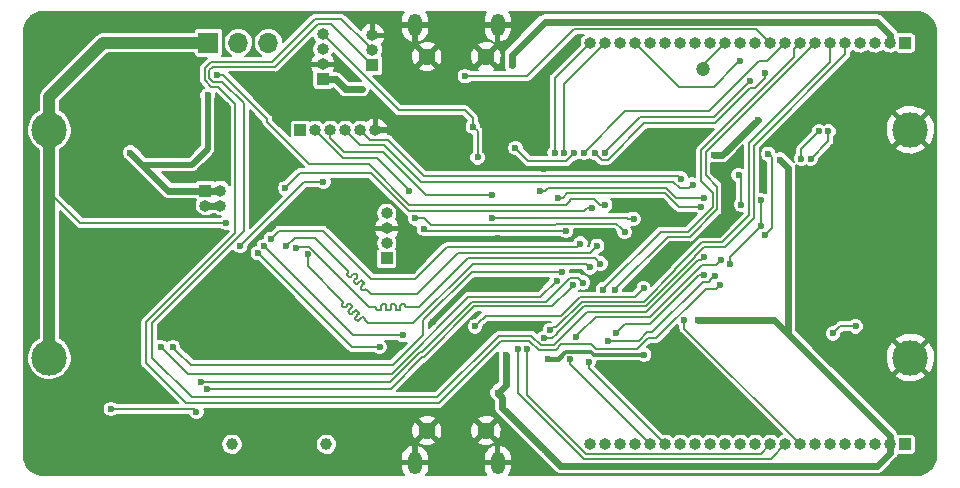
<source format=gbl>
G04 #@! TF.GenerationSoftware,KiCad,Pcbnew,(5.99.0-539-g3370e8996)*
G04 #@! TF.CreationDate,2019-12-31T23:23:20-05:00*
G04 #@! TF.ProjectId,node_base,6e6f6465-5f62-4617-9365-2e6b69636164,rev?*
G04 #@! TF.SameCoordinates,Original*
G04 #@! TF.FileFunction,Copper,L2,Bot*
G04 #@! TF.FilePolarity,Positive*
%FSLAX46Y46*%
G04 Gerber Fmt 4.6, Leading zero omitted, Abs format (unit mm)*
G04 Created by KiCad (PCBNEW (5.99.0-539-g3370e8996)) date 2019-12-31 23:23:20*
%MOMM*%
%LPD*%
G04 APERTURE LIST*
%ADD10O,1.000000X1.000000*%
%ADD11R,1.000000X1.000000*%
%ADD12C,3.000000*%
%ADD13O,1.700000X1.700000*%
%ADD14R,1.700000X1.700000*%
%ADD15C,1.200000*%
%ADD16O,1.200000X1.900000*%
%ADD17C,1.450000*%
%ADD18C,1.000000*%
%ADD19C,0.600000*%
%ADD20C,0.200000*%
%ADD21C,0.600000*%
%ADD22C,0.400000*%
%ADD23C,0.300000*%
%ADD24C,1.000000*%
%ADD25C,0.500000*%
G04 APERTURE END LIST*
D10*
X112100000Y-87440000D03*
X112100000Y-88710000D03*
X112100000Y-89980000D03*
D11*
X112100000Y-91250000D03*
D12*
X156450000Y-80352000D03*
X156450000Y-99650000D03*
X83550000Y-99650000D03*
X83550000Y-80350000D03*
D10*
X98020000Y-86770000D03*
X96750000Y-86770000D03*
X98020000Y-85500000D03*
D11*
X96750000Y-85500000D03*
D13*
X102080000Y-73000000D03*
X99540000Y-73000000D03*
D14*
X97000000Y-73000000D03*
D10*
X106700000Y-72290000D03*
X106700000Y-73560000D03*
X106700000Y-74830000D03*
D11*
X106700000Y-76100000D03*
D15*
X138900000Y-75200000D03*
D16*
X121500000Y-108537500D03*
X114500000Y-108537500D03*
D17*
X120500000Y-105837500D03*
X115500000Y-105837500D03*
D10*
X110900000Y-72360000D03*
X110900000Y-73630000D03*
D11*
X110900000Y-74900000D03*
D10*
X111150000Y-80400000D03*
X109880000Y-80400000D03*
X108610000Y-80400000D03*
X107340000Y-80400000D03*
X106070000Y-80400000D03*
D11*
X104800000Y-80400000D03*
D18*
X107000000Y-107000000D03*
X99000000Y-107000000D03*
D10*
X129330000Y-107000000D03*
X130600000Y-107000000D03*
X131870000Y-107000000D03*
X133140000Y-107000000D03*
X134410000Y-107000000D03*
X135680000Y-107000000D03*
X136950000Y-107000000D03*
X138220000Y-107000000D03*
X139490000Y-107000000D03*
X140760000Y-107000000D03*
X142030000Y-107000000D03*
X143300000Y-107000000D03*
X144570000Y-107000000D03*
X145840000Y-107000000D03*
X147110000Y-107000000D03*
X148380000Y-107000000D03*
X149650000Y-107000000D03*
X150920000Y-107000000D03*
X152190000Y-107000000D03*
X153460000Y-107000000D03*
X154730000Y-107000000D03*
D11*
X156000000Y-107000000D03*
D10*
X129330000Y-73000000D03*
X130600000Y-73000000D03*
X131870000Y-73000000D03*
X133140000Y-73000000D03*
X134410000Y-73000000D03*
X135680000Y-73000000D03*
X136950000Y-73000000D03*
X138220000Y-73000000D03*
X139490000Y-73000000D03*
X140760000Y-73000000D03*
X142030000Y-73000000D03*
X143300000Y-73000000D03*
X144570000Y-73000000D03*
X145840000Y-73000000D03*
X147110000Y-73000000D03*
X148380000Y-73000000D03*
X149650000Y-73000000D03*
X150920000Y-73000000D03*
X152190000Y-73000000D03*
X153460000Y-73000000D03*
X154730000Y-73000000D03*
D11*
X156000000Y-73000000D03*
D16*
X114500000Y-71462500D03*
X121500000Y-71462500D03*
D17*
X115500000Y-74162500D03*
X120500000Y-74162500D03*
D19*
X120500000Y-101250000D03*
X116250000Y-100449990D03*
X137300000Y-96500000D03*
X93000000Y-98750000D03*
X94000000Y-98750000D03*
X111500000Y-98750000D03*
X113500000Y-97750000D03*
X115250000Y-88750000D03*
X86500000Y-78000000D03*
X103750000Y-77500000D03*
X120750000Y-76750000D03*
X108000000Y-88000000D03*
X131500000Y-89750000D03*
X128500000Y-90000000D03*
X121500000Y-89500000D03*
X127300000Y-88899990D03*
X134750000Y-83318750D03*
X86750000Y-104750000D03*
X132250000Y-89000000D03*
X138000000Y-84000000D03*
X139750000Y-83500000D03*
X137750000Y-81250000D03*
X120500000Y-78750000D03*
X125400000Y-83649990D03*
X137000000Y-84500000D03*
X138000000Y-85000000D03*
X114000000Y-85500000D03*
X114533772Y-87850010D03*
X121000000Y-87850010D03*
X130604504Y-86744040D03*
X129500000Y-87000000D03*
X126579255Y-86100010D03*
X103500000Y-85300000D03*
X139800021Y-82500000D03*
X138750000Y-86899990D03*
X139000000Y-86100000D03*
X125500000Y-107500000D03*
X123000000Y-81900000D03*
X98500000Y-88250000D03*
X92750000Y-91600000D03*
X88230010Y-106100000D03*
X96000000Y-104250000D03*
X88750000Y-104000000D03*
X106745694Y-84764308D03*
X101700000Y-90200000D03*
X102300000Y-89600000D03*
X104414224Y-90372416D03*
X130850000Y-98200000D03*
X131500000Y-97547396D03*
X127900000Y-93499979D03*
X126500021Y-93122126D03*
X120999999Y-85900001D03*
X154800000Y-82900000D03*
X136300000Y-104800000D03*
X87800000Y-71900000D03*
X107800000Y-99200000D03*
X97700000Y-98500000D03*
X142000000Y-74500000D03*
X121500000Y-83400000D03*
X125100000Y-85500000D03*
X141900000Y-84200000D03*
X142100033Y-82500000D03*
X139200000Y-89000000D03*
X143800021Y-86300000D03*
X143800010Y-88530264D03*
X122586962Y-93385802D03*
X126945326Y-92402820D03*
X105402862Y-90905553D03*
X101200000Y-90800000D03*
X103600000Y-90200000D03*
X125799999Y-99799999D03*
X129300000Y-92000000D03*
X128700000Y-93300000D03*
X130400000Y-93900000D03*
X131400000Y-93900000D03*
X129914886Y-90185114D03*
X130200000Y-91700000D03*
X137800000Y-100400000D03*
X133400000Y-100300000D03*
X147800000Y-79700000D03*
X149500013Y-80500000D03*
X148700000Y-80500000D03*
X134000000Y-86900000D03*
X118500000Y-83300000D03*
X114300000Y-92300000D03*
X120600002Y-97399998D03*
X119575734Y-97000000D03*
X151800000Y-97000000D03*
X149900000Y-97600000D03*
X142115405Y-86700000D03*
X118718750Y-75818750D03*
X119400000Y-80100000D03*
X133850000Y-93750000D03*
X144144265Y-75544265D03*
X126328332Y-82313204D03*
X127128292Y-82304078D03*
X128800000Y-82300000D03*
X127999995Y-82303422D03*
X129700000Y-82300000D03*
X142900000Y-76200000D03*
X144400000Y-82400000D03*
X140400000Y-91400000D03*
X147200000Y-82800000D03*
X148000000Y-82800000D03*
X144100000Y-89300000D03*
X119799990Y-82700000D03*
X125911834Y-97340094D03*
X139900000Y-92700000D03*
X140300000Y-93500000D03*
X96387845Y-101685414D03*
X96900000Y-102300000D03*
X110000000Y-76900000D03*
X122700000Y-74900000D03*
X121500000Y-102625020D03*
X138500000Y-96500000D03*
X145393750Y-82893750D03*
X130564140Y-82287316D03*
X143500000Y-79500000D03*
X133000000Y-87900000D03*
X124000000Y-98900000D03*
X125401097Y-97998850D03*
X123200000Y-98900000D03*
X122200000Y-99400000D03*
X128099681Y-97899990D03*
X133900000Y-99400000D03*
X143100000Y-104800000D03*
X138800000Y-104800000D03*
X129200000Y-100000000D03*
X127599978Y-99799982D03*
X122500000Y-96800000D03*
X113200000Y-79900000D03*
X152900000Y-101000000D03*
X154100000Y-76600000D03*
X90400000Y-82300000D03*
X98500000Y-79300000D03*
X98500000Y-78300000D03*
X96000000Y-79700000D03*
X95000000Y-82200000D03*
X97600000Y-82600000D03*
X96600000Y-83800000D03*
X95400000Y-84200000D03*
X101100000Y-83600000D03*
X97700000Y-75700000D03*
X96946017Y-77446017D03*
X138975728Y-92624272D03*
X141200000Y-91700000D03*
X139007122Y-91107122D03*
X133049262Y-93550738D03*
X116000000Y-96600000D03*
X99700000Y-90200000D03*
X96600000Y-90500000D03*
X104900000Y-74800000D03*
X88750000Y-91000000D03*
D20*
X147110000Y-107000000D02*
X137300000Y-97190000D01*
X137300000Y-97190000D02*
X137300000Y-96500000D01*
X96699987Y-76153691D02*
X96699987Y-75146309D01*
X97246309Y-76700013D02*
X96699987Y-76153691D01*
X97788015Y-76700013D02*
X97246309Y-76700013D01*
X91750000Y-96612547D02*
X99300000Y-89062547D01*
X97246309Y-74599987D02*
X102400013Y-74599987D01*
X91750000Y-100138002D02*
X91750000Y-96612547D01*
X121800001Y-98199999D02*
X116499999Y-103500001D01*
X99300000Y-89062547D02*
X99300000Y-78211998D01*
X124188003Y-98199999D02*
X121800001Y-98199999D01*
X99300000Y-78211998D02*
X97788015Y-76700013D01*
X134200000Y-98000000D02*
X133300000Y-98900000D01*
X96699987Y-75146309D02*
X97246309Y-74599987D01*
X134900000Y-98000000D02*
X134200000Y-98000000D01*
X116499999Y-103500001D02*
X95111999Y-103500001D01*
X139100001Y-93799999D02*
X134900000Y-98000000D01*
X95111999Y-103500001D02*
X91750000Y-100138002D01*
X140300000Y-93500000D02*
X140000001Y-93799999D01*
X140000001Y-93799999D02*
X139100001Y-93799999D01*
X126900000Y-98500000D02*
X126399989Y-99000011D01*
X129798415Y-98900000D02*
X129398415Y-98500000D01*
X133300000Y-98900000D02*
X129798415Y-98900000D01*
X124988015Y-99000011D02*
X124188003Y-98199999D01*
X129398415Y-98500000D02*
X126900000Y-98500000D01*
X126399989Y-99000011D02*
X124988015Y-99000011D01*
X102400013Y-74599987D02*
X106035000Y-70965000D01*
X106035000Y-70965000D02*
X108235000Y-70965000D01*
X108235000Y-70965000D02*
X110400001Y-73130001D01*
X110400001Y-73130001D02*
X110900000Y-73630000D01*
X100000000Y-88928247D02*
X92250000Y-96678247D01*
X98200002Y-76300002D02*
X100000000Y-78100000D01*
X97411998Y-76300002D02*
X98200002Y-76300002D01*
X97411998Y-74999998D02*
X97099998Y-75311998D01*
X97099998Y-75988002D02*
X97411998Y-76300002D01*
X125153704Y-98600000D02*
X126234300Y-98600000D01*
X107400000Y-71400000D02*
X106252999Y-71400000D01*
X110900000Y-74900000D02*
X107400000Y-71400000D01*
X138492879Y-91407121D02*
X138707123Y-91407121D01*
X106252999Y-71400000D02*
X102653001Y-74999998D01*
X134100011Y-95799989D02*
X138492879Y-91407121D01*
X97099998Y-75311998D02*
X97099998Y-75988002D01*
X116400000Y-103000000D02*
X121600012Y-97799988D01*
X102653001Y-74999998D02*
X97411998Y-74999998D01*
X100000000Y-78100000D02*
X100000000Y-88928247D01*
X92250000Y-96678247D02*
X92250000Y-99650000D01*
X92250000Y-99650000D02*
X95600000Y-103000000D01*
X95600000Y-103000000D02*
X116400000Y-103000000D01*
X126234300Y-98600000D02*
X129034311Y-95799989D01*
X121600012Y-97799988D02*
X124353692Y-97799988D01*
X124353692Y-97799988D02*
X125153704Y-98600000D01*
X129034311Y-95799989D02*
X134100011Y-95799989D01*
X138707123Y-91407121D02*
X139007122Y-91107122D01*
X95250000Y-101000000D02*
X93299999Y-99049999D01*
X125122147Y-94500000D02*
X119028598Y-94500000D01*
X93299999Y-99049999D02*
X93000000Y-98750000D01*
X112528598Y-101000000D02*
X95250000Y-101000000D01*
X126500021Y-93122126D02*
X125122147Y-94500000D01*
X119028598Y-94500000D02*
X112528598Y-101000000D01*
X115200001Y-96499999D02*
X115200001Y-97699999D01*
X94299999Y-99049999D02*
X94000000Y-98750000D01*
X126945326Y-92402820D02*
X119297180Y-92402820D01*
X115200001Y-97699999D02*
X112600000Y-100300000D01*
X112600000Y-100300000D02*
X95550000Y-100300000D01*
X119297180Y-92402820D02*
X115200001Y-96499999D01*
X95550000Y-100300000D02*
X94299999Y-99049999D01*
X101200000Y-90800000D02*
X109150000Y-98750000D01*
X111075736Y-98750000D02*
X111500000Y-98750000D01*
X109150000Y-98750000D02*
X111075736Y-98750000D01*
X101700000Y-90200000D02*
X109250000Y-97750000D01*
X109250000Y-97750000D02*
X113075736Y-97750000D01*
X113075736Y-97750000D02*
X113500000Y-97750000D01*
X108297813Y-95175797D02*
X108297814Y-95142209D01*
X110554174Y-96750000D02*
X110285516Y-96481342D01*
X108305287Y-95208545D02*
X108297813Y-95175797D01*
X110250000Y-96325734D02*
X110179289Y-96255023D01*
X108411516Y-95335781D02*
X108340805Y-95265070D01*
X108468040Y-95371296D02*
X108437778Y-95356723D01*
X109993418Y-96234080D02*
X109967157Y-96255023D01*
X108534376Y-95378770D02*
X108500788Y-95378771D01*
X108892305Y-95088131D02*
X108862042Y-95102705D01*
X109967157Y-96255023D02*
X109755024Y-96467157D01*
X108958641Y-95080657D02*
X108925052Y-95080657D01*
X110292990Y-96415006D02*
X110285516Y-96382259D01*
X108991389Y-95088131D02*
X108958641Y-95080657D01*
X109021652Y-95102705D02*
X108991389Y-95088131D01*
X109047913Y-95123648D02*
X109021652Y-95102705D01*
X128999999Y-91699999D02*
X125811999Y-91699999D01*
X109118624Y-95194359D02*
X109047913Y-95123648D01*
X109161614Y-95283631D02*
X109154140Y-95250884D01*
X109161614Y-95317220D02*
X109161614Y-95283631D01*
X109154140Y-95349967D02*
X109161614Y-95317220D01*
X109436663Y-96339921D02*
X109429189Y-96307173D01*
X109139566Y-95380230D02*
X109154140Y-95349967D01*
X108885550Y-95644887D02*
X108906493Y-95618626D01*
X108885550Y-95804497D02*
X108870975Y-95774233D01*
X109472181Y-96396446D02*
X109451238Y-96370185D01*
X108906493Y-95830758D02*
X108885550Y-95804497D01*
X109033728Y-95936984D02*
X109003466Y-95922411D01*
X110285516Y-96382259D02*
X110270942Y-96351996D01*
X109066476Y-95944459D02*
X109033728Y-95936984D01*
X109698500Y-96502673D02*
X109665752Y-96510146D01*
X109132812Y-95936985D02*
X109100064Y-95944458D01*
X109163074Y-95922410D02*
X109132812Y-95936985D01*
X109189336Y-95901469D02*
X109163074Y-95922410D01*
X109401469Y-95689336D02*
X109189336Y-95901469D01*
X109457993Y-95653819D02*
X109427730Y-95668393D01*
X109490740Y-95646345D02*
X109457993Y-95653819D01*
X109557077Y-95653819D02*
X109524329Y-95646345D01*
X108862042Y-95102705D02*
X108835781Y-95123648D01*
X109524329Y-95646345D02*
X109490740Y-95646345D01*
X109755024Y-96467157D02*
X109728762Y-96488098D01*
X108376320Y-94996412D02*
X108383795Y-94963666D01*
X109719828Y-95915655D02*
X109727302Y-95882908D01*
X109719828Y-95816572D02*
X109705254Y-95786309D01*
X108437778Y-95356723D02*
X108411516Y-95335781D01*
X110292990Y-96448595D02*
X110292990Y-96415006D01*
X110023681Y-96219506D02*
X109993418Y-96234080D01*
X108340804Y-94840804D02*
X105402862Y-91902862D01*
X119399999Y-91700001D02*
X114350000Y-96750000D01*
X108383794Y-94930076D02*
X108376321Y-94897330D01*
X108835781Y-95123648D02*
X108623648Y-95335781D01*
X109728762Y-96488098D02*
X109698500Y-96502673D01*
X109705254Y-95945918D02*
X109719828Y-95915655D01*
X108906493Y-95618626D02*
X109118624Y-95406491D01*
X114350000Y-96750000D02*
X110554174Y-96750000D01*
X110090017Y-96212032D02*
X110056428Y-96212032D01*
X108361746Y-94867066D02*
X108340804Y-94840804D01*
X109118624Y-95406491D02*
X109139566Y-95380230D01*
X110153028Y-96234080D02*
X110122765Y-96219506D01*
X108623648Y-95335781D02*
X108597386Y-95356722D01*
X110122765Y-96219506D02*
X110090017Y-96212032D01*
X108319862Y-95238809D02*
X108305287Y-95208545D01*
X108597386Y-95356722D02*
X108567124Y-95371297D01*
X110270942Y-96351996D02*
X110250000Y-96325734D01*
X110179289Y-96255023D02*
X110153028Y-96234080D01*
X109427730Y-95668393D02*
X109401469Y-95689336D01*
X108567124Y-95371297D02*
X108534376Y-95378770D01*
X108977204Y-95901469D02*
X108906493Y-95830758D01*
X108340805Y-95265070D02*
X108319862Y-95238809D01*
X125811997Y-91700001D02*
X119399999Y-91700001D01*
X108925052Y-95080657D02*
X108892305Y-95088131D01*
X108500788Y-95378771D02*
X108468040Y-95371296D01*
X109451238Y-96370185D02*
X109436663Y-96339921D01*
X109100064Y-95944458D02*
X109066476Y-95944459D01*
X108863502Y-95707897D02*
X108870975Y-95675149D01*
X110056428Y-96212032D02*
X110023681Y-96219506D01*
X109727302Y-95882908D02*
X109727302Y-95849319D01*
X108870975Y-95675149D02*
X108885550Y-95644887D01*
X129300000Y-92000000D02*
X128999999Y-91699999D01*
X109003466Y-95922411D02*
X108977204Y-95901469D01*
X110285516Y-96481342D02*
X110292990Y-96448595D01*
X108863501Y-95741485D02*
X108863502Y-95707897D01*
X108870975Y-95774233D02*
X108863501Y-95741485D01*
X109139566Y-95220621D02*
X109118624Y-95194359D01*
X109665752Y-96510146D02*
X109632164Y-96510147D01*
X105402862Y-91902862D02*
X105402862Y-91329817D01*
X125811999Y-91699999D02*
X125811997Y-91700001D01*
X109451238Y-96210575D02*
X109472181Y-96184314D01*
X109154140Y-95250884D02*
X109139566Y-95220621D01*
X109632164Y-96510147D02*
X109599416Y-96502672D01*
X109599416Y-96502672D02*
X109569154Y-96488099D01*
X105402862Y-91329817D02*
X105402862Y-90905553D01*
X109569154Y-96488099D02*
X109542892Y-96467157D01*
X108361747Y-95026676D02*
X108376320Y-94996412D01*
X109542892Y-96467157D02*
X109472181Y-96396446D01*
X108376321Y-94897330D02*
X108361746Y-94867066D01*
X109727302Y-95849319D02*
X109719828Y-95816572D01*
X109613601Y-95689336D02*
X109587340Y-95668393D01*
X109587340Y-95668393D02*
X109557077Y-95653819D01*
X109429189Y-96307173D02*
X109429190Y-96273585D01*
X109429190Y-96273585D02*
X109436663Y-96240837D01*
X109436663Y-96240837D02*
X109451238Y-96210575D01*
X109472181Y-96184314D02*
X109684312Y-95972179D01*
X109684312Y-95972179D02*
X109705254Y-95945918D01*
X109705254Y-95786309D02*
X109684312Y-95760047D01*
X109684312Y-95760047D02*
X109613601Y-95689336D01*
X108297814Y-95142209D02*
X108305287Y-95109461D01*
X108305287Y-95109461D02*
X108319862Y-95079199D01*
X108319862Y-95079199D02*
X108361747Y-95026676D01*
X108383795Y-94963666D02*
X108383794Y-94930076D01*
X114800000Y-95400000D02*
X118950000Y-91250000D01*
X114200000Y-95400000D02*
X114800000Y-95400000D01*
X118950000Y-91250000D02*
X129750000Y-91250000D01*
X129750000Y-91250000D02*
X130200000Y-91700000D01*
X113326700Y-95112859D02*
X113355336Y-95102838D01*
X113301011Y-95129000D02*
X113326700Y-95112859D01*
X113279558Y-95150453D02*
X113301011Y-95129000D01*
X113263417Y-95176142D02*
X113279558Y-95150453D01*
X113253396Y-95204778D02*
X113263417Y-95176142D01*
X113250000Y-95234926D02*
X113253396Y-95204778D01*
X113250000Y-95505896D02*
X113250000Y-95234926D01*
X113236582Y-95564680D02*
X113246603Y-95536044D01*
X113220441Y-95590369D02*
X113236582Y-95564680D01*
X112863417Y-95564680D02*
X112879558Y-95590369D01*
X112853396Y-95536044D02*
X112863417Y-95564680D01*
X111232088Y-95475747D02*
X111238881Y-95536044D01*
X112850000Y-95505896D02*
X112853396Y-95536044D01*
X112846603Y-95204778D02*
X112850000Y-95234926D01*
X111635485Y-95370411D02*
X111650000Y-95370411D01*
X112836582Y-95176142D02*
X112846603Y-95204778D01*
X113198988Y-95611822D02*
X113220441Y-95590369D01*
X112820441Y-95150453D02*
X112836582Y-95176142D01*
X111622067Y-95564680D02*
X111632088Y-95536044D01*
X112773299Y-95112859D02*
X112798988Y-95129000D01*
X111222067Y-95447111D02*
X111232088Y-95475747D01*
X112585485Y-95099441D02*
X112714515Y-95099441D01*
X111650000Y-95370411D02*
X111650000Y-95234926D01*
X112526700Y-95112859D02*
X112555336Y-95102838D01*
X111205926Y-95421422D02*
X111222067Y-95447111D01*
X112479558Y-95150453D02*
X112501011Y-95129000D01*
X112450000Y-95234926D02*
X112453396Y-95204778D01*
X112446603Y-95536044D02*
X112450000Y-95505896D01*
X112436582Y-95564680D02*
X112446603Y-95536044D01*
X111944663Y-95102838D02*
X111973299Y-95112859D01*
X112398988Y-95611822D02*
X112420441Y-95590369D01*
X111584473Y-95611822D02*
X111605926Y-95590369D01*
X112185485Y-95641381D02*
X112314515Y-95641381D01*
X111238881Y-95536044D02*
X111248902Y-95564680D01*
X112126700Y-95627963D02*
X112155336Y-95637984D01*
X111632088Y-95536044D02*
X111635485Y-95505896D01*
X112101011Y-95611822D02*
X112126700Y-95627963D01*
X111265043Y-95590369D02*
X111286496Y-95611822D01*
X113173299Y-95627963D02*
X113198988Y-95611822D01*
X111605926Y-95590369D02*
X111622067Y-95564680D01*
X112798988Y-95129000D02*
X112820441Y-95150453D01*
X113114515Y-95641381D02*
X113144663Y-95637984D01*
X112463417Y-95176142D02*
X112479558Y-95150453D01*
X111558784Y-95627963D02*
X111584473Y-95611822D01*
X112926700Y-95627963D02*
X112955336Y-95637984D01*
X113144663Y-95637984D02*
X113173299Y-95627963D01*
X112879558Y-95590369D02*
X112901011Y-95611822D01*
X111370970Y-95641381D02*
X111500000Y-95641381D01*
X112501011Y-95129000D02*
X112526700Y-95112859D01*
X113246603Y-95536044D02*
X113250000Y-95505896D01*
X112901011Y-95611822D02*
X112926700Y-95627963D01*
X111500000Y-95641381D02*
X111530148Y-95637984D01*
X112850000Y-95234926D02*
X112850000Y-95505896D01*
X111530148Y-95637984D02*
X111558784Y-95627963D01*
X112744663Y-95102838D02*
X112773299Y-95112859D01*
X105550000Y-90300000D02*
X110623807Y-95373807D01*
X112555336Y-95102838D02*
X112585485Y-95099441D01*
X111248902Y-95564680D02*
X111265043Y-95590369D01*
X110623807Y-95373807D02*
X111130148Y-95373807D01*
X112955336Y-95637984D02*
X112985485Y-95641381D01*
X112314515Y-95641381D02*
X112344663Y-95637984D01*
X111914515Y-95099441D02*
X111944663Y-95102838D01*
X104414224Y-90372416D02*
X104486640Y-90300000D01*
X111755336Y-95102838D02*
X111785485Y-95099441D01*
X112714515Y-95099441D02*
X112744663Y-95102838D01*
X111130148Y-95373807D02*
X111158784Y-95383828D01*
X112450000Y-95505896D02*
X112450000Y-95234926D01*
X111158784Y-95383828D02*
X111184473Y-95399969D01*
X112036582Y-95176142D02*
X112046603Y-95204778D01*
X112344663Y-95637984D02*
X112373299Y-95627963D01*
X111286496Y-95611822D02*
X111312185Y-95627963D01*
X111701011Y-95129000D02*
X111726700Y-95112859D01*
X112373299Y-95627963D02*
X112398988Y-95611822D01*
X111340821Y-95637984D02*
X111370970Y-95641381D01*
X112453396Y-95204778D02*
X112463417Y-95176142D01*
X111184473Y-95399969D02*
X111205926Y-95421422D01*
X104486640Y-90300000D02*
X105550000Y-90300000D01*
X112063417Y-95564680D02*
X112079558Y-95590369D01*
X112020441Y-95150453D02*
X112036582Y-95176142D01*
X111998988Y-95129000D02*
X112020441Y-95150453D01*
X112420441Y-95590369D02*
X112436582Y-95564680D01*
X111635485Y-95505896D02*
X111635485Y-95370411D01*
X111663417Y-95176142D02*
X111679558Y-95150453D01*
X112046603Y-95204778D02*
X112050000Y-95234926D01*
X111653396Y-95204778D02*
X111663417Y-95176142D01*
X111650000Y-95234926D02*
X111653396Y-95204778D01*
X112050000Y-95234926D02*
X112050000Y-95505896D01*
X111679558Y-95150453D02*
X111701011Y-95129000D01*
X112050000Y-95505896D02*
X112053396Y-95536044D01*
X112053396Y-95536044D02*
X112063417Y-95564680D01*
X111726700Y-95112859D02*
X111755336Y-95102838D01*
X112079558Y-95590369D02*
X112101011Y-95611822D01*
X111785485Y-95099441D02*
X111914515Y-95099441D01*
X112155336Y-95637984D02*
X112185485Y-95641381D01*
X111973299Y-95112859D02*
X111998988Y-95129000D01*
X112985485Y-95641381D02*
X113114515Y-95641381D01*
X111312185Y-95627963D02*
X111340821Y-95637984D01*
X113355336Y-95102838D02*
X113385485Y-95099441D01*
X113385485Y-95099441D02*
X113514515Y-95099441D01*
X113514515Y-95099441D02*
X113544663Y-95102838D01*
X113544663Y-95102838D02*
X113573299Y-95112859D01*
X113573299Y-95112859D02*
X113598988Y-95129000D01*
X113598988Y-95129000D02*
X113620441Y-95150453D01*
X113620441Y-95150453D02*
X113636582Y-95176142D01*
X113636582Y-95176142D02*
X113646603Y-95204778D01*
X113646603Y-95204778D02*
X113653396Y-95265075D01*
X113653396Y-95265075D02*
X113663417Y-95293711D01*
X113663417Y-95293711D02*
X113679558Y-95319400D01*
X113679558Y-95319400D02*
X113701011Y-95340853D01*
X113701011Y-95340853D02*
X113726700Y-95356994D01*
X113726700Y-95356994D02*
X113755336Y-95367015D01*
X113755336Y-95367015D02*
X113785485Y-95370411D01*
X113785485Y-95370411D02*
X114200000Y-95370411D01*
X110419406Y-93919406D02*
X110750000Y-94250000D01*
X110394861Y-93899832D02*
X110419406Y-93919406D01*
X110366576Y-93886210D02*
X110394861Y-93899832D01*
X110335969Y-93879225D02*
X110366576Y-93886210D01*
X110245682Y-93899832D02*
X110273967Y-93886210D01*
X110196592Y-93938981D02*
X110245682Y-93899832D01*
X110168307Y-93952602D02*
X110196592Y-93938981D01*
X110137700Y-93959588D02*
X110168307Y-93952602D01*
X110106306Y-93959588D02*
X110137700Y-93959588D01*
X110075699Y-93952602D02*
X110106306Y-93959588D01*
X110047414Y-93938981D02*
X110075699Y-93952602D01*
X110022869Y-93919407D02*
X110047414Y-93938981D01*
X109938295Y-93834833D02*
X110022869Y-93919407D01*
X109918721Y-93810288D02*
X109938295Y-93834833D01*
X109905099Y-93782003D02*
X109918721Y-93810288D01*
X109898113Y-93751396D02*
X109905099Y-93782003D01*
X109898113Y-93720002D02*
X109898113Y-93751396D01*
X109938295Y-93636564D02*
X109918721Y-93661109D01*
X110136566Y-93438296D02*
X109938295Y-93636564D01*
X110156139Y-93413750D02*
X110136566Y-93438296D01*
X110169760Y-93385465D02*
X110156139Y-93413750D01*
X110176747Y-93323465D02*
X110176747Y-93354859D01*
X110169760Y-93292857D02*
X110176747Y-93323465D01*
X110156139Y-93264572D02*
X110169760Y-93292857D01*
X110051992Y-93155454D02*
X110136566Y-93240028D01*
X109999162Y-93122258D02*
X110027446Y-93135879D01*
X109968554Y-93115271D02*
X109999162Y-93122258D01*
X109937160Y-93115271D02*
X109968554Y-93115271D01*
X109906554Y-93122258D02*
X109937160Y-93115271D01*
X109878268Y-93135880D02*
X109906554Y-93122258D01*
X109853724Y-93155455D02*
X109878268Y-93135880D01*
X109655455Y-93353725D02*
X109853724Y-93155455D01*
X109602625Y-93386920D02*
X109630910Y-93373299D01*
X109540624Y-93393906D02*
X109572018Y-93393906D01*
X109510017Y-93386920D02*
X109540624Y-93393906D01*
X109372613Y-93269151D02*
X109457187Y-93353725D01*
X109353039Y-93244606D02*
X109372613Y-93269151D01*
X109339417Y-93216321D02*
X109353039Y-93244606D01*
X109332431Y-93185714D02*
X109339417Y-93216321D01*
X109030011Y-92814306D02*
X109058296Y-92800685D01*
X110273967Y-93886210D02*
X110304574Y-93879225D01*
X108999404Y-92821292D02*
X109030011Y-92814306D01*
X106000000Y-89500000D02*
X108800000Y-92300000D01*
X109918721Y-93661109D02*
X109905099Y-93689395D01*
X108937403Y-92814306D02*
X108968010Y-92821292D01*
X109461764Y-92570197D02*
X109486310Y-92589772D01*
X108884573Y-92781111D02*
X108909118Y-92800685D01*
X110304574Y-93879225D02*
X110335969Y-93879225D01*
X108840181Y-92414831D02*
X108833195Y-92445438D01*
X108799999Y-92696537D02*
X108884573Y-92781111D01*
X108766803Y-92643707D02*
X108780425Y-92671992D01*
X109481732Y-93373299D02*
X109510017Y-93386920D01*
X108759818Y-92581705D02*
X108759818Y-92613100D01*
X109433480Y-92556576D02*
X109461764Y-92570197D01*
X108800000Y-92300000D02*
X108819573Y-92324544D01*
X110027446Y-93135879D02*
X110051992Y-93155454D01*
X108819573Y-92473723D02*
X108780425Y-92522813D01*
X104300000Y-89500000D02*
X106000000Y-89500000D01*
X103600000Y-90200000D02*
X104300000Y-89500000D01*
X108780425Y-92671992D02*
X108799999Y-92696537D01*
X108819573Y-92324544D02*
X108833195Y-92352830D01*
X109611065Y-92789177D02*
X109604078Y-92819783D01*
X110136566Y-93240028D02*
X110156139Y-93264572D01*
X108759818Y-92613100D02*
X108766803Y-92643707D01*
X108780425Y-92522813D02*
X108766803Y-92551098D01*
X108833195Y-92445438D02*
X108819573Y-92473723D01*
X109604078Y-92727175D02*
X109611065Y-92757783D01*
X108909118Y-92800685D02*
X108937403Y-92814306D01*
X108840181Y-92383437D02*
X108840181Y-92414831D01*
X109630910Y-93373299D02*
X109655455Y-93353725D01*
X108833195Y-92352830D02*
X108840181Y-92383437D01*
X108968010Y-92821292D02*
X108999404Y-92821292D01*
X108766803Y-92551098D02*
X108759818Y-92581705D01*
X109058296Y-92800685D02*
X109082841Y-92781110D01*
X109457187Y-93353725D02*
X109481732Y-93373299D01*
X109082841Y-92781110D02*
X109181975Y-92681976D01*
X109590457Y-92848068D02*
X109570884Y-92872614D01*
X109905099Y-93689395D02*
X109898113Y-93720002D01*
X109181975Y-92681976D02*
X109188907Y-92688907D01*
X109372613Y-93070882D02*
X109353039Y-93095427D01*
X110176747Y-93354859D02*
X110169760Y-93385465D01*
X109188907Y-92688907D02*
X109288042Y-92589773D01*
X109288042Y-92589773D02*
X109312586Y-92570198D01*
X109570884Y-92872614D02*
X109372613Y-93070882D01*
X109572018Y-93393906D02*
X109602625Y-93386920D01*
X109340872Y-92556576D02*
X109371478Y-92549589D01*
X109332431Y-93154320D02*
X109332431Y-93185714D01*
X109402872Y-92549589D02*
X109433480Y-92556576D01*
X109312586Y-92570198D02*
X109340872Y-92556576D01*
X109604078Y-92819783D02*
X109590457Y-92848068D01*
X109486310Y-92589772D02*
X109570884Y-92674346D01*
X109570884Y-92674346D02*
X109590457Y-92698890D01*
X109590457Y-92698890D02*
X109604078Y-92727175D01*
X109611065Y-92757783D02*
X109611065Y-92789177D01*
X109371478Y-92549589D02*
X109402872Y-92549589D01*
X109353039Y-93095427D02*
X109339417Y-93123713D01*
X109339417Y-93123713D02*
X109332431Y-93154320D01*
X110750000Y-94250000D02*
X114650000Y-94250000D01*
X114650000Y-94250000D02*
X118150000Y-90750000D01*
X118150000Y-90750000D02*
X129350000Y-90750000D01*
X129350000Y-90750000D02*
X129914886Y-90185114D01*
X114500000Y-93000000D02*
X117200001Y-90299999D01*
X110800000Y-93000000D02*
X114500000Y-93000000D01*
X102300000Y-89600000D02*
X103000000Y-88900000D01*
X106700000Y-88900000D02*
X110800000Y-93000000D01*
X103000000Y-88900000D02*
X106700000Y-88900000D01*
X117200001Y-90299999D02*
X128200001Y-90299999D01*
X128200001Y-90299999D02*
X128500000Y-90000000D01*
X110565698Y-83250000D02*
X105538002Y-83250000D01*
X114015709Y-86700011D02*
X110565698Y-83250000D01*
X105538002Y-83250000D02*
X102000000Y-79711998D01*
X127500000Y-86500000D02*
X127299989Y-86700011D01*
X127299989Y-86700011D02*
X114015709Y-86700011D01*
X102000000Y-79711998D02*
X102000000Y-79475736D01*
X102000000Y-79475736D02*
X98224264Y-75700000D01*
X98224264Y-75700000D02*
X97700000Y-75700000D01*
X131950001Y-88700001D02*
X132250000Y-89000000D01*
X115238012Y-87850010D02*
X115838014Y-88450012D01*
X126349976Y-88450012D02*
X126500000Y-88299988D01*
X131549988Y-88299988D02*
X131950001Y-88700001D01*
X115838014Y-88450012D02*
X126349976Y-88450012D01*
X114533772Y-87850010D02*
X115238012Y-87850010D01*
X115399990Y-88899990D02*
X115250000Y-88750000D01*
X126500000Y-88299988D02*
X131549988Y-88299988D01*
X127300000Y-88899990D02*
X115399990Y-88899990D01*
X132575736Y-87900000D02*
X132525746Y-87850010D01*
X133000000Y-87900000D02*
X132575736Y-87900000D01*
X121424264Y-87850010D02*
X121000000Y-87850010D01*
X132525746Y-87850010D02*
X121424264Y-87850010D01*
D21*
X90400000Y-82300000D02*
X93600000Y-85500000D01*
X93600000Y-85500000D02*
X96750000Y-85500000D01*
X98020000Y-86770000D02*
X96750000Y-86770000D01*
X96750000Y-85500000D02*
X98020000Y-85500000D01*
D20*
X108420000Y-82750000D02*
X111250000Y-82750000D01*
X106070000Y-80400000D02*
X108420000Y-82750000D01*
X111250000Y-82750000D02*
X113700001Y-85200001D01*
X113700001Y-85200001D02*
X114000000Y-85500000D01*
X115400001Y-85900001D02*
X120575735Y-85900001D01*
X111750000Y-82250000D02*
X115400001Y-85900001D01*
X108500000Y-82250000D02*
X111750000Y-82250000D01*
X107340000Y-80400000D02*
X107340000Y-81090000D01*
X120575735Y-85900001D02*
X120999999Y-85900001D01*
X107340000Y-81090000D02*
X108500000Y-82250000D01*
X111900010Y-81650010D02*
X114750000Y-84500000D01*
X136361998Y-84750000D02*
X115000000Y-84750000D01*
X138000000Y-85000000D02*
X137700001Y-85299999D01*
X137700001Y-85299999D02*
X136911997Y-85299999D01*
X136911997Y-85299999D02*
X136361998Y-84750000D01*
X115000000Y-84750000D02*
X114750000Y-84500000D01*
X115250000Y-84250000D02*
X136750000Y-84250000D01*
X110730000Y-81250000D02*
X112250000Y-81250000D01*
X112250000Y-81250000D02*
X115250000Y-84250000D01*
X109880000Y-80400000D02*
X110730000Y-81250000D01*
X136750000Y-84250000D02*
X137000000Y-84500000D01*
X108610000Y-80400000D02*
X109860010Y-81650010D01*
X109860010Y-81650010D02*
X111900010Y-81650010D01*
X110750000Y-84000000D02*
X114000000Y-87250000D01*
X104750000Y-84000000D02*
X110750000Y-84000000D01*
X103500000Y-85300000D02*
X103500000Y-85250000D01*
X129075736Y-87000000D02*
X129500000Y-87000000D01*
X114000000Y-87250000D02*
X128825736Y-87250000D01*
X103500000Y-85250000D02*
X104750000Y-84000000D01*
X128825736Y-87250000D02*
X129075736Y-87000000D01*
X127750000Y-86250000D02*
X127500000Y-86500000D01*
X127500000Y-86500000D02*
X127400010Y-86599990D01*
X129638002Y-86250000D02*
X127750000Y-86250000D01*
X130604504Y-86744040D02*
X130132042Y-86744040D01*
X130132042Y-86744040D02*
X129638002Y-86250000D01*
X136846276Y-86899990D02*
X135696286Y-85750000D01*
X127353529Y-85750000D02*
X127003519Y-86100010D01*
X127003519Y-86100010D02*
X126579255Y-86100010D01*
X138750000Y-86899990D02*
X136846276Y-86899990D01*
X135696286Y-85750000D02*
X127353529Y-85750000D01*
X135761986Y-85250000D02*
X136611986Y-86100000D01*
X125774264Y-85250000D02*
X135761986Y-85250000D01*
X125100000Y-85500000D02*
X125524264Y-85500000D01*
X125524264Y-85500000D02*
X125774264Y-85250000D01*
X136611986Y-86100000D02*
X138575736Y-86100000D01*
X138575736Y-86100000D02*
X139000000Y-86100000D01*
D21*
X143500000Y-79500000D02*
X140500000Y-82500000D01*
X140500000Y-82500000D02*
X139800021Y-82500000D01*
X121899999Y-103899999D02*
X125500000Y-107500000D01*
X125500000Y-107500000D02*
X126800000Y-108800000D01*
D20*
X123299999Y-82199999D02*
X123000000Y-81900000D01*
X127303417Y-83000000D02*
X124100000Y-83000000D01*
X124100000Y-83000000D02*
X123299999Y-82199999D01*
X127999995Y-82303422D02*
X127303417Y-83000000D01*
X86150000Y-88250000D02*
X98075736Y-88250000D01*
X98075736Y-88250000D02*
X98500000Y-88250000D01*
X83700000Y-85800000D02*
X86150000Y-88250000D01*
X95750000Y-104000000D02*
X96000000Y-104250000D01*
X88750000Y-104000000D02*
X95750000Y-104000000D01*
X105135692Y-84764308D02*
X106745694Y-84764308D01*
X99700000Y-90200000D02*
X105135692Y-84764308D01*
X112408884Y-101685414D02*
X114894310Y-99199988D01*
X115231401Y-99599999D02*
X119531389Y-95300011D01*
X119531389Y-95300011D02*
X126099968Y-95300011D01*
X126099968Y-95300011D02*
X127600001Y-93799978D01*
X114894310Y-99199988D02*
X115065712Y-99199988D01*
X112431400Y-102300000D02*
X115131401Y-99599999D01*
X96387845Y-101685414D02*
X112408884Y-101685414D01*
X128299977Y-92899977D02*
X128400001Y-93000001D01*
X127600001Y-93799978D02*
X127900000Y-93499979D01*
X125611975Y-94900000D02*
X127611998Y-92899977D01*
X127611998Y-92899977D02*
X128299977Y-92899977D01*
X128400001Y-93000001D02*
X128700000Y-93300000D01*
X119365700Y-94900000D02*
X125611975Y-94900000D01*
X115065712Y-99199988D02*
X119365700Y-94900000D01*
X115131401Y-99599999D02*
X115231401Y-99599999D01*
X96900000Y-102300000D02*
X112431400Y-102300000D01*
X132300000Y-78800000D02*
X139400000Y-78800000D01*
X128800000Y-82300000D02*
X132300000Y-78800000D01*
X139400000Y-78800000D02*
X143630000Y-74570000D01*
X143630000Y-74570000D02*
X144270000Y-74570000D01*
X144270000Y-74570000D02*
X145340001Y-73499999D01*
X145340001Y-73499999D02*
X145840000Y-73000000D01*
X136840000Y-76700000D02*
X139800000Y-76700000D01*
X139800000Y-76700000D02*
X141700001Y-74799999D01*
X133140000Y-73000000D02*
X136840000Y-76700000D01*
X141700001Y-74799999D02*
X142000000Y-74500000D01*
X139200000Y-89000000D02*
X140500023Y-87699977D01*
X140500023Y-84100010D02*
X141800034Y-82799999D01*
X140500023Y-87699977D02*
X140500023Y-84100010D01*
X141800034Y-82799999D02*
X142100033Y-82500000D01*
X142115405Y-86700000D02*
X142115405Y-84415405D01*
X142115405Y-84415405D02*
X141900000Y-84200000D01*
X143800010Y-88530264D02*
X143800010Y-86300011D01*
X143800010Y-86300011D02*
X143800021Y-86300000D01*
X144400000Y-82400000D02*
X144699999Y-82699999D01*
X144699999Y-88700001D02*
X144399999Y-89000001D01*
X144399999Y-89000001D02*
X144100000Y-89300000D01*
X144699999Y-82699999D02*
X144699999Y-88700001D01*
X120475690Y-96100044D02*
X119875733Y-96700001D01*
X126479276Y-97040095D02*
X126211833Y-97040095D01*
X128619338Y-94900033D02*
X126479276Y-97040095D01*
X119875733Y-96700001D02*
X119575734Y-97000000D01*
X133099978Y-94500022D02*
X128453649Y-94500022D01*
X128453649Y-94500022D02*
X126853627Y-96100044D01*
X126211833Y-97040095D02*
X125911834Y-97340094D01*
X126853627Y-96100044D02*
X120475690Y-96100044D01*
X133865667Y-94900033D02*
X128619338Y-94900033D01*
X136532850Y-92232850D02*
X133865667Y-94900033D01*
X133850000Y-93750000D02*
X133099978Y-94500022D01*
D22*
X126899994Y-99500001D02*
X126599996Y-99799999D01*
X126599996Y-99799999D02*
X125799999Y-99799999D01*
D23*
X129411985Y-99149981D02*
X127250014Y-99149981D01*
X127250014Y-99149981D02*
X126899994Y-99500001D01*
X129662004Y-99400000D02*
X129411985Y-99149981D01*
X133900000Y-99400000D02*
X129662004Y-99400000D01*
D20*
X148000000Y-82800000D02*
X149500013Y-81299987D01*
X149500013Y-81299987D02*
X149500013Y-80500000D01*
X147200000Y-82000000D02*
X148700000Y-80500000D01*
X147200000Y-82800000D02*
X147200000Y-82000000D01*
X121200000Y-96800000D02*
X120600002Y-97399998D01*
X122500000Y-96800000D02*
X121200000Y-96800000D01*
X151800000Y-97000000D02*
X150500000Y-97000000D01*
X150500000Y-97000000D02*
X149900000Y-97600000D01*
X118700000Y-78700000D02*
X119400000Y-79400000D01*
X106700000Y-72290000D02*
X113110000Y-78700000D01*
X119400000Y-79400000D02*
X119400000Y-80100000D01*
X113110000Y-78700000D02*
X118700000Y-78700000D01*
X129330000Y-73000000D02*
X126328332Y-76001668D01*
X126328332Y-76001668D02*
X126328332Y-81888940D01*
X126328332Y-81888940D02*
X126328332Y-82313204D01*
X127100000Y-82332370D02*
X127128292Y-82304078D01*
X130600000Y-73000000D02*
X127100000Y-76500000D01*
X127100000Y-76500000D02*
X127100000Y-82332370D01*
X136532850Y-92232850D02*
X136465699Y-92300000D01*
X119400000Y-80100000D02*
X119799990Y-80499990D01*
X119799990Y-80499990D02*
X119799990Y-82700000D01*
D21*
X107800000Y-76100000D02*
X108600000Y-76900000D01*
X106700000Y-76100000D02*
X107800000Y-76100000D01*
X108600000Y-76900000D02*
X110000000Y-76900000D01*
X153637097Y-71199991D02*
X125500009Y-71199991D01*
X154730000Y-73000000D02*
X154730000Y-72292894D01*
X154730000Y-72292894D02*
X153637097Y-71199991D01*
X125500009Y-71199991D02*
X122700000Y-74000000D01*
D20*
X128000000Y-71800000D02*
X123981250Y-75818750D01*
X144570000Y-73000000D02*
X143370000Y-71800000D01*
X123981250Y-75818750D02*
X118718750Y-75818750D01*
X143370000Y-71800000D02*
X128000000Y-71800000D01*
D21*
X122700000Y-74000000D02*
X122700000Y-74900000D01*
X144937106Y-96500000D02*
X138500000Y-96500000D01*
X154730000Y-107000000D02*
X154730000Y-106292894D01*
X154730000Y-106292894D02*
X146068553Y-97631447D01*
X146068553Y-83568553D02*
X145393750Y-82893750D01*
X146068553Y-97631447D02*
X144937106Y-96500000D01*
X146068553Y-97631447D02*
X146068553Y-83568553D01*
D20*
X129999999Y-82599999D02*
X129700000Y-82300000D01*
X130300000Y-82900000D02*
X129999999Y-82599999D01*
X139888530Y-79800000D02*
X133900000Y-79800000D01*
X142888529Y-76800001D02*
X139888530Y-79800000D01*
X133900000Y-79800000D02*
X130800000Y-82900000D01*
X143312793Y-76800001D02*
X142888529Y-76800001D01*
X144144265Y-75968529D02*
X143312793Y-76800001D01*
X144144265Y-75544265D02*
X144144265Y-75968529D01*
X133551456Y-79300000D02*
X130864139Y-81987317D01*
X130864139Y-81987317D02*
X130564140Y-82287316D01*
X139800000Y-79300000D02*
X133551456Y-79300000D01*
X142900000Y-76200000D02*
X139800000Y-79300000D01*
X130800000Y-82900000D02*
X130300000Y-82900000D01*
D21*
X144098245Y-108800000D02*
X153637106Y-108800000D01*
X144098222Y-108800023D02*
X144098245Y-108800000D01*
X128531778Y-108800023D02*
X144098222Y-108800023D01*
X154730000Y-107707106D02*
X154730000Y-107000000D01*
X128531755Y-108800000D02*
X128531778Y-108800023D01*
X121500000Y-102625020D02*
X121899999Y-103025019D01*
X153637106Y-108800000D02*
X154730000Y-107707106D01*
X121899999Y-103025019D02*
X121899999Y-103899999D01*
X126800000Y-108800000D02*
X128531755Y-108800000D01*
D20*
X124000000Y-102854002D02*
X124000000Y-99324264D01*
X124000000Y-99324264D02*
X124000000Y-98900000D01*
X128945999Y-107800001D02*
X124000000Y-102854002D01*
X143769999Y-107800001D02*
X128945999Y-107800001D01*
X144570000Y-107000000D02*
X143769999Y-107800001D01*
X145840000Y-107000000D02*
X144640011Y-108199989D01*
X143849713Y-108199989D02*
X143849690Y-108200012D01*
X144640011Y-108199989D02*
X143849713Y-108199989D01*
X143849690Y-108200012D02*
X128780310Y-108200012D01*
X123200000Y-99324264D02*
X123200000Y-98900000D01*
X123200000Y-102619702D02*
X123200000Y-99324264D01*
X128780310Y-108200012D02*
X123200000Y-102619702D01*
D21*
X122200000Y-101925020D02*
X121500000Y-102625020D01*
X122200000Y-99400000D02*
X122200000Y-101925020D01*
D20*
X138800000Y-91800000D02*
X134400001Y-96199999D01*
X129799672Y-96199999D02*
X128399680Y-97599991D01*
X140000000Y-91800000D02*
X138800000Y-91800000D01*
X140400000Y-91400000D02*
X140000000Y-91800000D01*
X128399680Y-97599991D02*
X128099681Y-97899990D01*
X134400001Y-96199999D02*
X129799672Y-96199999D01*
D21*
X143100000Y-104800000D02*
X138800000Y-104800000D01*
D20*
X127599978Y-100189978D02*
X127599978Y-99799982D01*
X134410000Y-107000000D02*
X127599978Y-100189978D01*
X135680000Y-107000000D02*
X129200000Y-100520000D01*
X129200000Y-100520000D02*
X129200000Y-100000000D01*
D24*
X83550000Y-80350000D02*
X83550000Y-99650000D01*
X83550000Y-77550000D02*
X83550000Y-80350000D01*
X97000000Y-73000000D02*
X88100000Y-73000000D01*
X88100000Y-73000000D02*
X83550000Y-77550000D01*
D25*
X95600000Y-83300000D02*
X96946017Y-81953983D01*
X91400000Y-83300000D02*
X95600000Y-83300000D01*
X96946017Y-77870281D02*
X96946017Y-77446017D01*
X90400000Y-82300000D02*
X91400000Y-83300000D01*
X96946017Y-81953983D02*
X96946017Y-77870281D01*
D20*
X143200011Y-81699989D02*
X143200011Y-87800000D01*
X150920000Y-73000000D02*
X150920000Y-73980000D01*
X150920000Y-73980000D02*
X143200011Y-81699989D01*
X130850000Y-98200000D02*
X133434302Y-98200000D01*
X134600000Y-97500000D02*
X138875727Y-93224273D01*
X133434302Y-98200000D02*
X134134302Y-97500000D01*
X138875727Y-93224273D02*
X139375727Y-93224273D01*
X139600001Y-92999999D02*
X139900000Y-92700000D01*
X139375727Y-93224273D02*
X139600001Y-92999999D01*
X134134302Y-97500000D02*
X134600000Y-97500000D01*
X131500000Y-97547396D02*
X132247396Y-96800000D01*
X138551464Y-92624272D02*
X138975728Y-92624272D01*
X132247396Y-96800000D02*
X134375736Y-96800000D01*
X134375736Y-96800000D02*
X138551464Y-92624272D01*
X141200000Y-91130274D02*
X143800010Y-88530264D01*
X141200000Y-91700000D02*
X141200000Y-91130274D01*
X130699999Y-93600001D02*
X130400000Y-93900000D01*
X139700002Y-86899998D02*
X137600000Y-89000000D01*
X146610001Y-73499999D02*
X146610001Y-74189999D01*
X147110000Y-73000000D02*
X146610001Y-73499999D01*
X137600000Y-89000000D02*
X135300000Y-89000000D01*
X146610001Y-74189999D02*
X138700000Y-82100000D01*
X138700000Y-84711996D02*
X139700002Y-85711998D01*
X135300000Y-89000000D02*
X130699999Y-93600001D01*
X138700000Y-82100000D02*
X138700000Y-84711996D01*
X139700002Y-85711998D02*
X139700002Y-86899998D01*
X131699999Y-93600001D02*
X131400000Y-93900000D01*
X148380000Y-73000000D02*
X139100011Y-82279989D01*
X139100011Y-82279989D02*
X139100011Y-84200011D01*
X140100013Y-87099987D02*
X137800000Y-89400000D01*
X135900000Y-89400000D02*
X131699999Y-93600001D01*
X139100011Y-84200011D02*
X140100013Y-85200013D01*
X140100013Y-85200013D02*
X140100013Y-87099987D01*
X137800000Y-89400000D02*
X135900000Y-89400000D01*
X138800013Y-89899987D02*
X136532850Y-92167150D01*
X149650000Y-74650000D02*
X142800000Y-81500000D01*
X142800000Y-87600000D02*
X140500013Y-89899987D01*
X138199998Y-91065702D02*
X138965704Y-90299996D01*
X138965704Y-90299996D02*
X140747103Y-90299996D01*
X149650000Y-73000000D02*
X149650000Y-74650000D01*
X136532850Y-92167150D02*
X136532850Y-92232850D01*
X140500013Y-89899987D02*
X138800013Y-89899987D01*
X126511835Y-97628095D02*
X126511835Y-97588165D01*
X138199998Y-91131402D02*
X138199998Y-91065702D01*
X134031354Y-95300044D02*
X138199998Y-91131402D01*
X128799956Y-95300044D02*
X134031354Y-95300044D01*
X126511835Y-97588165D02*
X128799956Y-95300044D01*
X142800000Y-81500000D02*
X142800000Y-87600000D01*
X140747103Y-90299996D02*
X143200011Y-87847088D01*
X126141080Y-97998850D02*
X126511835Y-97628095D01*
X125401097Y-97998850D02*
X126141080Y-97998850D01*
X140760000Y-73000000D02*
X140760000Y-73040000D01*
X138900000Y-74900000D02*
X138900000Y-75200000D01*
X140760000Y-73040000D02*
X138900000Y-74900000D01*
G36*
X113430669Y-70558211D02*
G01*
X113344232Y-70772686D01*
X113301000Y-71070855D01*
X113301000Y-71311500D01*
X114349001Y-71311501D01*
X114349001Y-71311500D01*
X115699000Y-71311501D01*
X115699000Y-71055352D01*
X115682722Y-70884745D01*
X115618318Y-70665205D01*
X115513560Y-70461806D01*
X115464225Y-70399000D01*
X120533469Y-70399000D01*
X120430668Y-70558212D01*
X120344232Y-70772688D01*
X120301000Y-71070856D01*
X120301000Y-71311500D01*
X122699000Y-71311500D01*
X122699000Y-71055351D01*
X122682722Y-70884744D01*
X122618318Y-70665205D01*
X122513560Y-70461806D01*
X122464225Y-70399000D01*
X156944004Y-70399000D01*
X156966622Y-70402846D01*
X157224710Y-70421120D01*
X157444933Y-70468533D01*
X157656275Y-70546500D01*
X157854530Y-70653472D01*
X158035734Y-70787311D01*
X158196272Y-70945347D01*
X158332941Y-71124425D01*
X158443009Y-71320968D01*
X158524289Y-71531065D01*
X158575157Y-71750518D01*
X158595693Y-71987641D01*
X158595887Y-72012319D01*
X158601001Y-72038627D01*
X158601000Y-107944005D01*
X158597154Y-107966622D01*
X158578880Y-108224710D01*
X158531467Y-108444931D01*
X158453497Y-108656280D01*
X158346527Y-108854532D01*
X158212689Y-109035734D01*
X158054653Y-109196272D01*
X157875575Y-109332941D01*
X157679035Y-109443008D01*
X157468935Y-109524289D01*
X157249482Y-109575157D01*
X157012359Y-109595693D01*
X156987681Y-109595887D01*
X156961378Y-109601000D01*
X122466531Y-109601000D01*
X122569332Y-109441789D01*
X122655768Y-109227312D01*
X122699000Y-108929144D01*
X122699000Y-108688500D01*
X120301000Y-108688500D01*
X120301000Y-108944649D01*
X120317278Y-109115257D01*
X120381684Y-109334796D01*
X120486441Y-109538194D01*
X120535776Y-109601000D01*
X115466531Y-109601000D01*
X115569332Y-109441789D01*
X115655768Y-109227313D01*
X115699000Y-108929145D01*
X115699000Y-108688500D01*
X114650999Y-108688499D01*
X114650999Y-108688500D01*
X113301000Y-108688499D01*
X113301000Y-108944648D01*
X113317278Y-109115255D01*
X113381682Y-109334794D01*
X113486440Y-109538194D01*
X113535775Y-109601000D01*
X83055995Y-109601000D01*
X83033378Y-109597154D01*
X82775290Y-109578880D01*
X82555069Y-109531467D01*
X82343720Y-109453497D01*
X82145468Y-109346527D01*
X81964266Y-109212689D01*
X81803728Y-109054653D01*
X81667059Y-108875575D01*
X81556992Y-108679035D01*
X81475711Y-108468935D01*
X81424843Y-108249482D01*
X81415869Y-108145855D01*
X113301000Y-108145855D01*
X113301000Y-108386500D01*
X114349000Y-108386501D01*
X114349000Y-108386500D01*
X114650999Y-108386500D01*
X115699000Y-108386501D01*
X115699000Y-108145856D01*
X120301000Y-108145856D01*
X120301000Y-108386500D01*
X121349000Y-108386500D01*
X121651000Y-108386500D01*
X122699000Y-108386500D01*
X122699000Y-108130351D01*
X122682722Y-107959744D01*
X122618318Y-107740205D01*
X122513560Y-107536806D01*
X122372231Y-107356886D01*
X122199430Y-107206937D01*
X122001390Y-107092368D01*
X121785258Y-107017314D01*
X121651000Y-106997851D01*
X121651000Y-108386500D01*
X121349000Y-108386500D01*
X121349000Y-106990554D01*
X121107868Y-107048668D01*
X120899596Y-107143363D01*
X120712986Y-107275735D01*
X120554774Y-107441005D01*
X120430668Y-107633212D01*
X120344232Y-107847688D01*
X120301000Y-108145856D01*
X115699000Y-108145856D01*
X115699000Y-108130352D01*
X115682722Y-107959745D01*
X115618318Y-107740205D01*
X115513560Y-107536806D01*
X115372231Y-107356886D01*
X115199430Y-107206937D01*
X115001391Y-107092368D01*
X114785259Y-107017314D01*
X114651000Y-106997853D01*
X114650999Y-108386500D01*
X114349000Y-108386500D01*
X114349001Y-106990554D01*
X114107869Y-107048668D01*
X113899597Y-107143363D01*
X113712987Y-107275735D01*
X113554775Y-107441005D01*
X113430669Y-107633211D01*
X113344232Y-107847686D01*
X113301000Y-108145855D01*
X81415869Y-108145855D01*
X81404307Y-108012359D01*
X81404113Y-107987681D01*
X81399000Y-107961378D01*
X81399000Y-107088281D01*
X98099635Y-107088281D01*
X98141568Y-107285562D01*
X98226167Y-107468650D01*
X98349226Y-107628446D01*
X98504629Y-107757006D01*
X98684653Y-107847943D01*
X98880349Y-107896736D01*
X99081994Y-107900960D01*
X99279563Y-107860404D01*
X99463236Y-107777086D01*
X99623886Y-107655146D01*
X99753529Y-107500645D01*
X99845721Y-107321259D01*
X99896053Y-107125229D01*
X99896568Y-107088281D01*
X106099635Y-107088281D01*
X106141568Y-107285562D01*
X106226167Y-107468650D01*
X106349226Y-107628446D01*
X106504629Y-107757006D01*
X106684653Y-107847943D01*
X106880349Y-107896736D01*
X107081994Y-107900960D01*
X107279563Y-107860404D01*
X107463236Y-107777086D01*
X107623886Y-107655146D01*
X107753529Y-107500645D01*
X107845721Y-107321259D01*
X107896053Y-107125229D01*
X107899200Y-106899840D01*
X107893734Y-106875779D01*
X114675267Y-106875779D01*
X114829309Y-106985250D01*
X115043157Y-107085880D01*
X115271447Y-107147049D01*
X115506960Y-107166826D01*
X115742254Y-107144584D01*
X115969890Y-107081027D01*
X116182673Y-106978164D01*
X116323595Y-106875779D01*
X119675267Y-106875779D01*
X119829309Y-106985250D01*
X120043157Y-107085880D01*
X120271447Y-107147049D01*
X120506960Y-107166826D01*
X120742254Y-107144584D01*
X120969890Y-107081027D01*
X121182673Y-106978164D01*
X121324255Y-106875300D01*
X120500000Y-106051046D01*
X119675267Y-106875779D01*
X116323595Y-106875779D01*
X116324255Y-106875300D01*
X115500000Y-106051046D01*
X114675267Y-106875779D01*
X107893734Y-106875779D01*
X107854362Y-106702480D01*
X107767214Y-106520591D01*
X107641936Y-106362530D01*
X107484754Y-106236151D01*
X107303477Y-106147736D01*
X107107119Y-106101681D01*
X106905435Y-106100273D01*
X106708452Y-106143583D01*
X106525959Y-106229457D01*
X106367027Y-106353629D01*
X106239554Y-106509926D01*
X106149876Y-106690581D01*
X106102451Y-106886613D01*
X106099635Y-107088281D01*
X99896568Y-107088281D01*
X99899200Y-106899840D01*
X99854362Y-106702480D01*
X99767214Y-106520591D01*
X99641936Y-106362530D01*
X99484754Y-106236151D01*
X99303477Y-106147736D01*
X99107119Y-106101681D01*
X98905435Y-106100273D01*
X98708452Y-106143583D01*
X98525959Y-106229457D01*
X98367027Y-106353629D01*
X98239554Y-106509926D01*
X98149876Y-106690581D01*
X98102451Y-106886613D01*
X98099635Y-107088281D01*
X81399000Y-107088281D01*
X81399000Y-105802702D01*
X114171111Y-105802702D01*
X114185951Y-106038577D01*
X114242326Y-106268098D01*
X114338456Y-106484008D01*
X114460445Y-106663510D01*
X115286454Y-105837500D01*
X115713546Y-105837500D01*
X116540354Y-106664308D01*
X116668251Y-106471809D01*
X116762114Y-106254904D01*
X116816382Y-106023533D01*
X116822164Y-105802702D01*
X119171111Y-105802702D01*
X119185951Y-106038577D01*
X119242326Y-106268098D01*
X119338456Y-106484008D01*
X119460445Y-106663510D01*
X120286454Y-105837500D01*
X120713546Y-105837500D01*
X121540354Y-106664308D01*
X121668251Y-106471809D01*
X121762114Y-106254904D01*
X121816382Y-106023533D01*
X121824314Y-105720615D01*
X121782229Y-105486722D01*
X121699847Y-105265202D01*
X121545995Y-105005051D01*
X120713546Y-105837500D01*
X120286454Y-105837500D01*
X119462843Y-105013889D01*
X119373884Y-105131088D01*
X119266586Y-105341670D01*
X119198276Y-105567926D01*
X119171111Y-105802702D01*
X116822164Y-105802702D01*
X116824314Y-105720615D01*
X116782229Y-105486722D01*
X116699847Y-105265202D01*
X116545995Y-105005051D01*
X115713546Y-105837500D01*
X115286454Y-105837500D01*
X114462843Y-105013889D01*
X114373884Y-105131088D01*
X114266586Y-105341670D01*
X114198276Y-105567926D01*
X114171111Y-105802702D01*
X81399000Y-105802702D01*
X81399000Y-80439705D01*
X81647794Y-80439705D01*
X81681948Y-80719884D01*
X81757138Y-80991937D01*
X81871716Y-81249888D01*
X82023162Y-81488069D01*
X82208151Y-81701250D01*
X82422617Y-81884745D01*
X82651000Y-82027731D01*
X82651001Y-97977022D01*
X82507265Y-98056533D01*
X82283189Y-98228162D01*
X82086942Y-98431026D01*
X81922837Y-98660670D01*
X81794478Y-98912046D01*
X81704684Y-99179635D01*
X81655429Y-99457557D01*
X81647794Y-99739705D01*
X81681948Y-100019884D01*
X81757138Y-100291937D01*
X81871716Y-100549888D01*
X82023162Y-100788069D01*
X82208151Y-101001250D01*
X82422617Y-101184745D01*
X82661850Y-101334525D01*
X82920595Y-101447299D01*
X83193166Y-101520590D01*
X83473576Y-101552786D01*
X83755665Y-101543181D01*
X84033236Y-101491988D01*
X84300192Y-101400327D01*
X84550666Y-101270217D01*
X84779158Y-101104512D01*
X84980647Y-100906854D01*
X85150708Y-100681586D01*
X85285604Y-100433655D01*
X85382371Y-100168509D01*
X85439145Y-99890694D01*
X85449398Y-99511822D01*
X85407730Y-99231342D01*
X85325443Y-98961351D01*
X85204153Y-98706488D01*
X85046523Y-98472353D01*
X84856017Y-98264088D01*
X84636821Y-98086269D01*
X84449000Y-97975413D01*
X84449000Y-87254693D01*
X85762404Y-88568098D01*
X85790241Y-88609759D01*
X85955300Y-88720047D01*
X86091292Y-88747098D01*
X86149999Y-88758776D01*
X86199145Y-88749000D01*
X97998532Y-88749000D01*
X97999570Y-88750429D01*
X98178705Y-88880577D01*
X98389289Y-88949000D01*
X98610711Y-88949000D01*
X98754608Y-88902245D01*
X91431906Y-96224949D01*
X91390242Y-96252788D01*
X91321256Y-96356033D01*
X91279953Y-96417848D01*
X91241224Y-96612547D01*
X91251001Y-96661698D01*
X91251000Y-100088856D01*
X91241224Y-100138002D01*
X91252902Y-100196710D01*
X91279953Y-100332701D01*
X91390241Y-100497761D01*
X91431908Y-100525602D01*
X94407305Y-103501000D01*
X89251468Y-103501000D01*
X89250430Y-103499571D01*
X89071295Y-103369423D01*
X88860711Y-103301000D01*
X88639289Y-103301000D01*
X88428705Y-103369423D01*
X88249571Y-103499571D01*
X88119423Y-103678705D01*
X88051000Y-103889289D01*
X88051000Y-104110711D01*
X88119423Y-104321295D01*
X88249571Y-104500429D01*
X88428705Y-104630577D01*
X88639289Y-104699000D01*
X88860711Y-104699000D01*
X89071295Y-104630577D01*
X89250430Y-104500429D01*
X89251468Y-104499000D01*
X95345932Y-104499000D01*
X95369423Y-104571295D01*
X95499571Y-104750429D01*
X95678705Y-104880577D01*
X95889289Y-104949000D01*
X96110711Y-104949000D01*
X96321295Y-104880577D01*
X96438776Y-104795222D01*
X114671268Y-104795222D01*
X115500000Y-105623954D01*
X116328732Y-104795222D01*
X119671268Y-104795222D01*
X120500000Y-105623954D01*
X121337187Y-104786768D01*
X121034327Y-104620269D01*
X120810329Y-104544886D01*
X120576523Y-104510359D01*
X120340297Y-104517783D01*
X120109119Y-104566921D01*
X119890297Y-104656221D01*
X119671268Y-104795222D01*
X116328732Y-104795222D01*
X116337187Y-104786768D01*
X116034327Y-104620269D01*
X115810329Y-104544886D01*
X115576523Y-104510359D01*
X115340297Y-104517783D01*
X115109119Y-104566921D01*
X114890297Y-104656221D01*
X114671268Y-104795222D01*
X96438776Y-104795222D01*
X96500429Y-104750429D01*
X96630577Y-104571295D01*
X96699000Y-104360711D01*
X96699000Y-104139289D01*
X96653418Y-103999001D01*
X116450853Y-103999001D01*
X116499999Y-104008777D01*
X116558707Y-103997099D01*
X116694699Y-103970048D01*
X116859758Y-103859760D01*
X116887599Y-103818093D01*
X121529561Y-99176132D01*
X121526925Y-99181305D01*
X121518212Y-99236314D01*
X121501000Y-99289289D01*
X121501000Y-99352780D01*
X121501001Y-101635483D01*
X121044634Y-102091851D01*
X120999571Y-102124591D01*
X120869423Y-102303725D01*
X120801000Y-102514309D01*
X120801000Y-102735731D01*
X120869423Y-102946315D01*
X120999571Y-103125449D01*
X121044638Y-103158192D01*
X121200999Y-103314554D01*
X121200999Y-103955413D01*
X121201000Y-103955419D01*
X121201000Y-104010709D01*
X121218211Y-104063681D01*
X121226925Y-104118695D01*
X121252210Y-104168317D01*
X121269423Y-104221294D01*
X121302161Y-104266353D01*
X121327448Y-104315982D01*
X121372341Y-104360876D01*
X124966831Y-107955367D01*
X124999571Y-108000429D01*
X125044637Y-108033172D01*
X126238535Y-109227071D01*
X126384017Y-109372552D01*
X126433644Y-109397838D01*
X126478705Y-109430576D01*
X126531673Y-109447787D01*
X126581305Y-109473075D01*
X126636319Y-109481788D01*
X126689289Y-109499000D01*
X128421042Y-109499000D01*
X128421113Y-109499023D01*
X144153636Y-109499023D01*
X144153642Y-109499022D01*
X144208868Y-109499022D01*
X144208936Y-109499000D01*
X153692520Y-109499000D01*
X153692526Y-109498999D01*
X153747816Y-109498999D01*
X153800784Y-109481789D01*
X153855801Y-109473075D01*
X153905437Y-109447785D01*
X153958401Y-109430576D01*
X154003463Y-109397837D01*
X154053089Y-109372552D01*
X154209931Y-109215711D01*
X154209932Y-109215709D01*
X155257658Y-108167984D01*
X155302552Y-108123089D01*
X155327838Y-108073462D01*
X155360576Y-108028401D01*
X155377787Y-107975433D01*
X155403075Y-107925801D01*
X155408950Y-107888705D01*
X155490249Y-107904877D01*
X156509751Y-107904877D01*
X156655682Y-107875849D01*
X156787663Y-107787663D01*
X156875849Y-107655682D01*
X156904877Y-107509751D01*
X156904877Y-106490249D01*
X156875849Y-106344318D01*
X156787663Y-106212337D01*
X156655682Y-106124151D01*
X156509751Y-106095123D01*
X155490249Y-106095123D01*
X155408950Y-106111295D01*
X155403075Y-106074199D01*
X155377787Y-106024567D01*
X155360576Y-105971599D01*
X155327838Y-105926538D01*
X155302552Y-105876911D01*
X155157071Y-105731429D01*
X150670372Y-101244730D01*
X155068816Y-101244730D01*
X155363030Y-101451891D01*
X155627763Y-101587070D01*
X155908901Y-101683599D01*
X156200836Y-101739553D01*
X156497743Y-101753814D01*
X156793696Y-101726099D01*
X157082792Y-101656959D01*
X157359263Y-101547777D01*
X157617590Y-101400728D01*
X157825895Y-101239441D01*
X156450000Y-99863546D01*
X155068816Y-101244730D01*
X150670372Y-101244730D01*
X149156424Y-99730782D01*
X154347195Y-99730782D01*
X154379556Y-100026264D01*
X154453227Y-100314238D01*
X154566740Y-100588959D01*
X154717829Y-100844945D01*
X154861659Y-101024795D01*
X156236454Y-99650000D01*
X156663546Y-99650000D01*
X158042541Y-101028995D01*
X158234595Y-100765138D01*
X158373916Y-100502562D01*
X158474849Y-100222974D01*
X158535700Y-99930423D01*
X158549449Y-99504757D01*
X158507604Y-99208888D01*
X158424923Y-98923370D01*
X158302837Y-98652350D01*
X158143783Y-98401236D01*
X158037258Y-98276288D01*
X156663546Y-99650000D01*
X156236454Y-99650000D01*
X154852696Y-98266242D01*
X154631259Y-98591467D01*
X154500254Y-98858290D01*
X154408152Y-99140910D01*
X154356791Y-99433688D01*
X154347195Y-99730782D01*
X149156424Y-99730782D01*
X146914931Y-97489289D01*
X149201000Y-97489289D01*
X149201000Y-97710711D01*
X149269423Y-97921295D01*
X149399571Y-98100429D01*
X149578705Y-98230577D01*
X149789289Y-98299000D01*
X150010711Y-98299000D01*
X150221295Y-98230577D01*
X150400429Y-98100429D01*
X150428069Y-98062385D01*
X155075931Y-98062385D01*
X156450000Y-99436454D01*
X157823743Y-98062712D01*
X157728136Y-97978270D01*
X157479835Y-97814856D01*
X157210986Y-97688059D01*
X156926955Y-97600408D01*
X156633407Y-97553652D01*
X156336199Y-97548723D01*
X156041262Y-97585721D01*
X155754480Y-97663907D01*
X155481576Y-97781720D01*
X155227995Y-97936811D01*
X155075931Y-98062385D01*
X150428069Y-98062385D01*
X150530577Y-97921295D01*
X150599000Y-97710711D01*
X150599000Y-97606692D01*
X150706693Y-97499000D01*
X151298532Y-97499000D01*
X151299570Y-97500429D01*
X151478705Y-97630577D01*
X151689289Y-97699000D01*
X151910711Y-97699000D01*
X152121295Y-97630577D01*
X152300429Y-97500429D01*
X152430577Y-97321295D01*
X152499000Y-97110711D01*
X152499000Y-96889289D01*
X152430577Y-96678705D01*
X152300429Y-96499571D01*
X152121295Y-96369423D01*
X151910711Y-96301000D01*
X151689289Y-96301000D01*
X151478705Y-96369423D01*
X151299570Y-96499571D01*
X151298532Y-96501000D01*
X150549145Y-96501000D01*
X150499999Y-96491224D01*
X150441292Y-96502902D01*
X150305300Y-96529953D01*
X150140241Y-96640241D01*
X150112402Y-96681905D01*
X149893308Y-96901000D01*
X149789289Y-96901000D01*
X149578705Y-96969423D01*
X149399571Y-97099571D01*
X149269423Y-97278705D01*
X149201000Y-97489289D01*
X146914931Y-97489289D01*
X146767553Y-97341912D01*
X146767553Y-83457842D01*
X146750341Y-83404872D01*
X146741628Y-83349858D01*
X146726360Y-83319892D01*
X146878705Y-83430577D01*
X147089289Y-83499000D01*
X147310711Y-83499000D01*
X147521295Y-83430577D01*
X147600000Y-83373395D01*
X147678705Y-83430577D01*
X147889289Y-83499000D01*
X148110711Y-83499000D01*
X148321295Y-83430577D01*
X148500429Y-83300429D01*
X148630577Y-83121295D01*
X148699000Y-82910711D01*
X148699000Y-82806692D01*
X149558962Y-81946730D01*
X155068816Y-81946730D01*
X155363030Y-82153891D01*
X155627763Y-82289070D01*
X155908901Y-82385599D01*
X156200836Y-82441553D01*
X156497743Y-82455814D01*
X156793696Y-82428099D01*
X157082792Y-82358959D01*
X157359263Y-82249777D01*
X157617590Y-82102728D01*
X157825895Y-81941441D01*
X156450000Y-80565546D01*
X155068816Y-81946730D01*
X149558962Y-81946730D01*
X149818109Y-81687584D01*
X149859772Y-81659746D01*
X149970060Y-81494687D01*
X149997111Y-81358695D01*
X150008789Y-81299987D01*
X149999013Y-81250841D01*
X149999013Y-81001468D01*
X150000442Y-81000430D01*
X150130590Y-80821295D01*
X150199013Y-80610711D01*
X150199013Y-80432782D01*
X154347195Y-80432782D01*
X154379556Y-80728264D01*
X154453227Y-81016238D01*
X154566740Y-81290959D01*
X154717829Y-81546945D01*
X154861659Y-81726795D01*
X156236454Y-80352000D01*
X156663546Y-80352000D01*
X158042541Y-81730995D01*
X158234595Y-81467138D01*
X158373916Y-81204562D01*
X158474849Y-80924974D01*
X158535700Y-80632423D01*
X158549449Y-80206757D01*
X158507604Y-79910888D01*
X158424923Y-79625370D01*
X158302837Y-79354350D01*
X158143783Y-79103236D01*
X158037258Y-78978288D01*
X156663546Y-80352000D01*
X156236454Y-80352000D01*
X154852696Y-78968242D01*
X154631259Y-79293467D01*
X154500254Y-79560290D01*
X154408152Y-79842910D01*
X154356791Y-80135688D01*
X154347195Y-80432782D01*
X150199013Y-80432782D01*
X150199013Y-80389289D01*
X150130590Y-80178705D01*
X150000442Y-79999571D01*
X149821308Y-79869423D01*
X149610724Y-79801000D01*
X149389302Y-79801000D01*
X149178718Y-79869423D01*
X149100007Y-79926610D01*
X149021295Y-79869423D01*
X148810711Y-79801000D01*
X148589289Y-79801000D01*
X148378705Y-79869423D01*
X148199571Y-79999571D01*
X148069423Y-80178705D01*
X148001000Y-80389289D01*
X148001000Y-80493306D01*
X146881904Y-81612403D01*
X146840241Y-81640242D01*
X146797819Y-81703732D01*
X146729953Y-81805301D01*
X146691224Y-82000000D01*
X146701001Y-82049151D01*
X146701001Y-82298532D01*
X146699571Y-82299571D01*
X146569423Y-82478705D01*
X146501000Y-82689289D01*
X146501000Y-82910711D01*
X146549975Y-83061440D01*
X145926921Y-82438385D01*
X145894179Y-82393320D01*
X145715045Y-82263173D01*
X145504461Y-82194750D01*
X145283039Y-82194750D01*
X145088790Y-82257865D01*
X145030577Y-82078705D01*
X144900429Y-81899571D01*
X144721295Y-81769423D01*
X144510711Y-81701000D01*
X144289289Y-81701000D01*
X144078705Y-81769423D01*
X143899571Y-81899571D01*
X143769423Y-82078705D01*
X143701000Y-82289289D01*
X143701000Y-82510711D01*
X143769423Y-82721295D01*
X143899571Y-82900429D01*
X144078705Y-83030577D01*
X144200999Y-83070313D01*
X144201000Y-85727317D01*
X144121316Y-85669423D01*
X143910732Y-85601000D01*
X143699011Y-85601000D01*
X143699011Y-81906681D01*
X146841307Y-78764385D01*
X155075931Y-78764385D01*
X156450000Y-80138454D01*
X157823743Y-78764712D01*
X157728136Y-78680270D01*
X157479835Y-78516856D01*
X157210986Y-78390059D01*
X156926955Y-78302408D01*
X156633407Y-78255652D01*
X156336199Y-78250723D01*
X156041262Y-78287721D01*
X155754480Y-78365907D01*
X155481576Y-78483720D01*
X155227995Y-78638811D01*
X155075931Y-78764385D01*
X146841307Y-78764385D01*
X151238098Y-74367596D01*
X151279759Y-74339759D01*
X151390047Y-74174700D01*
X151417098Y-74038708D01*
X151428776Y-73980001D01*
X151419000Y-73930855D01*
X151419000Y-73749940D01*
X151543886Y-73655146D01*
X151555201Y-73641662D01*
X151694629Y-73757006D01*
X151874653Y-73847943D01*
X152070349Y-73896736D01*
X152271994Y-73900960D01*
X152469563Y-73860404D01*
X152653236Y-73777086D01*
X152813886Y-73655146D01*
X152825201Y-73641662D01*
X152964629Y-73757006D01*
X153144653Y-73847943D01*
X153340349Y-73896736D01*
X153541994Y-73900960D01*
X153739563Y-73860404D01*
X153923236Y-73777086D01*
X154083886Y-73655146D01*
X154095201Y-73641662D01*
X154234629Y-73757006D01*
X154414653Y-73847943D01*
X154610349Y-73896736D01*
X154811994Y-73900960D01*
X155009563Y-73860404D01*
X155193236Y-73777086D01*
X155201220Y-73771026D01*
X155212337Y-73787663D01*
X155344318Y-73875849D01*
X155490249Y-73904877D01*
X156509751Y-73904877D01*
X156655682Y-73875849D01*
X156787663Y-73787663D01*
X156875849Y-73655682D01*
X156904877Y-73509751D01*
X156904877Y-72490249D01*
X156875849Y-72344318D01*
X156787663Y-72212337D01*
X156655682Y-72124151D01*
X156509751Y-72095123D01*
X155490249Y-72095123D01*
X155408951Y-72111295D01*
X155403075Y-72074199D01*
X155377786Y-72024565D01*
X155360576Y-71971598D01*
X155327837Y-71926536D01*
X155302552Y-71876911D01*
X155157071Y-71731429D01*
X154209923Y-70784282D01*
X154209922Y-70784280D01*
X154053080Y-70627439D01*
X154003454Y-70602154D01*
X153958392Y-70569415D01*
X153905428Y-70552206D01*
X153855792Y-70526916D01*
X153800775Y-70518202D01*
X153747807Y-70500992D01*
X153692517Y-70500992D01*
X153692511Y-70500991D01*
X125389298Y-70500991D01*
X125336328Y-70518203D01*
X125281314Y-70526916D01*
X125231682Y-70552204D01*
X125178714Y-70569415D01*
X125133653Y-70602153D01*
X125084026Y-70627439D01*
X125039131Y-70672333D01*
X122284291Y-73427174D01*
X122284289Y-73427175D01*
X122127448Y-73584018D01*
X122102163Y-73633643D01*
X122069424Y-73678705D01*
X122052214Y-73731672D01*
X122026925Y-73781306D01*
X122018211Y-73836322D01*
X122001001Y-73889290D01*
X122001001Y-73944581D01*
X122001000Y-73944587D01*
X122001000Y-75010711D01*
X122018213Y-75063689D01*
X122026926Y-75118696D01*
X122052208Y-75168314D01*
X122069423Y-75221295D01*
X122102167Y-75266364D01*
X122127449Y-75315983D01*
X122131216Y-75319750D01*
X121148363Y-75319750D01*
X121182673Y-75303164D01*
X121324255Y-75200300D01*
X120500000Y-74376046D01*
X119675267Y-75200779D01*
X119829309Y-75310250D01*
X119849497Y-75319750D01*
X119220218Y-75319750D01*
X119219180Y-75318321D01*
X119040045Y-75188173D01*
X118829461Y-75119750D01*
X118608039Y-75119750D01*
X118397455Y-75188173D01*
X118218321Y-75318321D01*
X118088173Y-75497455D01*
X118019750Y-75708039D01*
X118019750Y-75929461D01*
X118088173Y-76140045D01*
X118218321Y-76319179D01*
X118397455Y-76449327D01*
X118608039Y-76517750D01*
X118829461Y-76517750D01*
X119040045Y-76449327D01*
X119219180Y-76319179D01*
X119220218Y-76317750D01*
X123932104Y-76317750D01*
X123981250Y-76327526D01*
X124039958Y-76315848D01*
X124175950Y-76288797D01*
X124341009Y-76178509D01*
X124368850Y-76136842D01*
X128206693Y-72299000D01*
X128766949Y-72299000D01*
X128697027Y-72353629D01*
X128569554Y-72509926D01*
X128479876Y-72690581D01*
X128432451Y-72886613D01*
X128429635Y-73088281D01*
X128448284Y-73176023D01*
X126010240Y-75614068D01*
X125968573Y-75641909D01*
X125884184Y-75768208D01*
X125858285Y-75806969D01*
X125819556Y-76001668D01*
X125829332Y-76050814D01*
X125829333Y-81811735D01*
X125827903Y-81812774D01*
X125697755Y-81991909D01*
X125629332Y-82202493D01*
X125629332Y-82423915D01*
X125654378Y-82501000D01*
X124306693Y-82501000D01*
X123699000Y-81893309D01*
X123699000Y-81789289D01*
X123630577Y-81578705D01*
X123500429Y-81399571D01*
X123321295Y-81269423D01*
X123110711Y-81201000D01*
X122889289Y-81201000D01*
X122678705Y-81269423D01*
X122499571Y-81399571D01*
X122369423Y-81578705D01*
X122301000Y-81789289D01*
X122301000Y-82010711D01*
X122369423Y-82221295D01*
X122499571Y-82400429D01*
X122678705Y-82530577D01*
X122889289Y-82599000D01*
X122993309Y-82599000D01*
X123712402Y-83318095D01*
X123740241Y-83359759D01*
X123905300Y-83470047D01*
X124041292Y-83497098D01*
X124099999Y-83508776D01*
X124149145Y-83499000D01*
X127254271Y-83499000D01*
X127303417Y-83508776D01*
X127362125Y-83497098D01*
X127498117Y-83470047D01*
X127663175Y-83359760D01*
X127691016Y-83318094D01*
X128006688Y-83002422D01*
X128110706Y-83002422D01*
X128321290Y-82933999D01*
X128402353Y-82875104D01*
X128478705Y-82930577D01*
X128689289Y-82999000D01*
X128910711Y-82999000D01*
X129121295Y-82930577D01*
X129250000Y-82837068D01*
X129378705Y-82930577D01*
X129589289Y-82999000D01*
X129693309Y-82999000D01*
X129912403Y-83218095D01*
X129940240Y-83259759D01*
X130105300Y-83370047D01*
X130241292Y-83397098D01*
X130299999Y-83408776D01*
X130349145Y-83399000D01*
X130750854Y-83399000D01*
X130800000Y-83408776D01*
X130858708Y-83397098D01*
X130994700Y-83370047D01*
X131159759Y-83259759D01*
X131187600Y-83218092D01*
X134106693Y-80299000D01*
X139795308Y-80299000D01*
X138381908Y-81712400D01*
X138340241Y-81740241D01*
X138252451Y-81871630D01*
X138229953Y-81905301D01*
X138191224Y-82100000D01*
X138201000Y-82149146D01*
X138201001Y-84330337D01*
X138110711Y-84301000D01*
X137889289Y-84301000D01*
X137691224Y-84365355D01*
X137630577Y-84178705D01*
X137500429Y-83999571D01*
X137321295Y-83869423D01*
X137110711Y-83801000D01*
X136976199Y-83801000D01*
X136944700Y-83779953D01*
X136808708Y-83752902D01*
X136750000Y-83741224D01*
X136700854Y-83751000D01*
X115456693Y-83751000D01*
X112637600Y-80931908D01*
X112609759Y-80890241D01*
X112444700Y-80779953D01*
X112308708Y-80752902D01*
X112250000Y-80741224D01*
X112200854Y-80751000D01*
X112195971Y-80751000D01*
X112201786Y-80737691D01*
X112241467Y-80551000D01*
X111300999Y-80550999D01*
X111300999Y-80551000D01*
X110999000Y-80550999D01*
X110999000Y-80249000D01*
X111300999Y-80249000D01*
X112240929Y-80249001D01*
X112204117Y-80069660D01*
X112116163Y-79864447D01*
X111988742Y-79681112D01*
X111827058Y-79527142D01*
X111637717Y-79408828D01*
X111428458Y-79331006D01*
X111301000Y-79311257D01*
X111300999Y-80249000D01*
X110999000Y-80249000D01*
X110999001Y-79304111D01*
X110768561Y-79363278D01*
X110567890Y-79461152D01*
X110390997Y-79597377D01*
X110359669Y-79633671D01*
X110183477Y-79547736D01*
X109987119Y-79501681D01*
X109785435Y-79500273D01*
X109588452Y-79543583D01*
X109405959Y-79629457D01*
X109247027Y-79753629D01*
X109244587Y-79756621D01*
X109094754Y-79636151D01*
X108913477Y-79547736D01*
X108717119Y-79501681D01*
X108515435Y-79500273D01*
X108318452Y-79543583D01*
X108135959Y-79629457D01*
X107977027Y-79753629D01*
X107974587Y-79756621D01*
X107824754Y-79636151D01*
X107643477Y-79547736D01*
X107447119Y-79501681D01*
X107245435Y-79500273D01*
X107048452Y-79543583D01*
X106865959Y-79629457D01*
X106707027Y-79753629D01*
X106704587Y-79756621D01*
X106554754Y-79636151D01*
X106373477Y-79547736D01*
X106177119Y-79501681D01*
X105975435Y-79500273D01*
X105778452Y-79543583D01*
X105598350Y-79628332D01*
X105587663Y-79612337D01*
X105455682Y-79524151D01*
X105309751Y-79495123D01*
X104290249Y-79495123D01*
X104144318Y-79524151D01*
X104012337Y-79612337D01*
X103924151Y-79744318D01*
X103895123Y-79890249D01*
X103895123Y-80901428D01*
X102502248Y-79508554D01*
X102508776Y-79475735D01*
X102494565Y-79404301D01*
X102494566Y-79404301D01*
X102470047Y-79281036D01*
X102359759Y-79115977D01*
X102318095Y-79088138D01*
X98728954Y-75498998D01*
X102603855Y-75498998D01*
X102653001Y-75508774D01*
X102711709Y-75497096D01*
X102847701Y-75470045D01*
X103012760Y-75359757D01*
X103040601Y-75318090D01*
X105831324Y-72527368D01*
X105841568Y-72575562D01*
X105926167Y-72758650D01*
X106049226Y-72918446D01*
X106057509Y-72925298D01*
X105939554Y-73069926D01*
X105849876Y-73250581D01*
X105802451Y-73446613D01*
X105799635Y-73648281D01*
X105841568Y-73845562D01*
X105926167Y-74028650D01*
X105932641Y-74037057D01*
X105795111Y-74196390D01*
X105686188Y-74391284D01*
X105594919Y-74679000D01*
X106549001Y-74679001D01*
X106549001Y-74679000D01*
X107790929Y-74679001D01*
X107754117Y-74499660D01*
X107666163Y-74294447D01*
X107538742Y-74111112D01*
X107464116Y-74040046D01*
X107545721Y-73881259D01*
X107553861Y-73849553D01*
X109905308Y-76201000D01*
X108889536Y-76201000D01*
X108372826Y-75684291D01*
X108372825Y-75684289D01*
X108215983Y-75527448D01*
X108166357Y-75502163D01*
X108121295Y-75469424D01*
X108068331Y-75452215D01*
X108018695Y-75426925D01*
X107963678Y-75418211D01*
X107910710Y-75401001D01*
X107855420Y-75401001D01*
X107855414Y-75401000D01*
X107642145Y-75401000D01*
X107662401Y-75372285D01*
X107751786Y-75167691D01*
X107791467Y-74981000D01*
X106850999Y-74980999D01*
X106850999Y-74981000D01*
X105596281Y-74980999D01*
X105683149Y-75261627D01*
X105790709Y-75457278D01*
X105815726Y-75486673D01*
X105795123Y-75590249D01*
X105795123Y-76609751D01*
X105824151Y-76755682D01*
X105912337Y-76887663D01*
X106044318Y-76975849D01*
X106190249Y-77004877D01*
X107209751Y-77004877D01*
X107355682Y-76975849D01*
X107487663Y-76887663D01*
X107532309Y-76820844D01*
X108038535Y-77327071D01*
X108184017Y-77472552D01*
X108233644Y-77497838D01*
X108278705Y-77530576D01*
X108331673Y-77547787D01*
X108381305Y-77573075D01*
X108436319Y-77581788D01*
X108489289Y-77599000D01*
X110110711Y-77599000D01*
X110163685Y-77581788D01*
X110218695Y-77573075D01*
X110268325Y-77547788D01*
X110321295Y-77530577D01*
X110366360Y-77497836D01*
X110415983Y-77472552D01*
X110455366Y-77433170D01*
X110500429Y-77400429D01*
X110533170Y-77355366D01*
X110572552Y-77315983D01*
X110597836Y-77266360D01*
X110630577Y-77221295D01*
X110647788Y-77168325D01*
X110673075Y-77118695D01*
X110681788Y-77063685D01*
X110699000Y-77010711D01*
X110699000Y-76994692D01*
X112722402Y-79018095D01*
X112750241Y-79059759D01*
X112889434Y-79152764D01*
X112915300Y-79170047D01*
X113110000Y-79208776D01*
X113159146Y-79199000D01*
X118493309Y-79199000D01*
X118897175Y-79602868D01*
X118769423Y-79778705D01*
X118701000Y-79989289D01*
X118701000Y-80210711D01*
X118769423Y-80421295D01*
X118899571Y-80600429D01*
X119078705Y-80730577D01*
X119289289Y-80799000D01*
X119300990Y-80799000D01*
X119300991Y-82198532D01*
X119299561Y-82199571D01*
X119169413Y-82378705D01*
X119100990Y-82589289D01*
X119100990Y-82810711D01*
X119169413Y-83021295D01*
X119299561Y-83200429D01*
X119478695Y-83330577D01*
X119689279Y-83399000D01*
X119910701Y-83399000D01*
X120121285Y-83330577D01*
X120300419Y-83200429D01*
X120430567Y-83021295D01*
X120498990Y-82810711D01*
X120498990Y-82589289D01*
X120430567Y-82378705D01*
X120300419Y-82199570D01*
X120298990Y-82198532D01*
X120298990Y-80549135D01*
X120308766Y-80499989D01*
X120286010Y-80385590D01*
X120270037Y-80305290D01*
X120159749Y-80140231D01*
X120118088Y-80112394D01*
X120099000Y-80093306D01*
X120099000Y-79989289D01*
X120030577Y-79778705D01*
X119900429Y-79599570D01*
X119899000Y-79598532D01*
X119899000Y-79449145D01*
X119908776Y-79399999D01*
X119885870Y-79284847D01*
X119870047Y-79205301D01*
X119759759Y-79040240D01*
X119718098Y-79012405D01*
X119087599Y-78381907D01*
X119059759Y-78340241D01*
X118894700Y-78229953D01*
X118758708Y-78202902D01*
X118700000Y-78191224D01*
X118650854Y-78201000D01*
X113316693Y-78201000D01*
X110920570Y-75804877D01*
X111409751Y-75804877D01*
X111555682Y-75775849D01*
X111687663Y-75687663D01*
X111775849Y-75555682D01*
X111804877Y-75409751D01*
X111804877Y-75200779D01*
X114675267Y-75200779D01*
X114829309Y-75310250D01*
X115043157Y-75410880D01*
X115271447Y-75472049D01*
X115506960Y-75491826D01*
X115742254Y-75469584D01*
X115969890Y-75406027D01*
X116182673Y-75303164D01*
X116324255Y-75200300D01*
X115500000Y-74376046D01*
X114675267Y-75200779D01*
X111804877Y-75200779D01*
X111804877Y-74390249D01*
X111775849Y-74244318D01*
X111697930Y-74127702D01*
X114171111Y-74127702D01*
X114185951Y-74363577D01*
X114242326Y-74593098D01*
X114338456Y-74809008D01*
X114460445Y-74988510D01*
X115286454Y-74162500D01*
X115713546Y-74162500D01*
X116540354Y-74989308D01*
X116668251Y-74796809D01*
X116762114Y-74579904D01*
X116816382Y-74348533D01*
X116822164Y-74127702D01*
X119171111Y-74127702D01*
X119185951Y-74363577D01*
X119242326Y-74593098D01*
X119338456Y-74809008D01*
X119460445Y-74988510D01*
X120286454Y-74162500D01*
X120713546Y-74162500D01*
X121540354Y-74989308D01*
X121668251Y-74796809D01*
X121762114Y-74579904D01*
X121816382Y-74348533D01*
X121824314Y-74045615D01*
X121782229Y-73811722D01*
X121699847Y-73590202D01*
X121545995Y-73330051D01*
X120713546Y-74162500D01*
X120286454Y-74162500D01*
X119462843Y-73338889D01*
X119373884Y-73456088D01*
X119266586Y-73666670D01*
X119198276Y-73892926D01*
X119171111Y-74127702D01*
X116822164Y-74127702D01*
X116824314Y-74045615D01*
X116782229Y-73811722D01*
X116699847Y-73590202D01*
X116545995Y-73330051D01*
X115713546Y-74162500D01*
X115286454Y-74162500D01*
X114462843Y-73338889D01*
X114373884Y-73456088D01*
X114266586Y-73666670D01*
X114198276Y-73892926D01*
X114171111Y-74127702D01*
X111697930Y-74127702D01*
X111687663Y-74112337D01*
X111669258Y-74100039D01*
X111745721Y-73951259D01*
X111796053Y-73755229D01*
X111799200Y-73529840D01*
X111754362Y-73332480D01*
X111667214Y-73150591D01*
X111665656Y-73148625D01*
X111695902Y-73120222D01*
X114671268Y-73120222D01*
X115500000Y-73948954D01*
X116328732Y-73120222D01*
X119671268Y-73120222D01*
X120500000Y-73948954D01*
X121337187Y-73111768D01*
X121034327Y-72945269D01*
X120810329Y-72869886D01*
X120576523Y-72835359D01*
X120340297Y-72842783D01*
X120109119Y-72891921D01*
X119890297Y-72981221D01*
X119671268Y-73120222D01*
X116328732Y-73120222D01*
X116337187Y-73111768D01*
X116034327Y-72945269D01*
X115810329Y-72869886D01*
X115576523Y-72835359D01*
X115340297Y-72842783D01*
X115109119Y-72891921D01*
X114890297Y-72981221D01*
X114671268Y-73120222D01*
X111695902Y-73120222D01*
X111733703Y-73084726D01*
X111786807Y-73009446D01*
X114650999Y-73009446D01*
X114892131Y-72951332D01*
X115100403Y-72856637D01*
X115287014Y-72724265D01*
X115445226Y-72558995D01*
X115569332Y-72366789D01*
X115655768Y-72152313D01*
X115699000Y-71854145D01*
X115699000Y-71613500D01*
X120301000Y-71613500D01*
X120301000Y-71869649D01*
X120317278Y-72040257D01*
X120381684Y-72259796D01*
X120486441Y-72463194D01*
X120627770Y-72643114D01*
X120800571Y-72793063D01*
X120998610Y-72907632D01*
X121214742Y-72982686D01*
X121349000Y-73002149D01*
X121349000Y-71613500D01*
X121651000Y-71613500D01*
X121651000Y-73009446D01*
X121892132Y-72951332D01*
X122100404Y-72856637D01*
X122287014Y-72724265D01*
X122445226Y-72558995D01*
X122569332Y-72366789D01*
X122655768Y-72152312D01*
X122699000Y-71854144D01*
X122699000Y-71613500D01*
X121651000Y-71613500D01*
X121349000Y-71613500D01*
X120301000Y-71613500D01*
X115699000Y-71613500D01*
X114651000Y-71613499D01*
X114650999Y-73009446D01*
X111786807Y-73009446D01*
X111862401Y-72902285D01*
X111951786Y-72697691D01*
X111991467Y-72511000D01*
X111050999Y-72510999D01*
X111050999Y-72511000D01*
X110749000Y-72510999D01*
X110749000Y-72209000D01*
X111050999Y-72209000D01*
X111990929Y-72209001D01*
X111954117Y-72029660D01*
X111885537Y-71869648D01*
X113301000Y-71869648D01*
X113317278Y-72040255D01*
X113381682Y-72259794D01*
X113486440Y-72463194D01*
X113627769Y-72643114D01*
X113800570Y-72793063D01*
X113998609Y-72907632D01*
X114214741Y-72982686D01*
X114349000Y-73002147D01*
X114349001Y-71613500D01*
X113301000Y-71613499D01*
X113301000Y-71869648D01*
X111885537Y-71869648D01*
X111866163Y-71824447D01*
X111738742Y-71641112D01*
X111577058Y-71487142D01*
X111387717Y-71368828D01*
X111178458Y-71291006D01*
X111051000Y-71271257D01*
X111050999Y-72209000D01*
X110749000Y-72209000D01*
X110749001Y-71264111D01*
X110518561Y-71323278D01*
X110317890Y-71421152D01*
X110140997Y-71557377D01*
X109995111Y-71726390D01*
X109890056Y-71914363D01*
X108622600Y-70646908D01*
X108594759Y-70605241D01*
X108429700Y-70494953D01*
X108293708Y-70467902D01*
X108235000Y-70456224D01*
X108185854Y-70466000D01*
X106084146Y-70466000D01*
X106035000Y-70456224D01*
X105976292Y-70467902D01*
X105840300Y-70494953D01*
X105675241Y-70605241D01*
X105647402Y-70646905D01*
X103327268Y-72967040D01*
X103329418Y-72887602D01*
X103287546Y-72660575D01*
X103205470Y-72446200D01*
X103085702Y-72250373D01*
X102932252Y-72079651D01*
X102750261Y-71939751D01*
X102545822Y-71835361D01*
X102325783Y-71769973D01*
X102097513Y-71745780D01*
X101868656Y-71763589D01*
X101646877Y-71822808D01*
X101439604Y-71921450D01*
X101253777Y-72056213D01*
X101095621Y-72222584D01*
X100970432Y-72414991D01*
X100882403Y-72626990D01*
X100834480Y-72851481D01*
X100828271Y-73080946D01*
X100863983Y-73307700D01*
X100940419Y-73524149D01*
X101055020Y-73723044D01*
X101203948Y-73897724D01*
X101382215Y-74042340D01*
X101490005Y-74100987D01*
X100138336Y-74100987D01*
X100151943Y-74094943D01*
X100341234Y-73965092D01*
X100503692Y-73802917D01*
X100633874Y-73613854D01*
X100727423Y-73404232D01*
X100781511Y-73179800D01*
X100789418Y-72887602D01*
X100747546Y-72660575D01*
X100665470Y-72446200D01*
X100545702Y-72250373D01*
X100392252Y-72079651D01*
X100210261Y-71939751D01*
X100005822Y-71835361D01*
X99785783Y-71769973D01*
X99557513Y-71745780D01*
X99328656Y-71763589D01*
X99106877Y-71822808D01*
X98899604Y-71921450D01*
X98713777Y-72056213D01*
X98555621Y-72222584D01*
X98430432Y-72414991D01*
X98342403Y-72626990D01*
X98294480Y-72851481D01*
X98288271Y-73080946D01*
X98323983Y-73307700D01*
X98400419Y-73524149D01*
X98515020Y-73723044D01*
X98663948Y-73897724D01*
X98842215Y-74042340D01*
X98950005Y-74100987D01*
X98162169Y-74100987D01*
X98225849Y-74005682D01*
X98254877Y-73859751D01*
X98254877Y-72140249D01*
X98225849Y-71994318D01*
X98137663Y-71862337D01*
X98005682Y-71774151D01*
X97859751Y-71745123D01*
X96140249Y-71745123D01*
X95994318Y-71774151D01*
X95862337Y-71862337D01*
X95774151Y-71994318D01*
X95752930Y-72101000D01*
X88120005Y-72101000D01*
X88014601Y-72096582D01*
X87935983Y-72115023D01*
X87855970Y-72125982D01*
X87816576Y-72143030D01*
X87771182Y-72153676D01*
X87729656Y-72180642D01*
X87629918Y-72223803D01*
X87438501Y-72378811D01*
X87410723Y-72417898D01*
X82928453Y-76900169D01*
X82850801Y-76971574D01*
X82808245Y-77040210D01*
X82759422Y-77104531D01*
X82743622Y-77144436D01*
X82719048Y-77184070D01*
X82708753Y-77232506D01*
X82668749Y-77333545D01*
X82643003Y-77578503D01*
X82651000Y-77625786D01*
X82651000Y-78677023D01*
X82507265Y-78756533D01*
X82283189Y-78928162D01*
X82086942Y-79131026D01*
X81922837Y-79360670D01*
X81794478Y-79612046D01*
X81704684Y-79879635D01*
X81655429Y-80157557D01*
X81647794Y-80439705D01*
X81399000Y-80439705D01*
X81399000Y-72055996D01*
X81402846Y-72033378D01*
X81421120Y-71775290D01*
X81468533Y-71555067D01*
X81546500Y-71343725D01*
X81653472Y-71145470D01*
X81787311Y-70964266D01*
X81945347Y-70803728D01*
X82124425Y-70667059D01*
X82320968Y-70556991D01*
X82531065Y-70475711D01*
X82750518Y-70424843D01*
X82987641Y-70404307D01*
X83012319Y-70404113D01*
X83038622Y-70399000D01*
X113533470Y-70399000D01*
X113430669Y-70558211D01*
G37*
X113430669Y-70558211D02*
X113344232Y-70772686D01*
X113301000Y-71070855D01*
X113301000Y-71311500D01*
X114349001Y-71311501D01*
X114349001Y-71311500D01*
X115699000Y-71311501D01*
X115699000Y-71055352D01*
X115682722Y-70884745D01*
X115618318Y-70665205D01*
X115513560Y-70461806D01*
X115464225Y-70399000D01*
X120533469Y-70399000D01*
X120430668Y-70558212D01*
X120344232Y-70772688D01*
X120301000Y-71070856D01*
X120301000Y-71311500D01*
X122699000Y-71311500D01*
X122699000Y-71055351D01*
X122682722Y-70884744D01*
X122618318Y-70665205D01*
X122513560Y-70461806D01*
X122464225Y-70399000D01*
X156944004Y-70399000D01*
X156966622Y-70402846D01*
X157224710Y-70421120D01*
X157444933Y-70468533D01*
X157656275Y-70546500D01*
X157854530Y-70653472D01*
X158035734Y-70787311D01*
X158196272Y-70945347D01*
X158332941Y-71124425D01*
X158443009Y-71320968D01*
X158524289Y-71531065D01*
X158575157Y-71750518D01*
X158595693Y-71987641D01*
X158595887Y-72012319D01*
X158601001Y-72038627D01*
X158601000Y-107944005D01*
X158597154Y-107966622D01*
X158578880Y-108224710D01*
X158531467Y-108444931D01*
X158453497Y-108656280D01*
X158346527Y-108854532D01*
X158212689Y-109035734D01*
X158054653Y-109196272D01*
X157875575Y-109332941D01*
X157679035Y-109443008D01*
X157468935Y-109524289D01*
X157249482Y-109575157D01*
X157012359Y-109595693D01*
X156987681Y-109595887D01*
X156961378Y-109601000D01*
X122466531Y-109601000D01*
X122569332Y-109441789D01*
X122655768Y-109227312D01*
X122699000Y-108929144D01*
X122699000Y-108688500D01*
X120301000Y-108688500D01*
X120301000Y-108944649D01*
X120317278Y-109115257D01*
X120381684Y-109334796D01*
X120486441Y-109538194D01*
X120535776Y-109601000D01*
X115466531Y-109601000D01*
X115569332Y-109441789D01*
X115655768Y-109227313D01*
X115699000Y-108929145D01*
X115699000Y-108688500D01*
X114650999Y-108688499D01*
X114650999Y-108688500D01*
X113301000Y-108688499D01*
X113301000Y-108944648D01*
X113317278Y-109115255D01*
X113381682Y-109334794D01*
X113486440Y-109538194D01*
X113535775Y-109601000D01*
X83055995Y-109601000D01*
X83033378Y-109597154D01*
X82775290Y-109578880D01*
X82555069Y-109531467D01*
X82343720Y-109453497D01*
X82145468Y-109346527D01*
X81964266Y-109212689D01*
X81803728Y-109054653D01*
X81667059Y-108875575D01*
X81556992Y-108679035D01*
X81475711Y-108468935D01*
X81424843Y-108249482D01*
X81415869Y-108145855D01*
X113301000Y-108145855D01*
X113301000Y-108386500D01*
X114349000Y-108386501D01*
X114349000Y-108386500D01*
X114650999Y-108386500D01*
X115699000Y-108386501D01*
X115699000Y-108145856D01*
X120301000Y-108145856D01*
X120301000Y-108386500D01*
X121349000Y-108386500D01*
X121651000Y-108386500D01*
X122699000Y-108386500D01*
X122699000Y-108130351D01*
X122682722Y-107959744D01*
X122618318Y-107740205D01*
X122513560Y-107536806D01*
X122372231Y-107356886D01*
X122199430Y-107206937D01*
X122001390Y-107092368D01*
X121785258Y-107017314D01*
X121651000Y-106997851D01*
X121651000Y-108386500D01*
X121349000Y-108386500D01*
X121349000Y-106990554D01*
X121107868Y-107048668D01*
X120899596Y-107143363D01*
X120712986Y-107275735D01*
X120554774Y-107441005D01*
X120430668Y-107633212D01*
X120344232Y-107847688D01*
X120301000Y-108145856D01*
X115699000Y-108145856D01*
X115699000Y-108130352D01*
X115682722Y-107959745D01*
X115618318Y-107740205D01*
X115513560Y-107536806D01*
X115372231Y-107356886D01*
X115199430Y-107206937D01*
X115001391Y-107092368D01*
X114785259Y-107017314D01*
X114651000Y-106997853D01*
X114650999Y-108386500D01*
X114349000Y-108386500D01*
X114349001Y-106990554D01*
X114107869Y-107048668D01*
X113899597Y-107143363D01*
X113712987Y-107275735D01*
X113554775Y-107441005D01*
X113430669Y-107633211D01*
X113344232Y-107847686D01*
X113301000Y-108145855D01*
X81415869Y-108145855D01*
X81404307Y-108012359D01*
X81404113Y-107987681D01*
X81399000Y-107961378D01*
X81399000Y-107088281D01*
X98099635Y-107088281D01*
X98141568Y-107285562D01*
X98226167Y-107468650D01*
X98349226Y-107628446D01*
X98504629Y-107757006D01*
X98684653Y-107847943D01*
X98880349Y-107896736D01*
X99081994Y-107900960D01*
X99279563Y-107860404D01*
X99463236Y-107777086D01*
X99623886Y-107655146D01*
X99753529Y-107500645D01*
X99845721Y-107321259D01*
X99896053Y-107125229D01*
X99896568Y-107088281D01*
X106099635Y-107088281D01*
X106141568Y-107285562D01*
X106226167Y-107468650D01*
X106349226Y-107628446D01*
X106504629Y-107757006D01*
X106684653Y-107847943D01*
X106880349Y-107896736D01*
X107081994Y-107900960D01*
X107279563Y-107860404D01*
X107463236Y-107777086D01*
X107623886Y-107655146D01*
X107753529Y-107500645D01*
X107845721Y-107321259D01*
X107896053Y-107125229D01*
X107899200Y-106899840D01*
X107893734Y-106875779D01*
X114675267Y-106875779D01*
X114829309Y-106985250D01*
X115043157Y-107085880D01*
X115271447Y-107147049D01*
X115506960Y-107166826D01*
X115742254Y-107144584D01*
X115969890Y-107081027D01*
X116182673Y-106978164D01*
X116323595Y-106875779D01*
X119675267Y-106875779D01*
X119829309Y-106985250D01*
X120043157Y-107085880D01*
X120271447Y-107147049D01*
X120506960Y-107166826D01*
X120742254Y-107144584D01*
X120969890Y-107081027D01*
X121182673Y-106978164D01*
X121324255Y-106875300D01*
X120500000Y-106051046D01*
X119675267Y-106875779D01*
X116323595Y-106875779D01*
X116324255Y-106875300D01*
X115500000Y-106051046D01*
X114675267Y-106875779D01*
X107893734Y-106875779D01*
X107854362Y-106702480D01*
X107767214Y-106520591D01*
X107641936Y-106362530D01*
X107484754Y-106236151D01*
X107303477Y-106147736D01*
X107107119Y-106101681D01*
X106905435Y-106100273D01*
X106708452Y-106143583D01*
X106525959Y-106229457D01*
X106367027Y-106353629D01*
X106239554Y-106509926D01*
X106149876Y-106690581D01*
X106102451Y-106886613D01*
X106099635Y-107088281D01*
X99896568Y-107088281D01*
X99899200Y-106899840D01*
X99854362Y-106702480D01*
X99767214Y-106520591D01*
X99641936Y-106362530D01*
X99484754Y-106236151D01*
X99303477Y-106147736D01*
X99107119Y-106101681D01*
X98905435Y-106100273D01*
X98708452Y-106143583D01*
X98525959Y-106229457D01*
X98367027Y-106353629D01*
X98239554Y-106509926D01*
X98149876Y-106690581D01*
X98102451Y-106886613D01*
X98099635Y-107088281D01*
X81399000Y-107088281D01*
X81399000Y-105802702D01*
X114171111Y-105802702D01*
X114185951Y-106038577D01*
X114242326Y-106268098D01*
X114338456Y-106484008D01*
X114460445Y-106663510D01*
X115286454Y-105837500D01*
X115713546Y-105837500D01*
X116540354Y-106664308D01*
X116668251Y-106471809D01*
X116762114Y-106254904D01*
X116816382Y-106023533D01*
X116822164Y-105802702D01*
X119171111Y-105802702D01*
X119185951Y-106038577D01*
X119242326Y-106268098D01*
X119338456Y-106484008D01*
X119460445Y-106663510D01*
X120286454Y-105837500D01*
X120713546Y-105837500D01*
X121540354Y-106664308D01*
X121668251Y-106471809D01*
X121762114Y-106254904D01*
X121816382Y-106023533D01*
X121824314Y-105720615D01*
X121782229Y-105486722D01*
X121699847Y-105265202D01*
X121545995Y-105005051D01*
X120713546Y-105837500D01*
X120286454Y-105837500D01*
X119462843Y-105013889D01*
X119373884Y-105131088D01*
X119266586Y-105341670D01*
X119198276Y-105567926D01*
X119171111Y-105802702D01*
X116822164Y-105802702D01*
X116824314Y-105720615D01*
X116782229Y-105486722D01*
X116699847Y-105265202D01*
X116545995Y-105005051D01*
X115713546Y-105837500D01*
X115286454Y-105837500D01*
X114462843Y-105013889D01*
X114373884Y-105131088D01*
X114266586Y-105341670D01*
X114198276Y-105567926D01*
X114171111Y-105802702D01*
X81399000Y-105802702D01*
X81399000Y-80439705D01*
X81647794Y-80439705D01*
X81681948Y-80719884D01*
X81757138Y-80991937D01*
X81871716Y-81249888D01*
X82023162Y-81488069D01*
X82208151Y-81701250D01*
X82422617Y-81884745D01*
X82651000Y-82027731D01*
X82651001Y-97977022D01*
X82507265Y-98056533D01*
X82283189Y-98228162D01*
X82086942Y-98431026D01*
X81922837Y-98660670D01*
X81794478Y-98912046D01*
X81704684Y-99179635D01*
X81655429Y-99457557D01*
X81647794Y-99739705D01*
X81681948Y-100019884D01*
X81757138Y-100291937D01*
X81871716Y-100549888D01*
X82023162Y-100788069D01*
X82208151Y-101001250D01*
X82422617Y-101184745D01*
X82661850Y-101334525D01*
X82920595Y-101447299D01*
X83193166Y-101520590D01*
X83473576Y-101552786D01*
X83755665Y-101543181D01*
X84033236Y-101491988D01*
X84300192Y-101400327D01*
X84550666Y-101270217D01*
X84779158Y-101104512D01*
X84980647Y-100906854D01*
X85150708Y-100681586D01*
X85285604Y-100433655D01*
X85382371Y-100168509D01*
X85439145Y-99890694D01*
X85449398Y-99511822D01*
X85407730Y-99231342D01*
X85325443Y-98961351D01*
X85204153Y-98706488D01*
X85046523Y-98472353D01*
X84856017Y-98264088D01*
X84636821Y-98086269D01*
X84449000Y-97975413D01*
X84449000Y-87254693D01*
X85762404Y-88568098D01*
X85790241Y-88609759D01*
X85955300Y-88720047D01*
X86091292Y-88747098D01*
X86149999Y-88758776D01*
X86199145Y-88749000D01*
X97998532Y-88749000D01*
X97999570Y-88750429D01*
X98178705Y-88880577D01*
X98389289Y-88949000D01*
X98610711Y-88949000D01*
X98754608Y-88902245D01*
X91431906Y-96224949D01*
X91390242Y-96252788D01*
X91321256Y-96356033D01*
X91279953Y-96417848D01*
X91241224Y-96612547D01*
X91251001Y-96661698D01*
X91251000Y-100088856D01*
X91241224Y-100138002D01*
X91252902Y-100196710D01*
X91279953Y-100332701D01*
X91390241Y-100497761D01*
X91431908Y-100525602D01*
X94407305Y-103501000D01*
X89251468Y-103501000D01*
X89250430Y-103499571D01*
X89071295Y-103369423D01*
X88860711Y-103301000D01*
X88639289Y-103301000D01*
X88428705Y-103369423D01*
X88249571Y-103499571D01*
X88119423Y-103678705D01*
X88051000Y-103889289D01*
X88051000Y-104110711D01*
X88119423Y-104321295D01*
X88249571Y-104500429D01*
X88428705Y-104630577D01*
X88639289Y-104699000D01*
X88860711Y-104699000D01*
X89071295Y-104630577D01*
X89250430Y-104500429D01*
X89251468Y-104499000D01*
X95345932Y-104499000D01*
X95369423Y-104571295D01*
X95499571Y-104750429D01*
X95678705Y-104880577D01*
X95889289Y-104949000D01*
X96110711Y-104949000D01*
X96321295Y-104880577D01*
X96438776Y-104795222D01*
X114671268Y-104795222D01*
X115500000Y-105623954D01*
X116328732Y-104795222D01*
X119671268Y-104795222D01*
X120500000Y-105623954D01*
X121337187Y-104786768D01*
X121034327Y-104620269D01*
X120810329Y-104544886D01*
X120576523Y-104510359D01*
X120340297Y-104517783D01*
X120109119Y-104566921D01*
X119890297Y-104656221D01*
X119671268Y-104795222D01*
X116328732Y-104795222D01*
X116337187Y-104786768D01*
X116034327Y-104620269D01*
X115810329Y-104544886D01*
X115576523Y-104510359D01*
X115340297Y-104517783D01*
X115109119Y-104566921D01*
X114890297Y-104656221D01*
X114671268Y-104795222D01*
X96438776Y-104795222D01*
X96500429Y-104750429D01*
X96630577Y-104571295D01*
X96699000Y-104360711D01*
X96699000Y-104139289D01*
X96653418Y-103999001D01*
X116450853Y-103999001D01*
X116499999Y-104008777D01*
X116558707Y-103997099D01*
X116694699Y-103970048D01*
X116859758Y-103859760D01*
X116887599Y-103818093D01*
X121529561Y-99176132D01*
X121526925Y-99181305D01*
X121518212Y-99236314D01*
X121501000Y-99289289D01*
X121501000Y-99352780D01*
X121501001Y-101635483D01*
X121044634Y-102091851D01*
X120999571Y-102124591D01*
X120869423Y-102303725D01*
X120801000Y-102514309D01*
X120801000Y-102735731D01*
X120869423Y-102946315D01*
X120999571Y-103125449D01*
X121044638Y-103158192D01*
X121200999Y-103314554D01*
X121200999Y-103955413D01*
X121201000Y-103955419D01*
X121201000Y-104010709D01*
X121218211Y-104063681D01*
X121226925Y-104118695D01*
X121252210Y-104168317D01*
X121269423Y-104221294D01*
X121302161Y-104266353D01*
X121327448Y-104315982D01*
X121372341Y-104360876D01*
X124966831Y-107955367D01*
X124999571Y-108000429D01*
X125044637Y-108033172D01*
X126238535Y-109227071D01*
X126384017Y-109372552D01*
X126433644Y-109397838D01*
X126478705Y-109430576D01*
X126531673Y-109447787D01*
X126581305Y-109473075D01*
X126636319Y-109481788D01*
X126689289Y-109499000D01*
X128421042Y-109499000D01*
X128421113Y-109499023D01*
X144153636Y-109499023D01*
X144153642Y-109499022D01*
X144208868Y-109499022D01*
X144208936Y-109499000D01*
X153692520Y-109499000D01*
X153692526Y-109498999D01*
X153747816Y-109498999D01*
X153800784Y-109481789D01*
X153855801Y-109473075D01*
X153905437Y-109447785D01*
X153958401Y-109430576D01*
X154003463Y-109397837D01*
X154053089Y-109372552D01*
X154209931Y-109215711D01*
X154209932Y-109215709D01*
X155257658Y-108167984D01*
X155302552Y-108123089D01*
X155327838Y-108073462D01*
X155360576Y-108028401D01*
X155377787Y-107975433D01*
X155403075Y-107925801D01*
X155408950Y-107888705D01*
X155490249Y-107904877D01*
X156509751Y-107904877D01*
X156655682Y-107875849D01*
X156787663Y-107787663D01*
X156875849Y-107655682D01*
X156904877Y-107509751D01*
X156904877Y-106490249D01*
X156875849Y-106344318D01*
X156787663Y-106212337D01*
X156655682Y-106124151D01*
X156509751Y-106095123D01*
X155490249Y-106095123D01*
X155408950Y-106111295D01*
X155403075Y-106074199D01*
X155377787Y-106024567D01*
X155360576Y-105971599D01*
X155327838Y-105926538D01*
X155302552Y-105876911D01*
X155157071Y-105731429D01*
X150670372Y-101244730D01*
X155068816Y-101244730D01*
X155363030Y-101451891D01*
X155627763Y-101587070D01*
X155908901Y-101683599D01*
X156200836Y-101739553D01*
X156497743Y-101753814D01*
X156793696Y-101726099D01*
X157082792Y-101656959D01*
X157359263Y-101547777D01*
X157617590Y-101400728D01*
X157825895Y-101239441D01*
X156450000Y-99863546D01*
X155068816Y-101244730D01*
X150670372Y-101244730D01*
X149156424Y-99730782D01*
X154347195Y-99730782D01*
X154379556Y-100026264D01*
X154453227Y-100314238D01*
X154566740Y-100588959D01*
X154717829Y-100844945D01*
X154861659Y-101024795D01*
X156236454Y-99650000D01*
X156663546Y-99650000D01*
X158042541Y-101028995D01*
X158234595Y-100765138D01*
X158373916Y-100502562D01*
X158474849Y-100222974D01*
X158535700Y-99930423D01*
X158549449Y-99504757D01*
X158507604Y-99208888D01*
X158424923Y-98923370D01*
X158302837Y-98652350D01*
X158143783Y-98401236D01*
X158037258Y-98276288D01*
X156663546Y-99650000D01*
X156236454Y-99650000D01*
X154852696Y-98266242D01*
X154631259Y-98591467D01*
X154500254Y-98858290D01*
X154408152Y-99140910D01*
X154356791Y-99433688D01*
X154347195Y-99730782D01*
X149156424Y-99730782D01*
X146914931Y-97489289D01*
X149201000Y-97489289D01*
X149201000Y-97710711D01*
X149269423Y-97921295D01*
X149399571Y-98100429D01*
X149578705Y-98230577D01*
X149789289Y-98299000D01*
X150010711Y-98299000D01*
X150221295Y-98230577D01*
X150400429Y-98100429D01*
X150428069Y-98062385D01*
X155075931Y-98062385D01*
X156450000Y-99436454D01*
X157823743Y-98062712D01*
X157728136Y-97978270D01*
X157479835Y-97814856D01*
X157210986Y-97688059D01*
X156926955Y-97600408D01*
X156633407Y-97553652D01*
X156336199Y-97548723D01*
X156041262Y-97585721D01*
X155754480Y-97663907D01*
X155481576Y-97781720D01*
X155227995Y-97936811D01*
X155075931Y-98062385D01*
X150428069Y-98062385D01*
X150530577Y-97921295D01*
X150599000Y-97710711D01*
X150599000Y-97606692D01*
X150706693Y-97499000D01*
X151298532Y-97499000D01*
X151299570Y-97500429D01*
X151478705Y-97630577D01*
X151689289Y-97699000D01*
X151910711Y-97699000D01*
X152121295Y-97630577D01*
X152300429Y-97500429D01*
X152430577Y-97321295D01*
X152499000Y-97110711D01*
X152499000Y-96889289D01*
X152430577Y-96678705D01*
X152300429Y-96499571D01*
X152121295Y-96369423D01*
X151910711Y-96301000D01*
X151689289Y-96301000D01*
X151478705Y-96369423D01*
X151299570Y-96499571D01*
X151298532Y-96501000D01*
X150549145Y-96501000D01*
X150499999Y-96491224D01*
X150441292Y-96502902D01*
X150305300Y-96529953D01*
X150140241Y-96640241D01*
X150112402Y-96681905D01*
X149893308Y-96901000D01*
X149789289Y-96901000D01*
X149578705Y-96969423D01*
X149399571Y-97099571D01*
X149269423Y-97278705D01*
X149201000Y-97489289D01*
X146914931Y-97489289D01*
X146767553Y-97341912D01*
X146767553Y-83457842D01*
X146750341Y-83404872D01*
X146741628Y-83349858D01*
X146726360Y-83319892D01*
X146878705Y-83430577D01*
X147089289Y-83499000D01*
X147310711Y-83499000D01*
X147521295Y-83430577D01*
X147600000Y-83373395D01*
X147678705Y-83430577D01*
X147889289Y-83499000D01*
X148110711Y-83499000D01*
X148321295Y-83430577D01*
X148500429Y-83300429D01*
X148630577Y-83121295D01*
X148699000Y-82910711D01*
X148699000Y-82806692D01*
X149558962Y-81946730D01*
X155068816Y-81946730D01*
X155363030Y-82153891D01*
X155627763Y-82289070D01*
X155908901Y-82385599D01*
X156200836Y-82441553D01*
X156497743Y-82455814D01*
X156793696Y-82428099D01*
X157082792Y-82358959D01*
X157359263Y-82249777D01*
X157617590Y-82102728D01*
X157825895Y-81941441D01*
X156450000Y-80565546D01*
X155068816Y-81946730D01*
X149558962Y-81946730D01*
X149818109Y-81687584D01*
X149859772Y-81659746D01*
X149970060Y-81494687D01*
X149997111Y-81358695D01*
X150008789Y-81299987D01*
X149999013Y-81250841D01*
X149999013Y-81001468D01*
X150000442Y-81000430D01*
X150130590Y-80821295D01*
X150199013Y-80610711D01*
X150199013Y-80432782D01*
X154347195Y-80432782D01*
X154379556Y-80728264D01*
X154453227Y-81016238D01*
X154566740Y-81290959D01*
X154717829Y-81546945D01*
X154861659Y-81726795D01*
X156236454Y-80352000D01*
X156663546Y-80352000D01*
X158042541Y-81730995D01*
X158234595Y-81467138D01*
X158373916Y-81204562D01*
X158474849Y-80924974D01*
X158535700Y-80632423D01*
X158549449Y-80206757D01*
X158507604Y-79910888D01*
X158424923Y-79625370D01*
X158302837Y-79354350D01*
X158143783Y-79103236D01*
X158037258Y-78978288D01*
X156663546Y-80352000D01*
X156236454Y-80352000D01*
X154852696Y-78968242D01*
X154631259Y-79293467D01*
X154500254Y-79560290D01*
X154408152Y-79842910D01*
X154356791Y-80135688D01*
X154347195Y-80432782D01*
X150199013Y-80432782D01*
X150199013Y-80389289D01*
X150130590Y-80178705D01*
X150000442Y-79999571D01*
X149821308Y-79869423D01*
X149610724Y-79801000D01*
X149389302Y-79801000D01*
X149178718Y-79869423D01*
X149100007Y-79926610D01*
X149021295Y-79869423D01*
X148810711Y-79801000D01*
X148589289Y-79801000D01*
X148378705Y-79869423D01*
X148199571Y-79999571D01*
X148069423Y-80178705D01*
X148001000Y-80389289D01*
X148001000Y-80493306D01*
X146881904Y-81612403D01*
X146840241Y-81640242D01*
X146797819Y-81703732D01*
X146729953Y-81805301D01*
X146691224Y-82000000D01*
X146701001Y-82049151D01*
X146701001Y-82298532D01*
X146699571Y-82299571D01*
X146569423Y-82478705D01*
X146501000Y-82689289D01*
X146501000Y-82910711D01*
X146549975Y-83061440D01*
X145926921Y-82438385D01*
X145894179Y-82393320D01*
X145715045Y-82263173D01*
X145504461Y-82194750D01*
X145283039Y-82194750D01*
X145088790Y-82257865D01*
X145030577Y-82078705D01*
X144900429Y-81899571D01*
X144721295Y-81769423D01*
X144510711Y-81701000D01*
X144289289Y-81701000D01*
X144078705Y-81769423D01*
X143899571Y-81899571D01*
X143769423Y-82078705D01*
X143701000Y-82289289D01*
X143701000Y-82510711D01*
X143769423Y-82721295D01*
X143899571Y-82900429D01*
X144078705Y-83030577D01*
X144200999Y-83070313D01*
X144201000Y-85727317D01*
X144121316Y-85669423D01*
X143910732Y-85601000D01*
X143699011Y-85601000D01*
X143699011Y-81906681D01*
X146841307Y-78764385D01*
X155075931Y-78764385D01*
X156450000Y-80138454D01*
X157823743Y-78764712D01*
X157728136Y-78680270D01*
X157479835Y-78516856D01*
X157210986Y-78390059D01*
X156926955Y-78302408D01*
X156633407Y-78255652D01*
X156336199Y-78250723D01*
X156041262Y-78287721D01*
X155754480Y-78365907D01*
X155481576Y-78483720D01*
X155227995Y-78638811D01*
X155075931Y-78764385D01*
X146841307Y-78764385D01*
X151238098Y-74367596D01*
X151279759Y-74339759D01*
X151390047Y-74174700D01*
X151417098Y-74038708D01*
X151428776Y-73980001D01*
X151419000Y-73930855D01*
X151419000Y-73749940D01*
X151543886Y-73655146D01*
X151555201Y-73641662D01*
X151694629Y-73757006D01*
X151874653Y-73847943D01*
X152070349Y-73896736D01*
X152271994Y-73900960D01*
X152469563Y-73860404D01*
X152653236Y-73777086D01*
X152813886Y-73655146D01*
X152825201Y-73641662D01*
X152964629Y-73757006D01*
X153144653Y-73847943D01*
X153340349Y-73896736D01*
X153541994Y-73900960D01*
X153739563Y-73860404D01*
X153923236Y-73777086D01*
X154083886Y-73655146D01*
X154095201Y-73641662D01*
X154234629Y-73757006D01*
X154414653Y-73847943D01*
X154610349Y-73896736D01*
X154811994Y-73900960D01*
X155009563Y-73860404D01*
X155193236Y-73777086D01*
X155201220Y-73771026D01*
X155212337Y-73787663D01*
X155344318Y-73875849D01*
X155490249Y-73904877D01*
X156509751Y-73904877D01*
X156655682Y-73875849D01*
X156787663Y-73787663D01*
X156875849Y-73655682D01*
X156904877Y-73509751D01*
X156904877Y-72490249D01*
X156875849Y-72344318D01*
X156787663Y-72212337D01*
X156655682Y-72124151D01*
X156509751Y-72095123D01*
X155490249Y-72095123D01*
X155408951Y-72111295D01*
X155403075Y-72074199D01*
X155377786Y-72024565D01*
X155360576Y-71971598D01*
X155327837Y-71926536D01*
X155302552Y-71876911D01*
X155157071Y-71731429D01*
X154209923Y-70784282D01*
X154209922Y-70784280D01*
X154053080Y-70627439D01*
X154003454Y-70602154D01*
X153958392Y-70569415D01*
X153905428Y-70552206D01*
X153855792Y-70526916D01*
X153800775Y-70518202D01*
X153747807Y-70500992D01*
X153692517Y-70500992D01*
X153692511Y-70500991D01*
X125389298Y-70500991D01*
X125336328Y-70518203D01*
X125281314Y-70526916D01*
X125231682Y-70552204D01*
X125178714Y-70569415D01*
X125133653Y-70602153D01*
X125084026Y-70627439D01*
X125039131Y-70672333D01*
X122284291Y-73427174D01*
X122284289Y-73427175D01*
X122127448Y-73584018D01*
X122102163Y-73633643D01*
X122069424Y-73678705D01*
X122052214Y-73731672D01*
X122026925Y-73781306D01*
X122018211Y-73836322D01*
X122001001Y-73889290D01*
X122001001Y-73944581D01*
X122001000Y-73944587D01*
X122001000Y-75010711D01*
X122018213Y-75063689D01*
X122026926Y-75118696D01*
X122052208Y-75168314D01*
X122069423Y-75221295D01*
X122102167Y-75266364D01*
X122127449Y-75315983D01*
X122131216Y-75319750D01*
X121148363Y-75319750D01*
X121182673Y-75303164D01*
X121324255Y-75200300D01*
X120500000Y-74376046D01*
X119675267Y-75200779D01*
X119829309Y-75310250D01*
X119849497Y-75319750D01*
X119220218Y-75319750D01*
X119219180Y-75318321D01*
X119040045Y-75188173D01*
X118829461Y-75119750D01*
X118608039Y-75119750D01*
X118397455Y-75188173D01*
X118218321Y-75318321D01*
X118088173Y-75497455D01*
X118019750Y-75708039D01*
X118019750Y-75929461D01*
X118088173Y-76140045D01*
X118218321Y-76319179D01*
X118397455Y-76449327D01*
X118608039Y-76517750D01*
X118829461Y-76517750D01*
X119040045Y-76449327D01*
X119219180Y-76319179D01*
X119220218Y-76317750D01*
X123932104Y-76317750D01*
X123981250Y-76327526D01*
X124039958Y-76315848D01*
X124175950Y-76288797D01*
X124341009Y-76178509D01*
X124368850Y-76136842D01*
X128206693Y-72299000D01*
X128766949Y-72299000D01*
X128697027Y-72353629D01*
X128569554Y-72509926D01*
X128479876Y-72690581D01*
X128432451Y-72886613D01*
X128429635Y-73088281D01*
X128448284Y-73176023D01*
X126010240Y-75614068D01*
X125968573Y-75641909D01*
X125884184Y-75768208D01*
X125858285Y-75806969D01*
X125819556Y-76001668D01*
X125829332Y-76050814D01*
X125829333Y-81811735D01*
X125827903Y-81812774D01*
X125697755Y-81991909D01*
X125629332Y-82202493D01*
X125629332Y-82423915D01*
X125654378Y-82501000D01*
X124306693Y-82501000D01*
X123699000Y-81893309D01*
X123699000Y-81789289D01*
X123630577Y-81578705D01*
X123500429Y-81399571D01*
X123321295Y-81269423D01*
X123110711Y-81201000D01*
X122889289Y-81201000D01*
X122678705Y-81269423D01*
X122499571Y-81399571D01*
X122369423Y-81578705D01*
X122301000Y-81789289D01*
X122301000Y-82010711D01*
X122369423Y-82221295D01*
X122499571Y-82400429D01*
X122678705Y-82530577D01*
X122889289Y-82599000D01*
X122993309Y-82599000D01*
X123712402Y-83318095D01*
X123740241Y-83359759D01*
X123905300Y-83470047D01*
X124041292Y-83497098D01*
X124099999Y-83508776D01*
X124149145Y-83499000D01*
X127254271Y-83499000D01*
X127303417Y-83508776D01*
X127362125Y-83497098D01*
X127498117Y-83470047D01*
X127663175Y-83359760D01*
X127691016Y-83318094D01*
X128006688Y-83002422D01*
X128110706Y-83002422D01*
X128321290Y-82933999D01*
X128402353Y-82875104D01*
X128478705Y-82930577D01*
X128689289Y-82999000D01*
X128910711Y-82999000D01*
X129121295Y-82930577D01*
X129250000Y-82837068D01*
X129378705Y-82930577D01*
X129589289Y-82999000D01*
X129693309Y-82999000D01*
X129912403Y-83218095D01*
X129940240Y-83259759D01*
X130105300Y-83370047D01*
X130241292Y-83397098D01*
X130299999Y-83408776D01*
X130349145Y-83399000D01*
X130750854Y-83399000D01*
X130800000Y-83408776D01*
X130858708Y-83397098D01*
X130994700Y-83370047D01*
X131159759Y-83259759D01*
X131187600Y-83218092D01*
X134106693Y-80299000D01*
X139795308Y-80299000D01*
X138381908Y-81712400D01*
X138340241Y-81740241D01*
X138252451Y-81871630D01*
X138229953Y-81905301D01*
X138191224Y-82100000D01*
X138201000Y-82149146D01*
X138201001Y-84330337D01*
X138110711Y-84301000D01*
X137889289Y-84301000D01*
X137691224Y-84365355D01*
X137630577Y-84178705D01*
X137500429Y-83999571D01*
X137321295Y-83869423D01*
X137110711Y-83801000D01*
X136976199Y-83801000D01*
X136944700Y-83779953D01*
X136808708Y-83752902D01*
X136750000Y-83741224D01*
X136700854Y-83751000D01*
X115456693Y-83751000D01*
X112637600Y-80931908D01*
X112609759Y-80890241D01*
X112444700Y-80779953D01*
X112308708Y-80752902D01*
X112250000Y-80741224D01*
X112200854Y-80751000D01*
X112195971Y-80751000D01*
X112201786Y-80737691D01*
X112241467Y-80551000D01*
X111300999Y-80550999D01*
X111300999Y-80551000D01*
X110999000Y-80550999D01*
X110999000Y-80249000D01*
X111300999Y-80249000D01*
X112240929Y-80249001D01*
X112204117Y-80069660D01*
X112116163Y-79864447D01*
X111988742Y-79681112D01*
X111827058Y-79527142D01*
X111637717Y-79408828D01*
X111428458Y-79331006D01*
X111301000Y-79311257D01*
X111300999Y-80249000D01*
X110999000Y-80249000D01*
X110999001Y-79304111D01*
X110768561Y-79363278D01*
X110567890Y-79461152D01*
X110390997Y-79597377D01*
X110359669Y-79633671D01*
X110183477Y-79547736D01*
X109987119Y-79501681D01*
X109785435Y-79500273D01*
X109588452Y-79543583D01*
X109405959Y-79629457D01*
X109247027Y-79753629D01*
X109244587Y-79756621D01*
X109094754Y-79636151D01*
X108913477Y-79547736D01*
X108717119Y-79501681D01*
X108515435Y-79500273D01*
X108318452Y-79543583D01*
X108135959Y-79629457D01*
X107977027Y-79753629D01*
X107974587Y-79756621D01*
X107824754Y-79636151D01*
X107643477Y-79547736D01*
X107447119Y-79501681D01*
X107245435Y-79500273D01*
X107048452Y-79543583D01*
X106865959Y-79629457D01*
X106707027Y-79753629D01*
X106704587Y-79756621D01*
X106554754Y-79636151D01*
X106373477Y-79547736D01*
X106177119Y-79501681D01*
X105975435Y-79500273D01*
X105778452Y-79543583D01*
X105598350Y-79628332D01*
X105587663Y-79612337D01*
X105455682Y-79524151D01*
X105309751Y-79495123D01*
X104290249Y-79495123D01*
X104144318Y-79524151D01*
X104012337Y-79612337D01*
X103924151Y-79744318D01*
X103895123Y-79890249D01*
X103895123Y-80901428D01*
X102502248Y-79508554D01*
X102508776Y-79475735D01*
X102494565Y-79404301D01*
X102494566Y-79404301D01*
X102470047Y-79281036D01*
X102359759Y-79115977D01*
X102318095Y-79088138D01*
X98728954Y-75498998D01*
X102603855Y-75498998D01*
X102653001Y-75508774D01*
X102711709Y-75497096D01*
X102847701Y-75470045D01*
X103012760Y-75359757D01*
X103040601Y-75318090D01*
X105831324Y-72527368D01*
X105841568Y-72575562D01*
X105926167Y-72758650D01*
X106049226Y-72918446D01*
X106057509Y-72925298D01*
X105939554Y-73069926D01*
X105849876Y-73250581D01*
X105802451Y-73446613D01*
X105799635Y-73648281D01*
X105841568Y-73845562D01*
X105926167Y-74028650D01*
X105932641Y-74037057D01*
X105795111Y-74196390D01*
X105686188Y-74391284D01*
X105594919Y-74679000D01*
X106549001Y-74679001D01*
X106549001Y-74679000D01*
X107790929Y-74679001D01*
X107754117Y-74499660D01*
X107666163Y-74294447D01*
X107538742Y-74111112D01*
X107464116Y-74040046D01*
X107545721Y-73881259D01*
X107553861Y-73849553D01*
X109905308Y-76201000D01*
X108889536Y-76201000D01*
X108372826Y-75684291D01*
X108372825Y-75684289D01*
X108215983Y-75527448D01*
X108166357Y-75502163D01*
X108121295Y-75469424D01*
X108068331Y-75452215D01*
X108018695Y-75426925D01*
X107963678Y-75418211D01*
X107910710Y-75401001D01*
X107855420Y-75401001D01*
X107855414Y-75401000D01*
X107642145Y-75401000D01*
X107662401Y-75372285D01*
X107751786Y-75167691D01*
X107791467Y-74981000D01*
X106850999Y-74980999D01*
X106850999Y-74981000D01*
X105596281Y-74980999D01*
X105683149Y-75261627D01*
X105790709Y-75457278D01*
X105815726Y-75486673D01*
X105795123Y-75590249D01*
X105795123Y-76609751D01*
X105824151Y-76755682D01*
X105912337Y-76887663D01*
X106044318Y-76975849D01*
X106190249Y-77004877D01*
X107209751Y-77004877D01*
X107355682Y-76975849D01*
X107487663Y-76887663D01*
X107532309Y-76820844D01*
X108038535Y-77327071D01*
X108184017Y-77472552D01*
X108233644Y-77497838D01*
X108278705Y-77530576D01*
X108331673Y-77547787D01*
X108381305Y-77573075D01*
X108436319Y-77581788D01*
X108489289Y-77599000D01*
X110110711Y-77599000D01*
X110163685Y-77581788D01*
X110218695Y-77573075D01*
X110268325Y-77547788D01*
X110321295Y-77530577D01*
X110366360Y-77497836D01*
X110415983Y-77472552D01*
X110455366Y-77433170D01*
X110500429Y-77400429D01*
X110533170Y-77355366D01*
X110572552Y-77315983D01*
X110597836Y-77266360D01*
X110630577Y-77221295D01*
X110647788Y-77168325D01*
X110673075Y-77118695D01*
X110681788Y-77063685D01*
X110699000Y-77010711D01*
X110699000Y-76994692D01*
X112722402Y-79018095D01*
X112750241Y-79059759D01*
X112889434Y-79152764D01*
X112915300Y-79170047D01*
X113110000Y-79208776D01*
X113159146Y-79199000D01*
X118493309Y-79199000D01*
X118897175Y-79602868D01*
X118769423Y-79778705D01*
X118701000Y-79989289D01*
X118701000Y-80210711D01*
X118769423Y-80421295D01*
X118899571Y-80600429D01*
X119078705Y-80730577D01*
X119289289Y-80799000D01*
X119300990Y-80799000D01*
X119300991Y-82198532D01*
X119299561Y-82199571D01*
X119169413Y-82378705D01*
X119100990Y-82589289D01*
X119100990Y-82810711D01*
X119169413Y-83021295D01*
X119299561Y-83200429D01*
X119478695Y-83330577D01*
X119689279Y-83399000D01*
X119910701Y-83399000D01*
X120121285Y-83330577D01*
X120300419Y-83200429D01*
X120430567Y-83021295D01*
X120498990Y-82810711D01*
X120498990Y-82589289D01*
X120430567Y-82378705D01*
X120300419Y-82199570D01*
X120298990Y-82198532D01*
X120298990Y-80549135D01*
X120308766Y-80499989D01*
X120286010Y-80385590D01*
X120270037Y-80305290D01*
X120159749Y-80140231D01*
X120118088Y-80112394D01*
X120099000Y-80093306D01*
X120099000Y-79989289D01*
X120030577Y-79778705D01*
X119900429Y-79599570D01*
X119899000Y-79598532D01*
X119899000Y-79449145D01*
X119908776Y-79399999D01*
X119885870Y-79284847D01*
X119870047Y-79205301D01*
X119759759Y-79040240D01*
X119718098Y-79012405D01*
X119087599Y-78381907D01*
X119059759Y-78340241D01*
X118894700Y-78229953D01*
X118758708Y-78202902D01*
X118700000Y-78191224D01*
X118650854Y-78201000D01*
X113316693Y-78201000D01*
X110920570Y-75804877D01*
X111409751Y-75804877D01*
X111555682Y-75775849D01*
X111687663Y-75687663D01*
X111775849Y-75555682D01*
X111804877Y-75409751D01*
X111804877Y-75200779D01*
X114675267Y-75200779D01*
X114829309Y-75310250D01*
X115043157Y-75410880D01*
X115271447Y-75472049D01*
X115506960Y-75491826D01*
X115742254Y-75469584D01*
X115969890Y-75406027D01*
X116182673Y-75303164D01*
X116324255Y-75200300D01*
X115500000Y-74376046D01*
X114675267Y-75200779D01*
X111804877Y-75200779D01*
X111804877Y-74390249D01*
X111775849Y-74244318D01*
X111697930Y-74127702D01*
X114171111Y-74127702D01*
X114185951Y-74363577D01*
X114242326Y-74593098D01*
X114338456Y-74809008D01*
X114460445Y-74988510D01*
X115286454Y-74162500D01*
X115713546Y-74162500D01*
X116540354Y-74989308D01*
X116668251Y-74796809D01*
X116762114Y-74579904D01*
X116816382Y-74348533D01*
X116822164Y-74127702D01*
X119171111Y-74127702D01*
X119185951Y-74363577D01*
X119242326Y-74593098D01*
X119338456Y-74809008D01*
X119460445Y-74988510D01*
X120286454Y-74162500D01*
X120713546Y-74162500D01*
X121540354Y-74989308D01*
X121668251Y-74796809D01*
X121762114Y-74579904D01*
X121816382Y-74348533D01*
X121824314Y-74045615D01*
X121782229Y-73811722D01*
X121699847Y-73590202D01*
X121545995Y-73330051D01*
X120713546Y-74162500D01*
X120286454Y-74162500D01*
X119462843Y-73338889D01*
X119373884Y-73456088D01*
X119266586Y-73666670D01*
X119198276Y-73892926D01*
X119171111Y-74127702D01*
X116822164Y-74127702D01*
X116824314Y-74045615D01*
X116782229Y-73811722D01*
X116699847Y-73590202D01*
X116545995Y-73330051D01*
X115713546Y-74162500D01*
X115286454Y-74162500D01*
X114462843Y-73338889D01*
X114373884Y-73456088D01*
X114266586Y-73666670D01*
X114198276Y-73892926D01*
X114171111Y-74127702D01*
X111697930Y-74127702D01*
X111687663Y-74112337D01*
X111669258Y-74100039D01*
X111745721Y-73951259D01*
X111796053Y-73755229D01*
X111799200Y-73529840D01*
X111754362Y-73332480D01*
X111667214Y-73150591D01*
X111665656Y-73148625D01*
X111695902Y-73120222D01*
X114671268Y-73120222D01*
X115500000Y-73948954D01*
X116328732Y-73120222D01*
X119671268Y-73120222D01*
X120500000Y-73948954D01*
X121337187Y-73111768D01*
X121034327Y-72945269D01*
X120810329Y-72869886D01*
X120576523Y-72835359D01*
X120340297Y-72842783D01*
X120109119Y-72891921D01*
X119890297Y-72981221D01*
X119671268Y-73120222D01*
X116328732Y-73120222D01*
X116337187Y-73111768D01*
X116034327Y-72945269D01*
X115810329Y-72869886D01*
X115576523Y-72835359D01*
X115340297Y-72842783D01*
X115109119Y-72891921D01*
X114890297Y-72981221D01*
X114671268Y-73120222D01*
X111695902Y-73120222D01*
X111733703Y-73084726D01*
X111786807Y-73009446D01*
X114650999Y-73009446D01*
X114892131Y-72951332D01*
X115100403Y-72856637D01*
X115287014Y-72724265D01*
X115445226Y-72558995D01*
X115569332Y-72366789D01*
X115655768Y-72152313D01*
X115699000Y-71854145D01*
X115699000Y-71613500D01*
X120301000Y-71613500D01*
X120301000Y-71869649D01*
X120317278Y-72040257D01*
X120381684Y-72259796D01*
X120486441Y-72463194D01*
X120627770Y-72643114D01*
X120800571Y-72793063D01*
X120998610Y-72907632D01*
X121214742Y-72982686D01*
X121349000Y-73002149D01*
X121349000Y-71613500D01*
X121651000Y-71613500D01*
X121651000Y-73009446D01*
X121892132Y-72951332D01*
X122100404Y-72856637D01*
X122287014Y-72724265D01*
X122445226Y-72558995D01*
X122569332Y-72366789D01*
X122655768Y-72152312D01*
X122699000Y-71854144D01*
X122699000Y-71613500D01*
X121651000Y-71613500D01*
X121349000Y-71613500D01*
X120301000Y-71613500D01*
X115699000Y-71613500D01*
X114651000Y-71613499D01*
X114650999Y-73009446D01*
X111786807Y-73009446D01*
X111862401Y-72902285D01*
X111951786Y-72697691D01*
X111991467Y-72511000D01*
X111050999Y-72510999D01*
X111050999Y-72511000D01*
X110749000Y-72510999D01*
X110749000Y-72209000D01*
X111050999Y-72209000D01*
X111990929Y-72209001D01*
X111954117Y-72029660D01*
X111885537Y-71869648D01*
X113301000Y-71869648D01*
X113317278Y-72040255D01*
X113381682Y-72259794D01*
X113486440Y-72463194D01*
X113627769Y-72643114D01*
X113800570Y-72793063D01*
X113998609Y-72907632D01*
X114214741Y-72982686D01*
X114349000Y-73002147D01*
X114349001Y-71613500D01*
X113301000Y-71613499D01*
X113301000Y-71869648D01*
X111885537Y-71869648D01*
X111866163Y-71824447D01*
X111738742Y-71641112D01*
X111577058Y-71487142D01*
X111387717Y-71368828D01*
X111178458Y-71291006D01*
X111051000Y-71271257D01*
X111050999Y-72209000D01*
X110749000Y-72209000D01*
X110749001Y-71264111D01*
X110518561Y-71323278D01*
X110317890Y-71421152D01*
X110140997Y-71557377D01*
X109995111Y-71726390D01*
X109890056Y-71914363D01*
X108622600Y-70646908D01*
X108594759Y-70605241D01*
X108429700Y-70494953D01*
X108293708Y-70467902D01*
X108235000Y-70456224D01*
X108185854Y-70466000D01*
X106084146Y-70466000D01*
X106035000Y-70456224D01*
X105976292Y-70467902D01*
X105840300Y-70494953D01*
X105675241Y-70605241D01*
X105647402Y-70646905D01*
X103327268Y-72967040D01*
X103329418Y-72887602D01*
X103287546Y-72660575D01*
X103205470Y-72446200D01*
X103085702Y-72250373D01*
X102932252Y-72079651D01*
X102750261Y-71939751D01*
X102545822Y-71835361D01*
X102325783Y-71769973D01*
X102097513Y-71745780D01*
X101868656Y-71763589D01*
X101646877Y-71822808D01*
X101439604Y-71921450D01*
X101253777Y-72056213D01*
X101095621Y-72222584D01*
X100970432Y-72414991D01*
X100882403Y-72626990D01*
X100834480Y-72851481D01*
X100828271Y-73080946D01*
X100863983Y-73307700D01*
X100940419Y-73524149D01*
X101055020Y-73723044D01*
X101203948Y-73897724D01*
X101382215Y-74042340D01*
X101490005Y-74100987D01*
X100138336Y-74100987D01*
X100151943Y-74094943D01*
X100341234Y-73965092D01*
X100503692Y-73802917D01*
X100633874Y-73613854D01*
X100727423Y-73404232D01*
X100781511Y-73179800D01*
X100789418Y-72887602D01*
X100747546Y-72660575D01*
X100665470Y-72446200D01*
X100545702Y-72250373D01*
X100392252Y-72079651D01*
X100210261Y-71939751D01*
X100005822Y-71835361D01*
X99785783Y-71769973D01*
X99557513Y-71745780D01*
X99328656Y-71763589D01*
X99106877Y-71822808D01*
X98899604Y-71921450D01*
X98713777Y-72056213D01*
X98555621Y-72222584D01*
X98430432Y-72414991D01*
X98342403Y-72626990D01*
X98294480Y-72851481D01*
X98288271Y-73080946D01*
X98323983Y-73307700D01*
X98400419Y-73524149D01*
X98515020Y-73723044D01*
X98663948Y-73897724D01*
X98842215Y-74042340D01*
X98950005Y-74100987D01*
X98162169Y-74100987D01*
X98225849Y-74005682D01*
X98254877Y-73859751D01*
X98254877Y-72140249D01*
X98225849Y-71994318D01*
X98137663Y-71862337D01*
X98005682Y-71774151D01*
X97859751Y-71745123D01*
X96140249Y-71745123D01*
X95994318Y-71774151D01*
X95862337Y-71862337D01*
X95774151Y-71994318D01*
X95752930Y-72101000D01*
X88120005Y-72101000D01*
X88014601Y-72096582D01*
X87935983Y-72115023D01*
X87855970Y-72125982D01*
X87816576Y-72143030D01*
X87771182Y-72153676D01*
X87729656Y-72180642D01*
X87629918Y-72223803D01*
X87438501Y-72378811D01*
X87410723Y-72417898D01*
X82928453Y-76900169D01*
X82850801Y-76971574D01*
X82808245Y-77040210D01*
X82759422Y-77104531D01*
X82743622Y-77144436D01*
X82719048Y-77184070D01*
X82708753Y-77232506D01*
X82668749Y-77333545D01*
X82643003Y-77578503D01*
X82651000Y-77625786D01*
X82651000Y-78677023D01*
X82507265Y-78756533D01*
X82283189Y-78928162D01*
X82086942Y-79131026D01*
X81922837Y-79360670D01*
X81794478Y-79612046D01*
X81704684Y-79879635D01*
X81655429Y-80157557D01*
X81647794Y-80439705D01*
X81399000Y-80439705D01*
X81399000Y-72055996D01*
X81402846Y-72033378D01*
X81421120Y-71775290D01*
X81468533Y-71555067D01*
X81546500Y-71343725D01*
X81653472Y-71145470D01*
X81787311Y-70964266D01*
X81945347Y-70803728D01*
X82124425Y-70667059D01*
X82320968Y-70556991D01*
X82531065Y-70475711D01*
X82750518Y-70424843D01*
X82987641Y-70404307D01*
X83012319Y-70404113D01*
X83038622Y-70399000D01*
X113533470Y-70399000D01*
X113430669Y-70558211D01*
G36*
X136799570Y-97000429D02*
G01*
X136801000Y-97001468D01*
X136801000Y-97140854D01*
X136791224Y-97190000D01*
X136822612Y-97347793D01*
X136829954Y-97384700D01*
X136940241Y-97549759D01*
X136981908Y-97577600D01*
X145548070Y-106143763D01*
X145365959Y-106229457D01*
X145207027Y-106353629D01*
X145204587Y-106356621D01*
X145054754Y-106236151D01*
X144873477Y-106147736D01*
X144677119Y-106101681D01*
X144475435Y-106100273D01*
X144278452Y-106143583D01*
X144095959Y-106229457D01*
X143937027Y-106353629D01*
X143934587Y-106356621D01*
X143784754Y-106236151D01*
X143603477Y-106147736D01*
X143407119Y-106101681D01*
X143205435Y-106100273D01*
X143008452Y-106143583D01*
X142825959Y-106229457D01*
X142667027Y-106353629D01*
X142664587Y-106356621D01*
X142514754Y-106236151D01*
X142333477Y-106147736D01*
X142137119Y-106101681D01*
X141935435Y-106100273D01*
X141738452Y-106143583D01*
X141555959Y-106229457D01*
X141397027Y-106353629D01*
X141394587Y-106356621D01*
X141244754Y-106236151D01*
X141063477Y-106147736D01*
X140867119Y-106101681D01*
X140665435Y-106100273D01*
X140468452Y-106143583D01*
X140285959Y-106229457D01*
X140127027Y-106353629D01*
X140124587Y-106356621D01*
X139974754Y-106236151D01*
X139793477Y-106147736D01*
X139597119Y-106101681D01*
X139395435Y-106100273D01*
X139198452Y-106143583D01*
X139015959Y-106229457D01*
X138857027Y-106353629D01*
X138854587Y-106356621D01*
X138704754Y-106236151D01*
X138523477Y-106147736D01*
X138327119Y-106101681D01*
X138125435Y-106100273D01*
X137928452Y-106143583D01*
X137745959Y-106229457D01*
X137587027Y-106353629D01*
X137584587Y-106356621D01*
X137434754Y-106236151D01*
X137253477Y-106147736D01*
X137057119Y-106101681D01*
X136855435Y-106100273D01*
X136658452Y-106143583D01*
X136475959Y-106229457D01*
X136317027Y-106353629D01*
X136314587Y-106356621D01*
X136164754Y-106236151D01*
X135983477Y-106147736D01*
X135787119Y-106101681D01*
X135585435Y-106100273D01*
X135503894Y-106118202D01*
X129778570Y-100392878D01*
X129830577Y-100321295D01*
X129899000Y-100110711D01*
X129899000Y-99949000D01*
X133466423Y-99949000D01*
X133578705Y-100030577D01*
X133789289Y-100099000D01*
X134010711Y-100099000D01*
X134221295Y-100030577D01*
X134400429Y-99900429D01*
X134530577Y-99721295D01*
X134599000Y-99510711D01*
X134599000Y-99289289D01*
X134530577Y-99078705D01*
X134400429Y-98899571D01*
X134221295Y-98769423D01*
X134157121Y-98748572D01*
X134406693Y-98499000D01*
X134850854Y-98499000D01*
X134900000Y-98508776D01*
X134958708Y-98497098D01*
X135094700Y-98470047D01*
X135259759Y-98359759D01*
X135287600Y-98318092D01*
X136717805Y-96887888D01*
X136799570Y-97000429D01*
G37*
X136799570Y-97000429D02*
X136801000Y-97001468D01*
X136801000Y-97140854D01*
X136791224Y-97190000D01*
X136822612Y-97347793D01*
X136829954Y-97384700D01*
X136940241Y-97549759D01*
X136981908Y-97577600D01*
X145548070Y-106143763D01*
X145365959Y-106229457D01*
X145207027Y-106353629D01*
X145204587Y-106356621D01*
X145054754Y-106236151D01*
X144873477Y-106147736D01*
X144677119Y-106101681D01*
X144475435Y-106100273D01*
X144278452Y-106143583D01*
X144095959Y-106229457D01*
X143937027Y-106353629D01*
X143934587Y-106356621D01*
X143784754Y-106236151D01*
X143603477Y-106147736D01*
X143407119Y-106101681D01*
X143205435Y-106100273D01*
X143008452Y-106143583D01*
X142825959Y-106229457D01*
X142667027Y-106353629D01*
X142664587Y-106356621D01*
X142514754Y-106236151D01*
X142333477Y-106147736D01*
X142137119Y-106101681D01*
X141935435Y-106100273D01*
X141738452Y-106143583D01*
X141555959Y-106229457D01*
X141397027Y-106353629D01*
X141394587Y-106356621D01*
X141244754Y-106236151D01*
X141063477Y-106147736D01*
X140867119Y-106101681D01*
X140665435Y-106100273D01*
X140468452Y-106143583D01*
X140285959Y-106229457D01*
X140127027Y-106353629D01*
X140124587Y-106356621D01*
X139974754Y-106236151D01*
X139793477Y-106147736D01*
X139597119Y-106101681D01*
X139395435Y-106100273D01*
X139198452Y-106143583D01*
X139015959Y-106229457D01*
X138857027Y-106353629D01*
X138854587Y-106356621D01*
X138704754Y-106236151D01*
X138523477Y-106147736D01*
X138327119Y-106101681D01*
X138125435Y-106100273D01*
X137928452Y-106143583D01*
X137745959Y-106229457D01*
X137587027Y-106353629D01*
X137584587Y-106356621D01*
X137434754Y-106236151D01*
X137253477Y-106147736D01*
X137057119Y-106101681D01*
X136855435Y-106100273D01*
X136658452Y-106143583D01*
X136475959Y-106229457D01*
X136317027Y-106353629D01*
X136314587Y-106356621D01*
X136164754Y-106236151D01*
X135983477Y-106147736D01*
X135787119Y-106101681D01*
X135585435Y-106100273D01*
X135503894Y-106118202D01*
X129778570Y-100392878D01*
X129830577Y-100321295D01*
X129899000Y-100110711D01*
X129899000Y-99949000D01*
X133466423Y-99949000D01*
X133578705Y-100030577D01*
X133789289Y-100099000D01*
X134010711Y-100099000D01*
X134221295Y-100030577D01*
X134400429Y-99900429D01*
X134530577Y-99721295D01*
X134599000Y-99510711D01*
X134599000Y-99289289D01*
X134530577Y-99078705D01*
X134400429Y-98899571D01*
X134221295Y-98769423D01*
X134157121Y-98748572D01*
X134406693Y-98499000D01*
X134850854Y-98499000D01*
X134900000Y-98508776D01*
X134958708Y-98497098D01*
X135094700Y-98470047D01*
X135259759Y-98359759D01*
X135287600Y-98318092D01*
X136717805Y-96887888D01*
X136799570Y-97000429D01*
G36*
X119569043Y-96301000D02*
G01*
X119465023Y-96301000D01*
X119254439Y-96369423D01*
X119075305Y-96499571D01*
X118945157Y-96678705D01*
X118876734Y-96889289D01*
X118876734Y-97110711D01*
X118945157Y-97321295D01*
X119075305Y-97500429D01*
X119254439Y-97630577D01*
X119465023Y-97699000D01*
X119686445Y-97699000D01*
X119897029Y-97630577D01*
X120076163Y-97500429D01*
X120206311Y-97321295D01*
X120274734Y-97110711D01*
X120274734Y-97006691D01*
X120682383Y-96599044D01*
X125973737Y-96599044D01*
X125910804Y-96641094D01*
X125801123Y-96641094D01*
X125590539Y-96709517D01*
X125411405Y-96839665D01*
X125281257Y-97018799D01*
X125212834Y-97229383D01*
X125212834Y-97325048D01*
X125079802Y-97368273D01*
X124900668Y-97498421D01*
X124840555Y-97581159D01*
X124741294Y-97481899D01*
X124713451Y-97440229D01*
X124548392Y-97329941D01*
X124412400Y-97302890D01*
X124353692Y-97291212D01*
X124304546Y-97300988D01*
X121649157Y-97300988D01*
X121600011Y-97291212D01*
X121541303Y-97302890D01*
X121405312Y-97329941D01*
X121240253Y-97440229D01*
X121212416Y-97481890D01*
X116193308Y-102501000D01*
X112936092Y-102501000D01*
X115352383Y-100084710D01*
X115426101Y-100070046D01*
X115591160Y-99959758D01*
X115619001Y-99918091D01*
X119738083Y-95799011D01*
X120071030Y-95799011D01*
X119569043Y-96301000D01*
G37*
X119569043Y-96301000D02*
X119465023Y-96301000D01*
X119254439Y-96369423D01*
X119075305Y-96499571D01*
X118945157Y-96678705D01*
X118876734Y-96889289D01*
X118876734Y-97110711D01*
X118945157Y-97321295D01*
X119075305Y-97500429D01*
X119254439Y-97630577D01*
X119465023Y-97699000D01*
X119686445Y-97699000D01*
X119897029Y-97630577D01*
X120076163Y-97500429D01*
X120206311Y-97321295D01*
X120274734Y-97110711D01*
X120274734Y-97006691D01*
X120682383Y-96599044D01*
X125973737Y-96599044D01*
X125910804Y-96641094D01*
X125801123Y-96641094D01*
X125590539Y-96709517D01*
X125411405Y-96839665D01*
X125281257Y-97018799D01*
X125212834Y-97229383D01*
X125212834Y-97325048D01*
X125079802Y-97368273D01*
X124900668Y-97498421D01*
X124840555Y-97581159D01*
X124741294Y-97481899D01*
X124713451Y-97440229D01*
X124548392Y-97329941D01*
X124412400Y-97302890D01*
X124353692Y-97291212D01*
X124304546Y-97300988D01*
X121649157Y-97300988D01*
X121600011Y-97291212D01*
X121541303Y-97302890D01*
X121405312Y-97329941D01*
X121240253Y-97440229D01*
X121212416Y-97481890D01*
X116193308Y-102501000D01*
X112936092Y-102501000D01*
X115352383Y-100084710D01*
X115426101Y-100070046D01*
X115591160Y-99959758D01*
X115619001Y-99918091D01*
X119738083Y-95799011D01*
X120071030Y-95799011D01*
X119569043Y-96301000D01*
G36*
X113612404Y-87568098D02*
G01*
X113640241Y-87609759D01*
X113805300Y-87720047D01*
X113838858Y-87726722D01*
X113834772Y-87739299D01*
X113834772Y-87960721D01*
X113903195Y-88171305D01*
X114033343Y-88350439D01*
X114212477Y-88480587D01*
X114423061Y-88549010D01*
X114580333Y-88549010D01*
X114551000Y-88639289D01*
X114551000Y-88860711D01*
X114619423Y-89071295D01*
X114749571Y-89250429D01*
X114928705Y-89380577D01*
X115139289Y-89449000D01*
X115360711Y-89449000D01*
X115514627Y-89398990D01*
X126798532Y-89398990D01*
X126799570Y-89400419D01*
X126978705Y-89530567D01*
X127189289Y-89598990D01*
X127410711Y-89598990D01*
X127621295Y-89530567D01*
X127800429Y-89400419D01*
X127930577Y-89221285D01*
X127999000Y-89010701D01*
X127999000Y-88798988D01*
X131343297Y-88798988D01*
X131551000Y-89006692D01*
X131551000Y-89110711D01*
X131619423Y-89321295D01*
X131749571Y-89500429D01*
X131928705Y-89630577D01*
X132139289Y-89699000D01*
X132360711Y-89699000D01*
X132571295Y-89630577D01*
X132750429Y-89500429D01*
X132880577Y-89321295D01*
X132949000Y-89110711D01*
X132949000Y-88889289D01*
X132880577Y-88678705D01*
X132802081Y-88570664D01*
X132889289Y-88599000D01*
X133110711Y-88599000D01*
X133321295Y-88530577D01*
X133500429Y-88400429D01*
X133630577Y-88221295D01*
X133699000Y-88010711D01*
X133699000Y-87789289D01*
X133630577Y-87578705D01*
X133500429Y-87399571D01*
X133321295Y-87269423D01*
X133110711Y-87201000D01*
X132889289Y-87201000D01*
X132678705Y-87269423D01*
X132568232Y-87349685D01*
X132525746Y-87341234D01*
X132476600Y-87351010D01*
X130958291Y-87351010D01*
X131104933Y-87244469D01*
X131235081Y-87065335D01*
X131303504Y-86854751D01*
X131303504Y-86633329D01*
X131235081Y-86422745D01*
X131108848Y-86249000D01*
X135489594Y-86249000D01*
X136458680Y-87218088D01*
X136486517Y-87259749D01*
X136651576Y-87370037D01*
X136787568Y-87397088D01*
X136846275Y-87408766D01*
X136895421Y-87398990D01*
X138248532Y-87398990D01*
X138249570Y-87400419D01*
X138391078Y-87503229D01*
X137393308Y-88501000D01*
X135349146Y-88501000D01*
X135300000Y-88491224D01*
X135241292Y-88502902D01*
X135105300Y-88529953D01*
X134940241Y-88640241D01*
X134912403Y-88681904D01*
X130393308Y-93201000D01*
X130289289Y-93201000D01*
X130078705Y-93269423D01*
X129899571Y-93399571D01*
X129769423Y-93578705D01*
X129701000Y-93789289D01*
X129701000Y-94001022D01*
X128502795Y-94001022D01*
X128453649Y-93991246D01*
X128397729Y-94002369D01*
X128400429Y-94000408D01*
X128437325Y-93949624D01*
X128589289Y-93999000D01*
X128810711Y-93999000D01*
X129021295Y-93930577D01*
X129200429Y-93800429D01*
X129330577Y-93621295D01*
X129399000Y-93410711D01*
X129399000Y-93189289D01*
X129330577Y-92978705D01*
X129200429Y-92799571D01*
X129021295Y-92669423D01*
X128810711Y-92601000D01*
X128706691Y-92601000D01*
X128687578Y-92581887D01*
X128659736Y-92540218D01*
X128494677Y-92429930D01*
X128358685Y-92402879D01*
X128299977Y-92391201D01*
X128250831Y-92400977D01*
X127661144Y-92400977D01*
X127644326Y-92397632D01*
X127644326Y-92292109D01*
X127614073Y-92198999D01*
X128629686Y-92198999D01*
X128669423Y-92321295D01*
X128799571Y-92500429D01*
X128978705Y-92630577D01*
X129189289Y-92699000D01*
X129410711Y-92699000D01*
X129621295Y-92630577D01*
X129800429Y-92500429D01*
X129915215Y-92342440D01*
X130089289Y-92399000D01*
X130310711Y-92399000D01*
X130521295Y-92330577D01*
X130700429Y-92200429D01*
X130830577Y-92021295D01*
X130899000Y-91810711D01*
X130899000Y-91589289D01*
X130830577Y-91378705D01*
X130700429Y-91199571D01*
X130521295Y-91069423D01*
X130310711Y-91001000D01*
X130206692Y-91001000D01*
X130137601Y-90931910D01*
X130109759Y-90890241D01*
X130076053Y-90867720D01*
X130236181Y-90815691D01*
X130415315Y-90685543D01*
X130545463Y-90506409D01*
X130613886Y-90295825D01*
X130613886Y-90074403D01*
X130545463Y-89863819D01*
X130415315Y-89684685D01*
X130236181Y-89554537D01*
X130025597Y-89486114D01*
X129804175Y-89486114D01*
X129593591Y-89554537D01*
X129414457Y-89684685D01*
X129284309Y-89863819D01*
X129215886Y-90074403D01*
X129215886Y-90178422D01*
X129158283Y-90236026D01*
X129199000Y-90110711D01*
X129199000Y-89889289D01*
X129130577Y-89678705D01*
X129000429Y-89499571D01*
X128821295Y-89369423D01*
X128610711Y-89301000D01*
X128389289Y-89301000D01*
X128178705Y-89369423D01*
X127999571Y-89499571D01*
X127869423Y-89678705D01*
X127829687Y-89800999D01*
X117249146Y-89800999D01*
X117200000Y-89791223D01*
X117087506Y-89813600D01*
X117005301Y-89829952D01*
X116840242Y-89940240D01*
X116812403Y-89981904D01*
X114293308Y-92501000D01*
X111006693Y-92501000D01*
X107366692Y-88860999D01*
X110996281Y-88860999D01*
X111083149Y-89141627D01*
X111190709Y-89337278D01*
X111332580Y-89503976D01*
X111249876Y-89670581D01*
X111202451Y-89866613D01*
X111199635Y-90068281D01*
X111241568Y-90265562D01*
X111326167Y-90448650D01*
X111328428Y-90451586D01*
X111312337Y-90462337D01*
X111224151Y-90594318D01*
X111195123Y-90740249D01*
X111195123Y-91759751D01*
X111224151Y-91905682D01*
X111312337Y-92037663D01*
X111444318Y-92125849D01*
X111590249Y-92154877D01*
X112609751Y-92154877D01*
X112755682Y-92125849D01*
X112887663Y-92037663D01*
X112975849Y-91905682D01*
X113004877Y-91759751D01*
X113004877Y-90740249D01*
X112975849Y-90594318D01*
X112887663Y-90462337D01*
X112869258Y-90450039D01*
X112945721Y-90301259D01*
X112996053Y-90105229D01*
X112999200Y-89879840D01*
X112954362Y-89682480D01*
X112867214Y-89500591D01*
X112865656Y-89498625D01*
X112933703Y-89434726D01*
X113062401Y-89252285D01*
X113151786Y-89047691D01*
X113191467Y-88861000D01*
X112250999Y-88860999D01*
X112250999Y-88861000D01*
X110996281Y-88860999D01*
X107366692Y-88860999D01*
X107087600Y-88581908D01*
X107072294Y-88559000D01*
X110994919Y-88559000D01*
X111949001Y-88559001D01*
X111949001Y-88559000D01*
X113190929Y-88559001D01*
X113154117Y-88379660D01*
X113066163Y-88174447D01*
X112938742Y-87991112D01*
X112864116Y-87920046D01*
X112945721Y-87761259D01*
X112996053Y-87565229D01*
X112999200Y-87339840D01*
X112954362Y-87142480D01*
X112867214Y-86960591D01*
X112741936Y-86802530D01*
X112584754Y-86676151D01*
X112403477Y-86587736D01*
X112207119Y-86541681D01*
X112005435Y-86540273D01*
X111808452Y-86583583D01*
X111625959Y-86669457D01*
X111467027Y-86793629D01*
X111339554Y-86949926D01*
X111249876Y-87130581D01*
X111202451Y-87326613D01*
X111199635Y-87528281D01*
X111241568Y-87725562D01*
X111326167Y-87908650D01*
X111332641Y-87917057D01*
X111195111Y-88076390D01*
X111086188Y-88271284D01*
X110994919Y-88559000D01*
X107072294Y-88559000D01*
X107059759Y-88540241D01*
X106894700Y-88429953D01*
X106758708Y-88402902D01*
X106700000Y-88391224D01*
X106650854Y-88401000D01*
X103049145Y-88401000D01*
X102999999Y-88391224D01*
X102941291Y-88402902D01*
X102805300Y-88429953D01*
X102640241Y-88540241D01*
X102612402Y-88581905D01*
X102293308Y-88901000D01*
X102189289Y-88901000D01*
X101978705Y-88969423D01*
X101799571Y-89099571D01*
X101669423Y-89278705D01*
X101601000Y-89489289D01*
X101601000Y-89501000D01*
X101589289Y-89501000D01*
X101378705Y-89569423D01*
X101199571Y-89699571D01*
X101069423Y-89878705D01*
X101001000Y-90089289D01*
X101001000Y-90129687D01*
X100878705Y-90169423D01*
X100699571Y-90299571D01*
X100569423Y-90478705D01*
X100501000Y-90689289D01*
X100501000Y-90910711D01*
X100569423Y-91121295D01*
X100699571Y-91300429D01*
X100878705Y-91430577D01*
X101089289Y-91499000D01*
X101193308Y-91499000D01*
X108762402Y-99068095D01*
X108790241Y-99109759D01*
X108906775Y-99187624D01*
X108955300Y-99220047D01*
X109150000Y-99258776D01*
X109199146Y-99249000D01*
X110998532Y-99249000D01*
X110999570Y-99250429D01*
X111178705Y-99380577D01*
X111389289Y-99449000D01*
X111610711Y-99449000D01*
X111821295Y-99380577D01*
X112000429Y-99250429D01*
X112130577Y-99071295D01*
X112199000Y-98860711D01*
X112199000Y-98639289D01*
X112130577Y-98428705D01*
X112000429Y-98249571D01*
X111999643Y-98249000D01*
X112998532Y-98249000D01*
X112999570Y-98250429D01*
X113178705Y-98380577D01*
X113389289Y-98449000D01*
X113610711Y-98449000D01*
X113810089Y-98384218D01*
X112393308Y-99801000D01*
X95756694Y-99801000D01*
X94699000Y-98743308D01*
X94699000Y-98639289D01*
X94630577Y-98428705D01*
X94500429Y-98249571D01*
X94321295Y-98119423D01*
X94110711Y-98051000D01*
X93889289Y-98051000D01*
X93678705Y-98119423D01*
X93500000Y-98249259D01*
X93321295Y-98119423D01*
X93110711Y-98051000D01*
X92889289Y-98051000D01*
X92749000Y-98096583D01*
X92749000Y-96884939D01*
X99087611Y-90546329D01*
X99199571Y-90700429D01*
X99378705Y-90830577D01*
X99589289Y-90899000D01*
X99810711Y-90899000D01*
X100021295Y-90830577D01*
X100200429Y-90700429D01*
X100330577Y-90521295D01*
X100399000Y-90310711D01*
X100399000Y-90206692D01*
X105342386Y-85263308D01*
X106244226Y-85263308D01*
X106245264Y-85264737D01*
X106424399Y-85394885D01*
X106634983Y-85463308D01*
X106856405Y-85463308D01*
X107066989Y-85394885D01*
X107246123Y-85264737D01*
X107376271Y-85085603D01*
X107444694Y-84875019D01*
X107444694Y-84653597D01*
X107394462Y-84499000D01*
X110543308Y-84499000D01*
X113612404Y-87568098D01*
G37*
X113612404Y-87568098D02*
X113640241Y-87609759D01*
X113805300Y-87720047D01*
X113838858Y-87726722D01*
X113834772Y-87739299D01*
X113834772Y-87960721D01*
X113903195Y-88171305D01*
X114033343Y-88350439D01*
X114212477Y-88480587D01*
X114423061Y-88549010D01*
X114580333Y-88549010D01*
X114551000Y-88639289D01*
X114551000Y-88860711D01*
X114619423Y-89071295D01*
X114749571Y-89250429D01*
X114928705Y-89380577D01*
X115139289Y-89449000D01*
X115360711Y-89449000D01*
X115514627Y-89398990D01*
X126798532Y-89398990D01*
X126799570Y-89400419D01*
X126978705Y-89530567D01*
X127189289Y-89598990D01*
X127410711Y-89598990D01*
X127621295Y-89530567D01*
X127800429Y-89400419D01*
X127930577Y-89221285D01*
X127999000Y-89010701D01*
X127999000Y-88798988D01*
X131343297Y-88798988D01*
X131551000Y-89006692D01*
X131551000Y-89110711D01*
X131619423Y-89321295D01*
X131749571Y-89500429D01*
X131928705Y-89630577D01*
X132139289Y-89699000D01*
X132360711Y-89699000D01*
X132571295Y-89630577D01*
X132750429Y-89500429D01*
X132880577Y-89321295D01*
X132949000Y-89110711D01*
X132949000Y-88889289D01*
X132880577Y-88678705D01*
X132802081Y-88570664D01*
X132889289Y-88599000D01*
X133110711Y-88599000D01*
X133321295Y-88530577D01*
X133500429Y-88400429D01*
X133630577Y-88221295D01*
X133699000Y-88010711D01*
X133699000Y-87789289D01*
X133630577Y-87578705D01*
X133500429Y-87399571D01*
X133321295Y-87269423D01*
X133110711Y-87201000D01*
X132889289Y-87201000D01*
X132678705Y-87269423D01*
X132568232Y-87349685D01*
X132525746Y-87341234D01*
X132476600Y-87351010D01*
X130958291Y-87351010D01*
X131104933Y-87244469D01*
X131235081Y-87065335D01*
X131303504Y-86854751D01*
X131303504Y-86633329D01*
X131235081Y-86422745D01*
X131108848Y-86249000D01*
X135489594Y-86249000D01*
X136458680Y-87218088D01*
X136486517Y-87259749D01*
X136651576Y-87370037D01*
X136787568Y-87397088D01*
X136846275Y-87408766D01*
X136895421Y-87398990D01*
X138248532Y-87398990D01*
X138249570Y-87400419D01*
X138391078Y-87503229D01*
X137393308Y-88501000D01*
X135349146Y-88501000D01*
X135300000Y-88491224D01*
X135241292Y-88502902D01*
X135105300Y-88529953D01*
X134940241Y-88640241D01*
X134912403Y-88681904D01*
X130393308Y-93201000D01*
X130289289Y-93201000D01*
X130078705Y-93269423D01*
X129899571Y-93399571D01*
X129769423Y-93578705D01*
X129701000Y-93789289D01*
X129701000Y-94001022D01*
X128502795Y-94001022D01*
X128453649Y-93991246D01*
X128397729Y-94002369D01*
X128400429Y-94000408D01*
X128437325Y-93949624D01*
X128589289Y-93999000D01*
X128810711Y-93999000D01*
X129021295Y-93930577D01*
X129200429Y-93800429D01*
X129330577Y-93621295D01*
X129399000Y-93410711D01*
X129399000Y-93189289D01*
X129330577Y-92978705D01*
X129200429Y-92799571D01*
X129021295Y-92669423D01*
X128810711Y-92601000D01*
X128706691Y-92601000D01*
X128687578Y-92581887D01*
X128659736Y-92540218D01*
X128494677Y-92429930D01*
X128358685Y-92402879D01*
X128299977Y-92391201D01*
X128250831Y-92400977D01*
X127661144Y-92400977D01*
X127644326Y-92397632D01*
X127644326Y-92292109D01*
X127614073Y-92198999D01*
X128629686Y-92198999D01*
X128669423Y-92321295D01*
X128799571Y-92500429D01*
X128978705Y-92630577D01*
X129189289Y-92699000D01*
X129410711Y-92699000D01*
X129621295Y-92630577D01*
X129800429Y-92500429D01*
X129915215Y-92342440D01*
X130089289Y-92399000D01*
X130310711Y-92399000D01*
X130521295Y-92330577D01*
X130700429Y-92200429D01*
X130830577Y-92021295D01*
X130899000Y-91810711D01*
X130899000Y-91589289D01*
X130830577Y-91378705D01*
X130700429Y-91199571D01*
X130521295Y-91069423D01*
X130310711Y-91001000D01*
X130206692Y-91001000D01*
X130137601Y-90931910D01*
X130109759Y-90890241D01*
X130076053Y-90867720D01*
X130236181Y-90815691D01*
X130415315Y-90685543D01*
X130545463Y-90506409D01*
X130613886Y-90295825D01*
X130613886Y-90074403D01*
X130545463Y-89863819D01*
X130415315Y-89684685D01*
X130236181Y-89554537D01*
X130025597Y-89486114D01*
X129804175Y-89486114D01*
X129593591Y-89554537D01*
X129414457Y-89684685D01*
X129284309Y-89863819D01*
X129215886Y-90074403D01*
X129215886Y-90178422D01*
X129158283Y-90236026D01*
X129199000Y-90110711D01*
X129199000Y-89889289D01*
X129130577Y-89678705D01*
X129000429Y-89499571D01*
X128821295Y-89369423D01*
X128610711Y-89301000D01*
X128389289Y-89301000D01*
X128178705Y-89369423D01*
X127999571Y-89499571D01*
X127869423Y-89678705D01*
X127829687Y-89800999D01*
X117249146Y-89800999D01*
X117200000Y-89791223D01*
X117087506Y-89813600D01*
X117005301Y-89829952D01*
X116840242Y-89940240D01*
X116812403Y-89981904D01*
X114293308Y-92501000D01*
X111006693Y-92501000D01*
X107366692Y-88860999D01*
X110996281Y-88860999D01*
X111083149Y-89141627D01*
X111190709Y-89337278D01*
X111332580Y-89503976D01*
X111249876Y-89670581D01*
X111202451Y-89866613D01*
X111199635Y-90068281D01*
X111241568Y-90265562D01*
X111326167Y-90448650D01*
X111328428Y-90451586D01*
X111312337Y-90462337D01*
X111224151Y-90594318D01*
X111195123Y-90740249D01*
X111195123Y-91759751D01*
X111224151Y-91905682D01*
X111312337Y-92037663D01*
X111444318Y-92125849D01*
X111590249Y-92154877D01*
X112609751Y-92154877D01*
X112755682Y-92125849D01*
X112887663Y-92037663D01*
X112975849Y-91905682D01*
X113004877Y-91759751D01*
X113004877Y-90740249D01*
X112975849Y-90594318D01*
X112887663Y-90462337D01*
X112869258Y-90450039D01*
X112945721Y-90301259D01*
X112996053Y-90105229D01*
X112999200Y-89879840D01*
X112954362Y-89682480D01*
X112867214Y-89500591D01*
X112865656Y-89498625D01*
X112933703Y-89434726D01*
X113062401Y-89252285D01*
X113151786Y-89047691D01*
X113191467Y-88861000D01*
X112250999Y-88860999D01*
X112250999Y-88861000D01*
X110996281Y-88860999D01*
X107366692Y-88860999D01*
X107087600Y-88581908D01*
X107072294Y-88559000D01*
X110994919Y-88559000D01*
X111949001Y-88559001D01*
X111949001Y-88559000D01*
X113190929Y-88559001D01*
X113154117Y-88379660D01*
X113066163Y-88174447D01*
X112938742Y-87991112D01*
X112864116Y-87920046D01*
X112945721Y-87761259D01*
X112996053Y-87565229D01*
X112999200Y-87339840D01*
X112954362Y-87142480D01*
X112867214Y-86960591D01*
X112741936Y-86802530D01*
X112584754Y-86676151D01*
X112403477Y-86587736D01*
X112207119Y-86541681D01*
X112005435Y-86540273D01*
X111808452Y-86583583D01*
X111625959Y-86669457D01*
X111467027Y-86793629D01*
X111339554Y-86949926D01*
X111249876Y-87130581D01*
X111202451Y-87326613D01*
X111199635Y-87528281D01*
X111241568Y-87725562D01*
X111326167Y-87908650D01*
X111332641Y-87917057D01*
X111195111Y-88076390D01*
X111086188Y-88271284D01*
X110994919Y-88559000D01*
X107072294Y-88559000D01*
X107059759Y-88540241D01*
X106894700Y-88429953D01*
X106758708Y-88402902D01*
X106700000Y-88391224D01*
X106650854Y-88401000D01*
X103049145Y-88401000D01*
X102999999Y-88391224D01*
X102941291Y-88402902D01*
X102805300Y-88429953D01*
X102640241Y-88540241D01*
X102612402Y-88581905D01*
X102293308Y-88901000D01*
X102189289Y-88901000D01*
X101978705Y-88969423D01*
X101799571Y-89099571D01*
X101669423Y-89278705D01*
X101601000Y-89489289D01*
X101601000Y-89501000D01*
X101589289Y-89501000D01*
X101378705Y-89569423D01*
X101199571Y-89699571D01*
X101069423Y-89878705D01*
X101001000Y-90089289D01*
X101001000Y-90129687D01*
X100878705Y-90169423D01*
X100699571Y-90299571D01*
X100569423Y-90478705D01*
X100501000Y-90689289D01*
X100501000Y-90910711D01*
X100569423Y-91121295D01*
X100699571Y-91300429D01*
X100878705Y-91430577D01*
X101089289Y-91499000D01*
X101193308Y-91499000D01*
X108762402Y-99068095D01*
X108790241Y-99109759D01*
X108906775Y-99187624D01*
X108955300Y-99220047D01*
X109150000Y-99258776D01*
X109199146Y-99249000D01*
X110998532Y-99249000D01*
X110999570Y-99250429D01*
X111178705Y-99380577D01*
X111389289Y-99449000D01*
X111610711Y-99449000D01*
X111821295Y-99380577D01*
X112000429Y-99250429D01*
X112130577Y-99071295D01*
X112199000Y-98860711D01*
X112199000Y-98639289D01*
X112130577Y-98428705D01*
X112000429Y-98249571D01*
X111999643Y-98249000D01*
X112998532Y-98249000D01*
X112999570Y-98250429D01*
X113178705Y-98380577D01*
X113389289Y-98449000D01*
X113610711Y-98449000D01*
X113810089Y-98384218D01*
X112393308Y-99801000D01*
X95756694Y-99801000D01*
X94699000Y-98743308D01*
X94699000Y-98639289D01*
X94630577Y-98428705D01*
X94500429Y-98249571D01*
X94321295Y-98119423D01*
X94110711Y-98051000D01*
X93889289Y-98051000D01*
X93678705Y-98119423D01*
X93500000Y-98249259D01*
X93321295Y-98119423D01*
X93110711Y-98051000D01*
X92889289Y-98051000D01*
X92749000Y-98096583D01*
X92749000Y-96884939D01*
X99087611Y-90546329D01*
X99199571Y-90700429D01*
X99378705Y-90830577D01*
X99589289Y-90899000D01*
X99810711Y-90899000D01*
X100021295Y-90830577D01*
X100200429Y-90700429D01*
X100330577Y-90521295D01*
X100399000Y-90310711D01*
X100399000Y-90206692D01*
X105342386Y-85263308D01*
X106244226Y-85263308D01*
X106245264Y-85264737D01*
X106424399Y-85394885D01*
X106634983Y-85463308D01*
X106856405Y-85463308D01*
X107066989Y-85394885D01*
X107246123Y-85264737D01*
X107376271Y-85085603D01*
X107444694Y-84875019D01*
X107444694Y-84653597D01*
X107394462Y-84499000D01*
X110543308Y-84499000D01*
X113612404Y-87568098D01*
G36*
X125801021Y-93011415D02*
G01*
X125801021Y-93115433D01*
X124915456Y-94001000D01*
X119077743Y-94001000D01*
X119028597Y-93991224D01*
X118969889Y-94002902D01*
X118833898Y-94029953D01*
X118668839Y-94140241D01*
X118641002Y-94181902D01*
X115699001Y-97123904D01*
X115699001Y-96706691D01*
X119503874Y-92901820D01*
X125836631Y-92901820D01*
X125801021Y-93011415D01*
G37*
X125801021Y-93011415D02*
X125801021Y-93115433D01*
X124915456Y-94001000D01*
X119077743Y-94001000D01*
X119028597Y-93991224D01*
X118969889Y-94002902D01*
X118833898Y-94029953D01*
X118668839Y-94140241D01*
X118641002Y-94181902D01*
X115699001Y-97123904D01*
X115699001Y-96706691D01*
X119503874Y-92901820D01*
X125836631Y-92901820D01*
X125801021Y-93011415D01*
G36*
X142301000Y-83627332D02*
G01*
X142221295Y-83569423D01*
X142010711Y-83501000D01*
X141789289Y-83501000D01*
X141578705Y-83569423D01*
X141399571Y-83699571D01*
X141269423Y-83878705D01*
X141201000Y-84089289D01*
X141201000Y-84310711D01*
X141269423Y-84521295D01*
X141399571Y-84700429D01*
X141578705Y-84830577D01*
X141616406Y-84842827D01*
X141616405Y-86198532D01*
X141614975Y-86199571D01*
X141484828Y-86378705D01*
X141416405Y-86589289D01*
X141416405Y-86810711D01*
X141484828Y-87021295D01*
X141614976Y-87200429D01*
X141794110Y-87330577D01*
X142004694Y-87399000D01*
X142226116Y-87399000D01*
X142301001Y-87374668D01*
X142301001Y-87393306D01*
X140293321Y-89400987D01*
X138849159Y-89400987D01*
X138800013Y-89391211D01*
X138741305Y-89402889D01*
X138605313Y-89429940D01*
X138440254Y-89540228D01*
X138412415Y-89581892D01*
X136214758Y-91779550D01*
X136173091Y-91807391D01*
X136084497Y-91939983D01*
X136062803Y-91972452D01*
X136056657Y-92003350D01*
X134517540Y-93542467D01*
X134480577Y-93428705D01*
X134350429Y-93249571D01*
X134171295Y-93119423D01*
X133960711Y-93051000D01*
X133739289Y-93051000D01*
X133528705Y-93119423D01*
X133349571Y-93249571D01*
X133219423Y-93428705D01*
X133151000Y-93639289D01*
X133151000Y-93743308D01*
X132893287Y-94001022D01*
X132099000Y-94001022D01*
X132099000Y-93906692D01*
X136106694Y-89899000D01*
X137750854Y-89899000D01*
X137800000Y-89908776D01*
X137858708Y-89897098D01*
X137994700Y-89870047D01*
X138159759Y-89759759D01*
X138187600Y-89718092D01*
X140418108Y-87487585D01*
X140459772Y-87459746D01*
X140570060Y-87294687D01*
X140597111Y-87158695D01*
X140608789Y-87099987D01*
X140599013Y-87050841D01*
X140599013Y-85249158D01*
X140608789Y-85200012D01*
X140596556Y-85138522D01*
X140596557Y-85138522D01*
X140570060Y-85005313D01*
X140459772Y-84840254D01*
X140418109Y-84812416D01*
X139599011Y-83993320D01*
X139599011Y-83175876D01*
X139636336Y-83181788D01*
X139689310Y-83199000D01*
X140555414Y-83199000D01*
X140555420Y-83198999D01*
X140610710Y-83198999D01*
X140663678Y-83181789D01*
X140718695Y-83173075D01*
X140768331Y-83147785D01*
X140821295Y-83130576D01*
X140866357Y-83097837D01*
X140915983Y-83072552D01*
X141072825Y-82915711D01*
X141072826Y-82915709D01*
X142301000Y-81687535D01*
X142301000Y-83627332D01*
G37*
X142301000Y-83627332D02*
X142221295Y-83569423D01*
X142010711Y-83501000D01*
X141789289Y-83501000D01*
X141578705Y-83569423D01*
X141399571Y-83699571D01*
X141269423Y-83878705D01*
X141201000Y-84089289D01*
X141201000Y-84310711D01*
X141269423Y-84521295D01*
X141399571Y-84700429D01*
X141578705Y-84830577D01*
X141616406Y-84842827D01*
X141616405Y-86198532D01*
X141614975Y-86199571D01*
X141484828Y-86378705D01*
X141416405Y-86589289D01*
X141416405Y-86810711D01*
X141484828Y-87021295D01*
X141614976Y-87200429D01*
X141794110Y-87330577D01*
X142004694Y-87399000D01*
X142226116Y-87399000D01*
X142301001Y-87374668D01*
X142301001Y-87393306D01*
X140293321Y-89400987D01*
X138849159Y-89400987D01*
X138800013Y-89391211D01*
X138741305Y-89402889D01*
X138605313Y-89429940D01*
X138440254Y-89540228D01*
X138412415Y-89581892D01*
X136214758Y-91779550D01*
X136173091Y-91807391D01*
X136084497Y-91939983D01*
X136062803Y-91972452D01*
X136056657Y-92003350D01*
X134517540Y-93542467D01*
X134480577Y-93428705D01*
X134350429Y-93249571D01*
X134171295Y-93119423D01*
X133960711Y-93051000D01*
X133739289Y-93051000D01*
X133528705Y-93119423D01*
X133349571Y-93249571D01*
X133219423Y-93428705D01*
X133151000Y-93639289D01*
X133151000Y-93743308D01*
X132893287Y-94001022D01*
X132099000Y-94001022D01*
X132099000Y-93906692D01*
X136106694Y-89899000D01*
X137750854Y-89899000D01*
X137800000Y-89908776D01*
X137858708Y-89897098D01*
X137994700Y-89870047D01*
X138159759Y-89759759D01*
X138187600Y-89718092D01*
X140418108Y-87487585D01*
X140459772Y-87459746D01*
X140570060Y-87294687D01*
X140597111Y-87158695D01*
X140608789Y-87099987D01*
X140599013Y-87050841D01*
X140599013Y-85249158D01*
X140608789Y-85200012D01*
X140596556Y-85138522D01*
X140596557Y-85138522D01*
X140570060Y-85005313D01*
X140459772Y-84840254D01*
X140418109Y-84812416D01*
X139599011Y-83993320D01*
X139599011Y-83175876D01*
X139636336Y-83181788D01*
X139689310Y-83199000D01*
X140555414Y-83199000D01*
X140555420Y-83198999D01*
X140610710Y-83198999D01*
X140663678Y-83181789D01*
X140718695Y-83173075D01*
X140768331Y-83147785D01*
X140821295Y-83130576D01*
X140866357Y-83097837D01*
X140915983Y-83072552D01*
X141072825Y-82915711D01*
X141072826Y-82915709D01*
X142301000Y-81687535D01*
X142301000Y-83627332D01*
G36*
X101497752Y-79679181D02*
G01*
X101491224Y-79711998D01*
X101502902Y-79770706D01*
X101529953Y-79906697D01*
X101640241Y-80071757D01*
X101681908Y-80099598D01*
X105083308Y-83501000D01*
X104799146Y-83501000D01*
X104750000Y-83491224D01*
X104691292Y-83502902D01*
X104555300Y-83529953D01*
X104390241Y-83640241D01*
X104362402Y-83681905D01*
X103443308Y-84601000D01*
X103389289Y-84601000D01*
X103178705Y-84669423D01*
X102999571Y-84799571D01*
X102869423Y-84978705D01*
X102801000Y-85189289D01*
X102801000Y-85410711D01*
X102869423Y-85621295D01*
X102999571Y-85800429D01*
X103178705Y-85930577D01*
X103242879Y-85951428D01*
X100499000Y-88695308D01*
X100499000Y-78680429D01*
X101497752Y-79679181D01*
G37*
X101497752Y-79679181D02*
X101491224Y-79711998D01*
X101502902Y-79770706D01*
X101529953Y-79906697D01*
X101640241Y-80071757D01*
X101681908Y-80099598D01*
X105083308Y-83501000D01*
X104799146Y-83501000D01*
X104750000Y-83491224D01*
X104691292Y-83502902D01*
X104555300Y-83529953D01*
X104390241Y-83640241D01*
X104362402Y-83681905D01*
X103443308Y-84601000D01*
X103389289Y-84601000D01*
X103178705Y-84669423D01*
X102999571Y-84799571D01*
X102869423Y-84978705D01*
X102801000Y-85189289D01*
X102801000Y-85410711D01*
X102869423Y-85621295D01*
X102999571Y-85800429D01*
X103178705Y-85930577D01*
X103242879Y-85951428D01*
X100499000Y-88695308D01*
X100499000Y-78680429D01*
X101497752Y-79679181D01*
G36*
X95774151Y-74005682D02*
G01*
X95862337Y-74137663D01*
X95994318Y-74225849D01*
X96140249Y-74254877D01*
X96876762Y-74254877D01*
X96858711Y-74281892D01*
X96381891Y-74758712D01*
X96340228Y-74786551D01*
X96275529Y-74883382D01*
X96229940Y-74951610D01*
X96191211Y-75146309D01*
X96200988Y-75195460D01*
X96200987Y-76104545D01*
X96191211Y-76153691D01*
X96219459Y-76295700D01*
X96229940Y-76348390D01*
X96340227Y-76513449D01*
X96381896Y-76541292D01*
X96648363Y-76807758D01*
X96624722Y-76815440D01*
X96445588Y-76945588D01*
X96315440Y-77124722D01*
X96247017Y-77335306D01*
X96247017Y-77556728D01*
X96297017Y-77710614D01*
X96297017Y-77924164D01*
X96297018Y-77924170D01*
X96297017Y-81685157D01*
X95331175Y-82651000D01*
X91739536Y-82651000D01*
X90933172Y-81844637D01*
X90900429Y-81799571D01*
X90721295Y-81669423D01*
X90510711Y-81601000D01*
X90289289Y-81601000D01*
X90078705Y-81669423D01*
X89899571Y-81799571D01*
X89769423Y-81978705D01*
X89701000Y-82189289D01*
X89701000Y-82410711D01*
X89769423Y-82621295D01*
X89899571Y-82800429D01*
X89944637Y-82833172D01*
X93144096Y-86032633D01*
X93144100Y-86032636D01*
X93184017Y-86072552D01*
X93233642Y-86097837D01*
X93278703Y-86130576D01*
X93331672Y-86147786D01*
X93381305Y-86173075D01*
X93436319Y-86181789D01*
X93489288Y-86198999D01*
X93544580Y-86198999D01*
X93544586Y-86199000D01*
X95903095Y-86199000D01*
X95962337Y-86287663D01*
X95979891Y-86299392D01*
X95899876Y-86460581D01*
X95852451Y-86656613D01*
X95849635Y-86858281D01*
X95891568Y-87055562D01*
X95976167Y-87238650D01*
X96099226Y-87398446D01*
X96254629Y-87527006D01*
X96434653Y-87617943D01*
X96630349Y-87666736D01*
X96831994Y-87670960D01*
X97029563Y-87630404D01*
X97213236Y-87547086D01*
X97316110Y-87469000D01*
X97454512Y-87469000D01*
X97524629Y-87527006D01*
X97704653Y-87617943D01*
X97900349Y-87666736D01*
X98101994Y-87670960D01*
X98110044Y-87669307D01*
X97999570Y-87749571D01*
X97998532Y-87751000D01*
X86356694Y-87751000D01*
X84449000Y-85843308D01*
X84449000Y-82023028D01*
X84550666Y-81970217D01*
X84779158Y-81804512D01*
X84980647Y-81606854D01*
X85150708Y-81381586D01*
X85285604Y-81133655D01*
X85382371Y-80868509D01*
X85439145Y-80590694D01*
X85449398Y-80211822D01*
X85407730Y-79931342D01*
X85325443Y-79661351D01*
X85204153Y-79406488D01*
X85046523Y-79172353D01*
X84856017Y-78964088D01*
X84636821Y-78786269D01*
X84449000Y-78675413D01*
X84449000Y-77922377D01*
X88472379Y-73899000D01*
X95752930Y-73899000D01*
X95774151Y-74005682D01*
G37*
X95774151Y-74005682D02*
X95862337Y-74137663D01*
X95994318Y-74225849D01*
X96140249Y-74254877D01*
X96876762Y-74254877D01*
X96858711Y-74281892D01*
X96381891Y-74758712D01*
X96340228Y-74786551D01*
X96275529Y-74883382D01*
X96229940Y-74951610D01*
X96191211Y-75146309D01*
X96200988Y-75195460D01*
X96200987Y-76104545D01*
X96191211Y-76153691D01*
X96219459Y-76295700D01*
X96229940Y-76348390D01*
X96340227Y-76513449D01*
X96381896Y-76541292D01*
X96648363Y-76807758D01*
X96624722Y-76815440D01*
X96445588Y-76945588D01*
X96315440Y-77124722D01*
X96247017Y-77335306D01*
X96247017Y-77556728D01*
X96297017Y-77710614D01*
X96297017Y-77924164D01*
X96297018Y-77924170D01*
X96297017Y-81685157D01*
X95331175Y-82651000D01*
X91739536Y-82651000D01*
X90933172Y-81844637D01*
X90900429Y-81799571D01*
X90721295Y-81669423D01*
X90510711Y-81601000D01*
X90289289Y-81601000D01*
X90078705Y-81669423D01*
X89899571Y-81799571D01*
X89769423Y-81978705D01*
X89701000Y-82189289D01*
X89701000Y-82410711D01*
X89769423Y-82621295D01*
X89899571Y-82800429D01*
X89944637Y-82833172D01*
X93144096Y-86032633D01*
X93144100Y-86032636D01*
X93184017Y-86072552D01*
X93233642Y-86097837D01*
X93278703Y-86130576D01*
X93331672Y-86147786D01*
X93381305Y-86173075D01*
X93436319Y-86181789D01*
X93489288Y-86198999D01*
X93544580Y-86198999D01*
X93544586Y-86199000D01*
X95903095Y-86199000D01*
X95962337Y-86287663D01*
X95979891Y-86299392D01*
X95899876Y-86460581D01*
X95852451Y-86656613D01*
X95849635Y-86858281D01*
X95891568Y-87055562D01*
X95976167Y-87238650D01*
X96099226Y-87398446D01*
X96254629Y-87527006D01*
X96434653Y-87617943D01*
X96630349Y-87666736D01*
X96831994Y-87670960D01*
X97029563Y-87630404D01*
X97213236Y-87547086D01*
X97316110Y-87469000D01*
X97454512Y-87469000D01*
X97524629Y-87527006D01*
X97704653Y-87617943D01*
X97900349Y-87666736D01*
X98101994Y-87670960D01*
X98110044Y-87669307D01*
X97999570Y-87749571D01*
X97998532Y-87751000D01*
X86356694Y-87751000D01*
X84449000Y-85843308D01*
X84449000Y-82023028D01*
X84550666Y-81970217D01*
X84779158Y-81804512D01*
X84980647Y-81606854D01*
X85150708Y-81381586D01*
X85285604Y-81133655D01*
X85382371Y-80868509D01*
X85439145Y-80590694D01*
X85449398Y-80211822D01*
X85407730Y-79931342D01*
X85325443Y-79661351D01*
X85204153Y-79406488D01*
X85046523Y-79172353D01*
X84856017Y-78964088D01*
X84636821Y-78786269D01*
X84449000Y-78675413D01*
X84449000Y-77922377D01*
X88472379Y-73899000D01*
X95752930Y-73899000D01*
X95774151Y-74005682D01*
G36*
X98801001Y-78418692D02*
G01*
X98801000Y-85049365D01*
X98787214Y-85020591D01*
X98661936Y-84862530D01*
X98504754Y-84736151D01*
X98323477Y-84647736D01*
X98127119Y-84601681D01*
X97925435Y-84600273D01*
X97728452Y-84643583D01*
X97548350Y-84728332D01*
X97537663Y-84712337D01*
X97405682Y-84624151D01*
X97259751Y-84595123D01*
X96240249Y-84595123D01*
X96094318Y-84624151D01*
X95962337Y-84712337D01*
X95903095Y-84801000D01*
X93889537Y-84801000D01*
X93037536Y-83949000D01*
X95530751Y-83949000D01*
X95569007Y-83957236D01*
X95638591Y-83949000D01*
X95653874Y-83949000D01*
X95691479Y-83942740D01*
X95787966Y-83931320D01*
X95798884Y-83924864D01*
X95813127Y-83922493D01*
X96003273Y-83819895D01*
X96068607Y-83749217D01*
X97355962Y-82461862D01*
X97388836Y-82440637D01*
X97432217Y-82385608D01*
X97443022Y-82374802D01*
X97465175Y-82343802D01*
X97525339Y-82267483D01*
X97528494Y-82255196D01*
X97536889Y-82243448D01*
X97598795Y-82036449D01*
X97595017Y-81940288D01*
X97595017Y-77710614D01*
X97645017Y-77556728D01*
X97645017Y-77335306D01*
X97610075Y-77227765D01*
X98801001Y-78418692D01*
G37*
X98801001Y-78418692D02*
X98801000Y-85049365D01*
X98787214Y-85020591D01*
X98661936Y-84862530D01*
X98504754Y-84736151D01*
X98323477Y-84647736D01*
X98127119Y-84601681D01*
X97925435Y-84600273D01*
X97728452Y-84643583D01*
X97548350Y-84728332D01*
X97537663Y-84712337D01*
X97405682Y-84624151D01*
X97259751Y-84595123D01*
X96240249Y-84595123D01*
X96094318Y-84624151D01*
X95962337Y-84712337D01*
X95903095Y-84801000D01*
X93889537Y-84801000D01*
X93037536Y-83949000D01*
X95530751Y-83949000D01*
X95569007Y-83957236D01*
X95638591Y-83949000D01*
X95653874Y-83949000D01*
X95691479Y-83942740D01*
X95787966Y-83931320D01*
X95798884Y-83924864D01*
X95813127Y-83922493D01*
X96003273Y-83819895D01*
X96068607Y-83749217D01*
X97355962Y-82461862D01*
X97388836Y-82440637D01*
X97432217Y-82385608D01*
X97443022Y-82374802D01*
X97465175Y-82343802D01*
X97525339Y-82267483D01*
X97528494Y-82255196D01*
X97536889Y-82243448D01*
X97598795Y-82036449D01*
X97595017Y-81940288D01*
X97595017Y-77710614D01*
X97645017Y-77556728D01*
X97645017Y-77335306D01*
X97610075Y-77227765D01*
X98801001Y-78418692D01*
M02*

</source>
